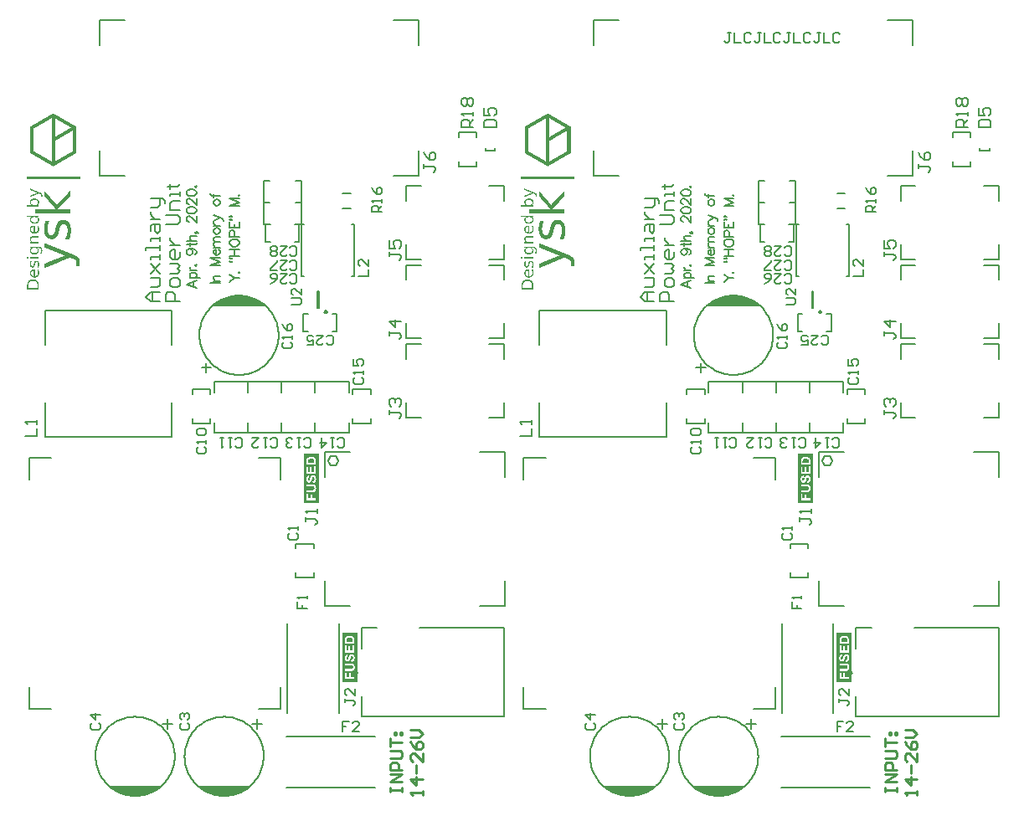
<source format=gto>
G04*
G04 #@! TF.GenerationSoftware,Altium Limited,Altium Designer,20.0.10 (225)*
G04*
G04 Layer_Color=65535*
%FSLAX25Y25*%
%MOIN*%
G70*
G01*
G75*
%ADD10C,0.00787*%
%ADD55C,0.00984*%
%ADD56C,0.00000*%
%ADD57C,0.00591*%
%ADD58C,0.00669*%
G36*
X213532Y275663D02*
X213644D01*
Y275607D01*
X213755D01*
Y275552D01*
X213811D01*
Y275496D01*
X213922D01*
Y275440D01*
X214034D01*
Y275384D01*
X214090D01*
Y275329D01*
X214201D01*
Y275273D01*
X214313D01*
Y275217D01*
X214424D01*
Y275161D01*
X214480D01*
Y275106D01*
X214591D01*
Y275050D01*
X214703D01*
Y274994D01*
X214814D01*
Y274938D01*
X214870D01*
Y274883D01*
X214982D01*
Y274827D01*
X215093D01*
Y274771D01*
X215205D01*
Y274715D01*
X215260D01*
Y274660D01*
X215372D01*
Y274604D01*
X215483D01*
Y274548D01*
X215539D01*
Y274492D01*
X215651D01*
Y274437D01*
X215762D01*
Y274381D01*
X215874D01*
Y274325D01*
X215929D01*
Y274269D01*
X216041D01*
Y274214D01*
X216152D01*
Y274158D01*
X216264D01*
Y274102D01*
X216319D01*
Y274046D01*
X216431D01*
Y273991D01*
X216542D01*
Y273935D01*
X216654D01*
Y273879D01*
X216710D01*
Y273823D01*
X216821D01*
Y273768D01*
X216933D01*
Y273712D01*
X216988D01*
Y273656D01*
X217100D01*
Y273601D01*
X217211D01*
Y273545D01*
X217323D01*
Y273489D01*
X217379D01*
Y273433D01*
X217490D01*
Y273377D01*
X217602D01*
Y273322D01*
X217713D01*
Y273266D01*
X217769D01*
Y273210D01*
X217880D01*
Y273154D01*
X217992D01*
Y273099D01*
X218047D01*
Y273043D01*
X218159D01*
Y272987D01*
X218270D01*
Y272932D01*
X218382D01*
Y272876D01*
X218438D01*
Y272820D01*
X218549D01*
Y272764D01*
X218661D01*
Y272709D01*
X218772D01*
Y272653D01*
X218828D01*
Y272597D01*
X218939D01*
Y272541D01*
X219051D01*
Y272486D01*
X219162D01*
Y272430D01*
X219218D01*
Y272374D01*
X219330D01*
Y272318D01*
X219441D01*
Y272263D01*
X219497D01*
Y272207D01*
X219608D01*
Y272151D01*
X219720D01*
Y272095D01*
X219831D01*
Y272040D01*
X219887D01*
Y271984D01*
X219999D01*
Y271928D01*
X220110D01*
Y271872D01*
X220221D01*
Y271817D01*
X220277D01*
Y271761D01*
X220389D01*
Y271705D01*
X220500D01*
Y271649D01*
X220612D01*
Y271594D01*
X220668D01*
Y271538D01*
X220779D01*
Y271482D01*
X220890D01*
Y271427D01*
X220946D01*
Y271371D01*
X221058D01*
Y271315D01*
X221169D01*
Y271259D01*
X221281D01*
Y271203D01*
X221336D01*
Y271148D01*
X221448D01*
Y271092D01*
X221559D01*
Y271036D01*
X221671D01*
Y270981D01*
X221727D01*
Y270925D01*
X221838D01*
Y270869D01*
X221950D01*
Y270813D01*
X222061D01*
Y270758D01*
X222117D01*
Y270702D01*
X222228D01*
Y270646D01*
X222340D01*
Y270590D01*
X222396D01*
Y270535D01*
X222507D01*
Y270479D01*
X222619D01*
Y259943D01*
X222563D01*
Y259887D01*
X222451D01*
Y259832D01*
X222396D01*
Y259776D01*
X222284D01*
Y259720D01*
X222173D01*
Y259664D01*
X222117D01*
Y259609D01*
X222005D01*
Y259553D01*
X221894D01*
Y259497D01*
X221782D01*
Y259441D01*
X221727D01*
Y259386D01*
X221615D01*
Y259330D01*
X221504D01*
Y259274D01*
X221392D01*
Y259219D01*
X221336D01*
Y259163D01*
X221225D01*
Y259107D01*
X221113D01*
Y259051D01*
X221002D01*
Y258996D01*
X220946D01*
Y258940D01*
X220835D01*
Y258884D01*
X220723D01*
Y258828D01*
X220668D01*
Y258772D01*
X220556D01*
Y258717D01*
X220444D01*
Y258661D01*
X220333D01*
Y258605D01*
X220277D01*
Y258550D01*
X220166D01*
Y258494D01*
X220054D01*
Y258438D01*
X219943D01*
Y258382D01*
X219887D01*
Y258327D01*
X219776D01*
Y258271D01*
X219664D01*
Y258215D01*
X219553D01*
Y258159D01*
X219497D01*
Y258104D01*
X219385D01*
Y258048D01*
X219274D01*
Y257992D01*
X219218D01*
Y257936D01*
X219107D01*
Y257881D01*
X218995D01*
Y257825D01*
X218884D01*
Y257769D01*
X218828D01*
Y257713D01*
X218716D01*
Y257658D01*
X218605D01*
Y257602D01*
X218494D01*
Y257546D01*
X218438D01*
Y257490D01*
X218326D01*
Y257435D01*
X218215D01*
Y257379D01*
X218103D01*
Y257323D01*
X218047D01*
Y257267D01*
X217936D01*
Y257212D01*
X217825D01*
Y257156D01*
X217769D01*
Y257100D01*
X217657D01*
Y257045D01*
X217546D01*
Y256989D01*
X217434D01*
Y256933D01*
X217379D01*
Y256877D01*
X217267D01*
Y256821D01*
X217156D01*
Y256766D01*
X217044D01*
Y256710D01*
X216988D01*
Y256654D01*
X216877D01*
Y256598D01*
X216765D01*
Y256543D01*
X216710D01*
Y256487D01*
X216598D01*
Y256431D01*
X216487D01*
Y256376D01*
X216375D01*
Y256320D01*
X216319D01*
Y256264D01*
X216208D01*
Y256208D01*
X216096D01*
Y256153D01*
X215985D01*
Y256097D01*
X215929D01*
Y256041D01*
X215818D01*
Y255985D01*
X215706D01*
Y255930D01*
X215595D01*
Y255874D01*
X215539D01*
Y255818D01*
X215427D01*
Y255762D01*
X215316D01*
Y255707D01*
X215260D01*
Y255651D01*
X215149D01*
Y255595D01*
X215037D01*
Y255539D01*
X214926D01*
Y255484D01*
X214870D01*
Y255428D01*
X214759D01*
Y255372D01*
X214647D01*
Y255316D01*
X214536D01*
Y255261D01*
X214480D01*
Y255205D01*
X214368D01*
Y255149D01*
X214257D01*
Y255093D01*
X214145D01*
Y255038D01*
X214090D01*
Y254982D01*
X213978D01*
Y254926D01*
X213867D01*
Y254870D01*
X213811D01*
Y254815D01*
X213700D01*
Y254759D01*
X213588D01*
Y254703D01*
X213476D01*
Y254647D01*
X213421D01*
Y254703D01*
X213309D01*
Y254759D01*
X213253D01*
Y254815D01*
X213142D01*
Y254870D01*
X213031D01*
Y254926D01*
X212919D01*
Y254982D01*
X212863D01*
Y255038D01*
X212752D01*
Y255093D01*
X212640D01*
Y255149D01*
X212529D01*
Y255205D01*
X212473D01*
Y255261D01*
X212362D01*
Y255316D01*
X212250D01*
Y255372D01*
X212194D01*
Y255428D01*
X212083D01*
Y255484D01*
X211971D01*
Y255539D01*
X211860D01*
Y255595D01*
X211804D01*
Y255651D01*
X211693D01*
Y255707D01*
X211581D01*
Y255762D01*
X211470D01*
Y255818D01*
X211414D01*
Y255874D01*
X211302D01*
Y255930D01*
X211191D01*
Y255985D01*
X211080D01*
Y256041D01*
X211024D01*
Y256097D01*
X210912D01*
Y256153D01*
X210801D01*
Y256208D01*
X210745D01*
Y256264D01*
X210633D01*
Y256320D01*
X210522D01*
Y256376D01*
X210411D01*
Y256431D01*
X210355D01*
Y256487D01*
X210243D01*
Y256543D01*
X210132D01*
Y256598D01*
X210020D01*
Y256654D01*
X209965D01*
Y256710D01*
X209853D01*
Y256766D01*
X209742D01*
Y256821D01*
X209686D01*
Y256877D01*
X209574D01*
Y256933D01*
X209463D01*
Y256989D01*
X209351D01*
Y257045D01*
X209296D01*
Y257100D01*
X209184D01*
Y257156D01*
X209073D01*
Y257212D01*
X208961D01*
Y257267D01*
X208906D01*
Y257323D01*
X208794D01*
Y257379D01*
X208682D01*
Y257435D01*
X208571D01*
Y257490D01*
X208515D01*
Y257546D01*
X208404D01*
Y257602D01*
X208292D01*
Y257658D01*
X208237D01*
Y257713D01*
X208125D01*
Y257769D01*
X208014D01*
Y257825D01*
X207902D01*
Y257881D01*
X207846D01*
Y257936D01*
X207735D01*
Y257992D01*
X207623D01*
Y258048D01*
X207512D01*
Y258104D01*
X207456D01*
Y258159D01*
X207345D01*
Y258215D01*
X207233D01*
Y258271D01*
X207122D01*
Y258327D01*
X207066D01*
Y258382D01*
X206954D01*
Y258438D01*
X206843D01*
Y258494D01*
X206787D01*
Y258550D01*
X206676D01*
Y258605D01*
X206564D01*
Y258661D01*
X206453D01*
Y258717D01*
X206397D01*
Y258772D01*
X206286D01*
Y258828D01*
X206174D01*
Y258884D01*
X206063D01*
Y258940D01*
X206007D01*
Y258996D01*
X205895D01*
Y259051D01*
X205784D01*
Y259107D01*
X205728D01*
Y259163D01*
X205617D01*
Y259219D01*
X205505D01*
Y259274D01*
X205394D01*
Y259330D01*
X205338D01*
Y259386D01*
X205226D01*
Y259441D01*
X205115D01*
Y259497D01*
X205003D01*
Y259553D01*
X204948D01*
Y259609D01*
X204836D01*
Y259664D01*
X204725D01*
Y259720D01*
X204613D01*
Y259776D01*
X204557D01*
Y259832D01*
X204446D01*
Y259887D01*
X204334D01*
Y270479D01*
X204390D01*
Y270535D01*
X204502D01*
Y270590D01*
X204613D01*
Y270646D01*
X204669D01*
Y270702D01*
X204780D01*
Y270758D01*
X204892D01*
Y270813D01*
X205003D01*
Y270869D01*
X205059D01*
Y270925D01*
X205171D01*
Y270981D01*
X205282D01*
Y271036D01*
X205394D01*
Y271092D01*
X205449D01*
Y271148D01*
X205561D01*
Y271203D01*
X205672D01*
Y271259D01*
X205784D01*
Y271315D01*
X205839D01*
Y271371D01*
X205951D01*
Y271427D01*
X206063D01*
Y271482D01*
X206118D01*
Y271538D01*
X206230D01*
Y271594D01*
X206341D01*
Y271649D01*
X206453D01*
Y271705D01*
X206508D01*
Y271761D01*
X206620D01*
Y271817D01*
X206731D01*
Y271872D01*
X206843D01*
Y271928D01*
X206899D01*
Y271984D01*
X207010D01*
Y272040D01*
X207122D01*
Y272095D01*
X207177D01*
Y272151D01*
X207289D01*
Y272207D01*
X207400D01*
Y272263D01*
X207512D01*
Y272318D01*
X207568D01*
Y272374D01*
X207679D01*
Y272430D01*
X207791D01*
Y272486D01*
X207902D01*
Y272541D01*
X207958D01*
Y272597D01*
X208069D01*
Y272653D01*
X208181D01*
Y272709D01*
X208292D01*
Y272764D01*
X208348D01*
Y272820D01*
X208459D01*
Y272876D01*
X208571D01*
Y272932D01*
X208627D01*
Y272987D01*
X208738D01*
Y273043D01*
X208850D01*
Y273099D01*
X208961D01*
Y273154D01*
X209017D01*
Y273210D01*
X209128D01*
Y273266D01*
X209240D01*
Y273322D01*
X209351D01*
Y273377D01*
X209407D01*
Y273433D01*
X209519D01*
Y273489D01*
X209630D01*
Y273545D01*
X209742D01*
Y273601D01*
X209797D01*
Y273656D01*
X209909D01*
Y273712D01*
X210020D01*
Y273768D01*
X210076D01*
Y273823D01*
X210188D01*
Y273879D01*
X210299D01*
Y273935D01*
X210411D01*
Y273991D01*
X210466D01*
Y274046D01*
X210578D01*
Y274102D01*
X210689D01*
Y274158D01*
X210801D01*
Y274214D01*
X210857D01*
Y274269D01*
X210968D01*
Y274325D01*
X211080D01*
Y274381D01*
X211191D01*
Y274437D01*
X211247D01*
Y274492D01*
X211358D01*
Y274548D01*
X211470D01*
Y274604D01*
X211526D01*
Y274660D01*
X211637D01*
Y274715D01*
X211748D01*
Y274771D01*
X211860D01*
Y274827D01*
X211916D01*
Y274883D01*
X212027D01*
Y274938D01*
X212139D01*
Y274994D01*
X212250D01*
Y275050D01*
X212306D01*
Y275106D01*
X212417D01*
Y275161D01*
X212529D01*
Y275217D01*
X212585D01*
Y275273D01*
X212696D01*
Y275329D01*
X212808D01*
Y275384D01*
X212919D01*
Y275440D01*
X212975D01*
Y275496D01*
X213086D01*
Y275552D01*
X213198D01*
Y275607D01*
X213309D01*
Y275663D01*
X213365D01*
Y275719D01*
X213532D01*
Y275663D01*
D02*
G37*
G36*
X16682D02*
X16793D01*
Y275607D01*
X16905D01*
Y275552D01*
X16961D01*
Y275496D01*
X17072D01*
Y275440D01*
X17184D01*
Y275384D01*
X17239D01*
Y275329D01*
X17351D01*
Y275273D01*
X17462D01*
Y275217D01*
X17574D01*
Y275161D01*
X17629D01*
Y275106D01*
X17741D01*
Y275050D01*
X17853D01*
Y274994D01*
X17964D01*
Y274938D01*
X18020D01*
Y274883D01*
X18131D01*
Y274827D01*
X18243D01*
Y274771D01*
X18354D01*
Y274715D01*
X18410D01*
Y274660D01*
X18521D01*
Y274604D01*
X18633D01*
Y274548D01*
X18689D01*
Y274492D01*
X18800D01*
Y274437D01*
X18912D01*
Y274381D01*
X19023D01*
Y274325D01*
X19079D01*
Y274269D01*
X19190D01*
Y274214D01*
X19302D01*
Y274158D01*
X19413D01*
Y274102D01*
X19469D01*
Y274046D01*
X19580D01*
Y273991D01*
X19692D01*
Y273935D01*
X19804D01*
Y273879D01*
X19859D01*
Y273823D01*
X19971D01*
Y273768D01*
X20082D01*
Y273712D01*
X20138D01*
Y273656D01*
X20249D01*
Y273601D01*
X20361D01*
Y273545D01*
X20472D01*
Y273489D01*
X20528D01*
Y273433D01*
X20640D01*
Y273377D01*
X20751D01*
Y273322D01*
X20863D01*
Y273266D01*
X20918D01*
Y273210D01*
X21030D01*
Y273154D01*
X21141D01*
Y273099D01*
X21197D01*
Y273043D01*
X21309D01*
Y272987D01*
X21420D01*
Y272932D01*
X21532D01*
Y272876D01*
X21587D01*
Y272820D01*
X21699D01*
Y272764D01*
X21810D01*
Y272709D01*
X21922D01*
Y272653D01*
X21978D01*
Y272597D01*
X22089D01*
Y272541D01*
X22200D01*
Y272486D01*
X22312D01*
Y272430D01*
X22368D01*
Y272374D01*
X22479D01*
Y272318D01*
X22591D01*
Y272263D01*
X22647D01*
Y272207D01*
X22758D01*
Y272151D01*
X22870D01*
Y272095D01*
X22981D01*
Y272040D01*
X23037D01*
Y271984D01*
X23148D01*
Y271928D01*
X23260D01*
Y271872D01*
X23371D01*
Y271817D01*
X23427D01*
Y271761D01*
X23538D01*
Y271705D01*
X23650D01*
Y271649D01*
X23761D01*
Y271594D01*
X23817D01*
Y271538D01*
X23929D01*
Y271482D01*
X24040D01*
Y271427D01*
X24096D01*
Y271371D01*
X24207D01*
Y271315D01*
X24319D01*
Y271259D01*
X24430D01*
Y271203D01*
X24486D01*
Y271148D01*
X24598D01*
Y271092D01*
X24709D01*
Y271036D01*
X24821D01*
Y270981D01*
X24876D01*
Y270925D01*
X24988D01*
Y270869D01*
X25099D01*
Y270813D01*
X25211D01*
Y270758D01*
X25267D01*
Y270702D01*
X25378D01*
Y270646D01*
X25489D01*
Y270590D01*
X25545D01*
Y270535D01*
X25657D01*
Y270479D01*
X25768D01*
Y259943D01*
X25712D01*
Y259887D01*
X25601D01*
Y259832D01*
X25545D01*
Y259776D01*
X25434D01*
Y259720D01*
X25322D01*
Y259664D01*
X25267D01*
Y259609D01*
X25155D01*
Y259553D01*
X25043D01*
Y259497D01*
X24932D01*
Y259441D01*
X24876D01*
Y259386D01*
X24765D01*
Y259330D01*
X24653D01*
Y259274D01*
X24542D01*
Y259219D01*
X24486D01*
Y259163D01*
X24374D01*
Y259107D01*
X24263D01*
Y259051D01*
X24152D01*
Y258996D01*
X24096D01*
Y258940D01*
X23984D01*
Y258884D01*
X23873D01*
Y258828D01*
X23817D01*
Y258772D01*
X23706D01*
Y258717D01*
X23594D01*
Y258661D01*
X23483D01*
Y258605D01*
X23427D01*
Y258550D01*
X23315D01*
Y258494D01*
X23204D01*
Y258438D01*
X23092D01*
Y258382D01*
X23037D01*
Y258327D01*
X22925D01*
Y258271D01*
X22814D01*
Y258215D01*
X22702D01*
Y258159D01*
X22647D01*
Y258104D01*
X22535D01*
Y258048D01*
X22423D01*
Y257992D01*
X22368D01*
Y257936D01*
X22256D01*
Y257881D01*
X22145D01*
Y257825D01*
X22033D01*
Y257769D01*
X21978D01*
Y257713D01*
X21866D01*
Y257658D01*
X21755D01*
Y257602D01*
X21643D01*
Y257546D01*
X21587D01*
Y257490D01*
X21476D01*
Y257435D01*
X21364D01*
Y257379D01*
X21253D01*
Y257323D01*
X21197D01*
Y257267D01*
X21086D01*
Y257212D01*
X20974D01*
Y257156D01*
X20918D01*
Y257100D01*
X20807D01*
Y257045D01*
X20695D01*
Y256989D01*
X20584D01*
Y256933D01*
X20528D01*
Y256877D01*
X20417D01*
Y256821D01*
X20305D01*
Y256766D01*
X20194D01*
Y256710D01*
X20138D01*
Y256654D01*
X20027D01*
Y256598D01*
X19915D01*
Y256543D01*
X19859D01*
Y256487D01*
X19748D01*
Y256431D01*
X19636D01*
Y256376D01*
X19525D01*
Y256320D01*
X19469D01*
Y256264D01*
X19358D01*
Y256208D01*
X19246D01*
Y256153D01*
X19135D01*
Y256097D01*
X19079D01*
Y256041D01*
X18967D01*
Y255985D01*
X18856D01*
Y255930D01*
X18744D01*
Y255874D01*
X18689D01*
Y255818D01*
X18577D01*
Y255762D01*
X18466D01*
Y255707D01*
X18410D01*
Y255651D01*
X18298D01*
Y255595D01*
X18187D01*
Y255539D01*
X18076D01*
Y255484D01*
X18020D01*
Y255428D01*
X17908D01*
Y255372D01*
X17797D01*
Y255316D01*
X17685D01*
Y255261D01*
X17629D01*
Y255205D01*
X17518D01*
Y255149D01*
X17406D01*
Y255093D01*
X17295D01*
Y255038D01*
X17239D01*
Y254982D01*
X17128D01*
Y254926D01*
X17016D01*
Y254870D01*
X16961D01*
Y254815D01*
X16849D01*
Y254759D01*
X16738D01*
Y254703D01*
X16626D01*
Y254647D01*
X16570D01*
Y254703D01*
X16459D01*
Y254759D01*
X16403D01*
Y254815D01*
X16292D01*
Y254870D01*
X16180D01*
Y254926D01*
X16069D01*
Y254982D01*
X16013D01*
Y255038D01*
X15901D01*
Y255093D01*
X15790D01*
Y255149D01*
X15678D01*
Y255205D01*
X15623D01*
Y255261D01*
X15511D01*
Y255316D01*
X15400D01*
Y255372D01*
X15344D01*
Y255428D01*
X15233D01*
Y255484D01*
X15121D01*
Y255539D01*
X15010D01*
Y255595D01*
X14954D01*
Y255651D01*
X14842D01*
Y255707D01*
X14731D01*
Y255762D01*
X14619D01*
Y255818D01*
X14564D01*
Y255874D01*
X14452D01*
Y255930D01*
X14341D01*
Y255985D01*
X14229D01*
Y256041D01*
X14173D01*
Y256097D01*
X14062D01*
Y256153D01*
X13950D01*
Y256208D01*
X13895D01*
Y256264D01*
X13783D01*
Y256320D01*
X13672D01*
Y256376D01*
X13560D01*
Y256431D01*
X13504D01*
Y256487D01*
X13393D01*
Y256543D01*
X13282D01*
Y256598D01*
X13170D01*
Y256654D01*
X13114D01*
Y256710D01*
X13003D01*
Y256766D01*
X12891D01*
Y256821D01*
X12835D01*
Y256877D01*
X12724D01*
Y256933D01*
X12612D01*
Y256989D01*
X12501D01*
Y257045D01*
X12445D01*
Y257100D01*
X12334D01*
Y257156D01*
X12222D01*
Y257212D01*
X12111D01*
Y257267D01*
X12055D01*
Y257323D01*
X11944D01*
Y257379D01*
X11832D01*
Y257435D01*
X11721D01*
Y257490D01*
X11665D01*
Y257546D01*
X11553D01*
Y257602D01*
X11442D01*
Y257658D01*
X11386D01*
Y257713D01*
X11275D01*
Y257769D01*
X11163D01*
Y257825D01*
X11052D01*
Y257881D01*
X10996D01*
Y257936D01*
X10884D01*
Y257992D01*
X10773D01*
Y258048D01*
X10661D01*
Y258104D01*
X10606D01*
Y258159D01*
X10494D01*
Y258215D01*
X10383D01*
Y258271D01*
X10271D01*
Y258327D01*
X10215D01*
Y258382D01*
X10104D01*
Y258438D01*
X9992D01*
Y258494D01*
X9937D01*
Y258550D01*
X9825D01*
Y258605D01*
X9714D01*
Y258661D01*
X9602D01*
Y258717D01*
X9547D01*
Y258772D01*
X9435D01*
Y258828D01*
X9324D01*
Y258884D01*
X9212D01*
Y258940D01*
X9156D01*
Y258996D01*
X9045D01*
Y259051D01*
X8933D01*
Y259107D01*
X8878D01*
Y259163D01*
X8766D01*
Y259219D01*
X8655D01*
Y259274D01*
X8543D01*
Y259330D01*
X8487D01*
Y259386D01*
X8376D01*
Y259441D01*
X8264D01*
Y259497D01*
X8153D01*
Y259553D01*
X8097D01*
Y259609D01*
X7986D01*
Y259664D01*
X7874D01*
Y259720D01*
X7763D01*
Y259776D01*
X7707D01*
Y259832D01*
X7596D01*
Y259887D01*
X7484D01*
Y270479D01*
X7540D01*
Y270535D01*
X7651D01*
Y270590D01*
X7763D01*
Y270646D01*
X7818D01*
Y270702D01*
X7930D01*
Y270758D01*
X8042D01*
Y270813D01*
X8153D01*
Y270869D01*
X8209D01*
Y270925D01*
X8320D01*
Y270981D01*
X8432D01*
Y271036D01*
X8543D01*
Y271092D01*
X8599D01*
Y271148D01*
X8710D01*
Y271203D01*
X8822D01*
Y271259D01*
X8933D01*
Y271315D01*
X8989D01*
Y271371D01*
X9101D01*
Y271427D01*
X9212D01*
Y271482D01*
X9268D01*
Y271538D01*
X9379D01*
Y271594D01*
X9491D01*
Y271649D01*
X9602D01*
Y271705D01*
X9658D01*
Y271761D01*
X9770D01*
Y271817D01*
X9881D01*
Y271872D01*
X9992D01*
Y271928D01*
X10048D01*
Y271984D01*
X10160D01*
Y272040D01*
X10271D01*
Y272095D01*
X10327D01*
Y272151D01*
X10439D01*
Y272207D01*
X10550D01*
Y272263D01*
X10661D01*
Y272318D01*
X10717D01*
Y272374D01*
X10829D01*
Y272430D01*
X10940D01*
Y272486D01*
X11052D01*
Y272541D01*
X11107D01*
Y272597D01*
X11219D01*
Y272653D01*
X11330D01*
Y272709D01*
X11442D01*
Y272764D01*
X11498D01*
Y272820D01*
X11609D01*
Y272876D01*
X11721D01*
Y272932D01*
X11776D01*
Y272987D01*
X11888D01*
Y273043D01*
X11999D01*
Y273099D01*
X12111D01*
Y273154D01*
X12167D01*
Y273210D01*
X12278D01*
Y273266D01*
X12389D01*
Y273322D01*
X12501D01*
Y273377D01*
X12557D01*
Y273433D01*
X12668D01*
Y273489D01*
X12780D01*
Y273545D01*
X12891D01*
Y273601D01*
X12947D01*
Y273656D01*
X13058D01*
Y273712D01*
X13170D01*
Y273768D01*
X13226D01*
Y273823D01*
X13337D01*
Y273879D01*
X13449D01*
Y273935D01*
X13560D01*
Y273991D01*
X13616D01*
Y274046D01*
X13727D01*
Y274102D01*
X13839D01*
Y274158D01*
X13950D01*
Y274214D01*
X14006D01*
Y274269D01*
X14118D01*
Y274325D01*
X14229D01*
Y274381D01*
X14341D01*
Y274437D01*
X14396D01*
Y274492D01*
X14508D01*
Y274548D01*
X14619D01*
Y274604D01*
X14675D01*
Y274660D01*
X14786D01*
Y274715D01*
X14898D01*
Y274771D01*
X15010D01*
Y274827D01*
X15065D01*
Y274883D01*
X15177D01*
Y274938D01*
X15288D01*
Y274994D01*
X15400D01*
Y275050D01*
X15455D01*
Y275106D01*
X15567D01*
Y275161D01*
X15678D01*
Y275217D01*
X15734D01*
Y275273D01*
X15846D01*
Y275329D01*
X15957D01*
Y275384D01*
X16069D01*
Y275440D01*
X16124D01*
Y275496D01*
X16236D01*
Y275552D01*
X16347D01*
Y275607D01*
X16459D01*
Y275663D01*
X16515D01*
Y275719D01*
X16682D01*
Y275663D01*
D02*
G37*
G36*
X224124Y249575D02*
X202829D01*
Y250467D01*
X224124D01*
Y249575D01*
D02*
G37*
G36*
X27273D02*
X5979D01*
Y250467D01*
X27273D01*
Y249575D01*
D02*
G37*
G36*
X204279Y245784D02*
X204446D01*
Y245728D01*
X204557D01*
Y245673D01*
X204725D01*
Y245617D01*
X204836D01*
Y245561D01*
X204948D01*
Y245505D01*
X205115D01*
Y245450D01*
X205226D01*
Y245394D01*
X205394D01*
Y245338D01*
X205505D01*
Y245283D01*
X205672D01*
Y245227D01*
X205784D01*
Y245171D01*
X205951D01*
Y245115D01*
X206063D01*
Y245059D01*
X206230D01*
Y245004D01*
X206341D01*
Y244948D01*
X206508D01*
Y244892D01*
X206620D01*
Y244836D01*
X206787D01*
Y244781D01*
X206899D01*
Y244725D01*
X207066D01*
Y244669D01*
X207177D01*
Y244614D01*
X207345D01*
Y244558D01*
X207456D01*
Y244502D01*
X207623D01*
Y244446D01*
X207735D01*
Y244391D01*
X207902D01*
Y244335D01*
X208014D01*
Y244279D01*
X208181D01*
Y244223D01*
X208292D01*
Y244168D01*
X208404D01*
Y244112D01*
X208515D01*
Y244056D01*
X208627D01*
Y244000D01*
X208682D01*
Y243945D01*
X208794D01*
Y243889D01*
X208850D01*
Y243833D01*
X208906D01*
Y243777D01*
X208961D01*
Y243666D01*
X209017D01*
Y243554D01*
X209073D01*
Y243387D01*
X209128D01*
Y242718D01*
X208682D01*
Y243053D01*
X208627D01*
Y243331D01*
X208571D01*
Y243443D01*
X208515D01*
Y243499D01*
X208459D01*
Y243554D01*
X208348D01*
Y243610D01*
X208237D01*
Y243666D01*
X208125D01*
Y243722D01*
X207958D01*
Y243777D01*
X207846D01*
Y243833D01*
X207623D01*
Y243777D01*
X207512D01*
Y243722D01*
X207345D01*
Y243666D01*
X207233D01*
Y243610D01*
X207066D01*
Y243554D01*
X206954D01*
Y243499D01*
X206787D01*
Y243443D01*
X206676D01*
Y243387D01*
X206564D01*
Y243331D01*
X206397D01*
Y243276D01*
X206286D01*
Y243220D01*
X206118D01*
Y243164D01*
X206007D01*
Y243108D01*
X205839D01*
Y243053D01*
X205728D01*
Y242997D01*
X205617D01*
Y242941D01*
X205449D01*
Y242885D01*
X205338D01*
Y242830D01*
X205171D01*
Y242774D01*
X205059D01*
Y242718D01*
X204892D01*
Y242663D01*
X204780D01*
Y242607D01*
X204669D01*
Y242551D01*
X204502D01*
Y242495D01*
X204390D01*
Y242440D01*
X204223D01*
Y242997D01*
X204334D01*
Y243053D01*
X204446D01*
Y243108D01*
X204613D01*
Y243164D01*
X204725D01*
Y243220D01*
X204892D01*
Y243276D01*
X205003D01*
Y243331D01*
X205171D01*
Y243387D01*
X205282D01*
Y243443D01*
X205449D01*
Y243499D01*
X205561D01*
Y243554D01*
X205728D01*
Y243610D01*
X205839D01*
Y243666D01*
X206007D01*
Y243722D01*
X206118D01*
Y243777D01*
X206286D01*
Y243833D01*
X206397D01*
Y243889D01*
X206564D01*
Y243945D01*
X206676D01*
Y244000D01*
X206843D01*
Y244056D01*
X206954D01*
Y244112D01*
X207010D01*
Y244168D01*
X206843D01*
Y244223D01*
X206731D01*
Y244279D01*
X206564D01*
Y244335D01*
X206453D01*
Y244391D01*
X206286D01*
Y244446D01*
X206174D01*
Y244502D01*
X206007D01*
Y244558D01*
X205895D01*
Y244614D01*
X205728D01*
Y244669D01*
X205617D01*
Y244725D01*
X205449D01*
Y244781D01*
X205338D01*
Y244836D01*
X205171D01*
Y244892D01*
X205059D01*
Y244948D01*
X204892D01*
Y245004D01*
X204780D01*
Y245059D01*
X204613D01*
Y245115D01*
X204502D01*
Y245171D01*
X204334D01*
Y245227D01*
X204223D01*
Y245840D01*
X204279D01*
Y245784D01*
D02*
G37*
G36*
X7428D02*
X7596D01*
Y245728D01*
X7707D01*
Y245673D01*
X7874D01*
Y245617D01*
X7986D01*
Y245561D01*
X8097D01*
Y245505D01*
X8264D01*
Y245450D01*
X8376D01*
Y245394D01*
X8543D01*
Y245338D01*
X8655D01*
Y245283D01*
X8822D01*
Y245227D01*
X8933D01*
Y245171D01*
X9101D01*
Y245115D01*
X9212D01*
Y245059D01*
X9379D01*
Y245004D01*
X9491D01*
Y244948D01*
X9658D01*
Y244892D01*
X9770D01*
Y244836D01*
X9937D01*
Y244781D01*
X10048D01*
Y244725D01*
X10215D01*
Y244669D01*
X10327D01*
Y244614D01*
X10494D01*
Y244558D01*
X10606D01*
Y244502D01*
X10773D01*
Y244446D01*
X10884D01*
Y244391D01*
X11052D01*
Y244335D01*
X11163D01*
Y244279D01*
X11330D01*
Y244223D01*
X11442D01*
Y244168D01*
X11553D01*
Y244112D01*
X11665D01*
Y244056D01*
X11776D01*
Y244000D01*
X11832D01*
Y243945D01*
X11944D01*
Y243889D01*
X11999D01*
Y243833D01*
X12055D01*
Y243777D01*
X12111D01*
Y243666D01*
X12167D01*
Y243554D01*
X12222D01*
Y243387D01*
X12278D01*
Y242718D01*
X11832D01*
Y243053D01*
X11776D01*
Y243331D01*
X11721D01*
Y243443D01*
X11665D01*
Y243499D01*
X11609D01*
Y243554D01*
X11498D01*
Y243610D01*
X11386D01*
Y243666D01*
X11275D01*
Y243722D01*
X11107D01*
Y243777D01*
X10996D01*
Y243833D01*
X10773D01*
Y243777D01*
X10661D01*
Y243722D01*
X10494D01*
Y243666D01*
X10383D01*
Y243610D01*
X10215D01*
Y243554D01*
X10104D01*
Y243499D01*
X9937D01*
Y243443D01*
X9825D01*
Y243387D01*
X9714D01*
Y243331D01*
X9547D01*
Y243276D01*
X9435D01*
Y243220D01*
X9268D01*
Y243164D01*
X9156D01*
Y243108D01*
X8989D01*
Y243053D01*
X8878D01*
Y242997D01*
X8766D01*
Y242941D01*
X8599D01*
Y242885D01*
X8487D01*
Y242830D01*
X8320D01*
Y242774D01*
X8209D01*
Y242718D01*
X8042D01*
Y242663D01*
X7930D01*
Y242607D01*
X7818D01*
Y242551D01*
X7651D01*
Y242495D01*
X7540D01*
Y242440D01*
X7373D01*
Y242997D01*
X7484D01*
Y243053D01*
X7596D01*
Y243108D01*
X7763D01*
Y243164D01*
X7874D01*
Y243220D01*
X8042D01*
Y243276D01*
X8153D01*
Y243331D01*
X8320D01*
Y243387D01*
X8432D01*
Y243443D01*
X8599D01*
Y243499D01*
X8710D01*
Y243554D01*
X8878D01*
Y243610D01*
X8989D01*
Y243666D01*
X9156D01*
Y243722D01*
X9268D01*
Y243777D01*
X9435D01*
Y243833D01*
X9547D01*
Y243889D01*
X9714D01*
Y243945D01*
X9825D01*
Y244000D01*
X9992D01*
Y244056D01*
X10104D01*
Y244112D01*
X10160D01*
Y244168D01*
X9992D01*
Y244223D01*
X9881D01*
Y244279D01*
X9714D01*
Y244335D01*
X9602D01*
Y244391D01*
X9435D01*
Y244446D01*
X9324D01*
Y244502D01*
X9156D01*
Y244558D01*
X9045D01*
Y244614D01*
X8878D01*
Y244669D01*
X8766D01*
Y244725D01*
X8599D01*
Y244781D01*
X8487D01*
Y244836D01*
X8320D01*
Y244892D01*
X8209D01*
Y244948D01*
X8042D01*
Y245004D01*
X7930D01*
Y245059D01*
X7763D01*
Y245115D01*
X7651D01*
Y245171D01*
X7484D01*
Y245227D01*
X7373D01*
Y245840D01*
X7428D01*
Y245784D01*
D02*
G37*
G36*
X220221Y242774D02*
X220166D01*
Y242718D01*
X220110D01*
Y242663D01*
X220054D01*
Y242607D01*
X219999D01*
Y242551D01*
X219943D01*
Y242495D01*
X219887D01*
Y242440D01*
X219831D01*
Y242384D01*
X219776D01*
Y242328D01*
X219720D01*
Y242272D01*
X219664D01*
Y242216D01*
X219608D01*
Y242161D01*
X219553D01*
Y242105D01*
X219497D01*
Y242049D01*
X219441D01*
Y241994D01*
X219385D01*
Y241938D01*
X219330D01*
Y241826D01*
X219274D01*
Y241771D01*
X219218D01*
Y241715D01*
X219162D01*
Y241659D01*
X219107D01*
Y241603D01*
X219051D01*
Y241548D01*
X218995D01*
Y241492D01*
X218939D01*
Y241436D01*
X218884D01*
Y241380D01*
X218828D01*
Y241325D01*
X218772D01*
Y241269D01*
X218716D01*
Y241213D01*
X218661D01*
Y241157D01*
X218605D01*
Y241102D01*
X218549D01*
Y241046D01*
X218494D01*
Y240990D01*
X218438D01*
Y240934D01*
X218382D01*
Y240879D01*
X218326D01*
Y240823D01*
X218270D01*
Y240767D01*
X218215D01*
Y240711D01*
X218159D01*
Y240656D01*
X218103D01*
Y240600D01*
X218047D01*
Y240544D01*
X217992D01*
Y240489D01*
X217936D01*
Y240377D01*
X217880D01*
Y240321D01*
X217825D01*
Y240265D01*
X217769D01*
Y240210D01*
X217713D01*
Y240154D01*
X217657D01*
Y240098D01*
X217602D01*
Y240042D01*
X217546D01*
Y239987D01*
X217490D01*
Y239931D01*
X217434D01*
Y239875D01*
X217379D01*
Y239820D01*
X217323D01*
Y239764D01*
X217267D01*
Y239708D01*
X217211D01*
Y239652D01*
X217156D01*
Y239597D01*
X217100D01*
Y239541D01*
X217044D01*
Y239485D01*
X216988D01*
Y239429D01*
X216933D01*
Y239374D01*
X216877D01*
Y239318D01*
X216821D01*
Y239262D01*
X216765D01*
Y239206D01*
X216710D01*
Y239151D01*
X216654D01*
Y239095D01*
X216598D01*
Y238983D01*
X216542D01*
Y238928D01*
X216487D01*
Y238872D01*
X216431D01*
Y238816D01*
X216375D01*
Y238760D01*
X216319D01*
Y238705D01*
X216264D01*
Y238649D01*
X216208D01*
Y238593D01*
X216152D01*
Y238537D01*
X216096D01*
Y238482D01*
X216041D01*
Y238426D01*
X215985D01*
Y238370D01*
X215929D01*
Y238314D01*
X215874D01*
Y238259D01*
X215818D01*
Y238203D01*
X215762D01*
Y238147D01*
X215706D01*
Y238091D01*
X215651D01*
Y238036D01*
X215595D01*
Y237980D01*
X215539D01*
Y237924D01*
X215483D01*
Y237868D01*
X215427D01*
Y237813D01*
X215372D01*
Y237757D01*
X215316D01*
Y237701D01*
X215260D01*
Y237646D01*
X220221D01*
Y235973D01*
X206118D01*
Y237646D01*
X214480D01*
Y237701D01*
X214424D01*
Y237757D01*
X214368D01*
Y237813D01*
X214313D01*
Y237868D01*
X214257D01*
Y237924D01*
X214201D01*
Y237980D01*
X214145D01*
Y238036D01*
X214090D01*
Y238147D01*
X214034D01*
Y238203D01*
X213978D01*
Y238259D01*
X213922D01*
Y238314D01*
X213867D01*
Y238370D01*
X213811D01*
Y238426D01*
X213755D01*
Y238482D01*
X213700D01*
Y238593D01*
X213644D01*
Y238649D01*
X213588D01*
Y238705D01*
X213532D01*
Y238760D01*
X213476D01*
Y238816D01*
X213421D01*
Y238872D01*
X213365D01*
Y238928D01*
X213309D01*
Y239039D01*
X213253D01*
Y239095D01*
X213198D01*
Y239151D01*
X213142D01*
Y239206D01*
X213086D01*
Y239262D01*
X213031D01*
Y239318D01*
X212975D01*
Y239374D01*
X212919D01*
Y239485D01*
X212863D01*
Y239541D01*
X212808D01*
Y239597D01*
X212752D01*
Y239652D01*
X212696D01*
Y239708D01*
X212640D01*
Y239764D01*
X212585D01*
Y239820D01*
X212529D01*
Y239875D01*
X212473D01*
Y239987D01*
X212417D01*
Y240042D01*
X212362D01*
Y240098D01*
X212306D01*
Y240154D01*
X212250D01*
Y240210D01*
X212194D01*
Y240265D01*
X212139D01*
Y240321D01*
X212083D01*
Y240433D01*
X212027D01*
Y240489D01*
X211971D01*
Y240544D01*
X211916D01*
Y240600D01*
X211860D01*
Y240656D01*
X211804D01*
Y240711D01*
X211748D01*
Y240767D01*
X211693D01*
Y240879D01*
X211637D01*
Y240934D01*
X211581D01*
Y240990D01*
X211526D01*
Y241046D01*
X211470D01*
Y241102D01*
X211414D01*
Y241157D01*
X211358D01*
Y241213D01*
X211302D01*
Y241325D01*
X211247D01*
Y241380D01*
X211191D01*
Y241436D01*
X211135D01*
Y241492D01*
X211080D01*
Y241548D01*
X211024D01*
Y241603D01*
X210968D01*
Y241659D01*
X210912D01*
Y241715D01*
X210857D01*
Y241826D01*
X210801D01*
Y241882D01*
X210745D01*
Y241938D01*
X210689D01*
Y241994D01*
X210633D01*
Y242049D01*
X210578D01*
Y242105D01*
X210522D01*
Y242161D01*
X210466D01*
Y242272D01*
X210411D01*
Y242328D01*
X210355D01*
Y242384D01*
X210299D01*
Y242440D01*
X210243D01*
Y242495D01*
X210188D01*
Y242551D01*
X210132D01*
Y242607D01*
X210076D01*
Y244725D01*
X210132D01*
Y244669D01*
X210188D01*
Y244558D01*
X210243D01*
Y244502D01*
X210299D01*
Y244446D01*
X210355D01*
Y244391D01*
X210411D01*
Y244335D01*
X210466D01*
Y244279D01*
X210522D01*
Y244223D01*
X210578D01*
Y244112D01*
X210633D01*
Y244056D01*
X210689D01*
Y244000D01*
X210745D01*
Y243945D01*
X210801D01*
Y243889D01*
X210857D01*
Y243833D01*
X210912D01*
Y243777D01*
X210968D01*
Y243666D01*
X211024D01*
Y243610D01*
X211080D01*
Y243554D01*
X211135D01*
Y243499D01*
X211191D01*
Y243443D01*
X211247D01*
Y243387D01*
X211302D01*
Y243331D01*
X211358D01*
Y243276D01*
X211414D01*
Y243164D01*
X211470D01*
Y243108D01*
X211526D01*
Y243053D01*
X211581D01*
Y242997D01*
X211637D01*
Y242941D01*
X211693D01*
Y242885D01*
X211748D01*
Y242830D01*
X211804D01*
Y242718D01*
X211860D01*
Y242663D01*
X211916D01*
Y242607D01*
X211971D01*
Y242551D01*
X212027D01*
Y242495D01*
X212083D01*
Y242440D01*
X212139D01*
Y242384D01*
X212194D01*
Y242328D01*
X212250D01*
Y242216D01*
X212306D01*
Y242161D01*
X212362D01*
Y242105D01*
X212417D01*
Y242049D01*
X212473D01*
Y241994D01*
X212529D01*
Y241938D01*
X212585D01*
Y241882D01*
X212640D01*
Y241771D01*
X212696D01*
Y241715D01*
X212752D01*
Y241659D01*
X212808D01*
Y241603D01*
X212863D01*
Y241548D01*
X212919D01*
Y241492D01*
X212975D01*
Y241436D01*
X213031D01*
Y241325D01*
X213086D01*
Y241269D01*
X213142D01*
Y241213D01*
X213198D01*
Y241157D01*
X213253D01*
Y241102D01*
X213309D01*
Y241046D01*
X213365D01*
Y240990D01*
X213421D01*
Y240934D01*
X213476D01*
Y240823D01*
X213532D01*
Y240767D01*
X213588D01*
Y240711D01*
X213644D01*
Y240656D01*
X213700D01*
Y240600D01*
X213755D01*
Y240544D01*
X213811D01*
Y240489D01*
X213867D01*
Y240377D01*
X213922D01*
Y240321D01*
X213978D01*
Y240265D01*
X214034D01*
Y240210D01*
X214090D01*
Y240154D01*
X214145D01*
Y240098D01*
X214201D01*
Y240042D01*
X214257D01*
Y239987D01*
X214313D01*
Y239875D01*
X214368D01*
Y239820D01*
X214424D01*
Y239764D01*
X214480D01*
Y239708D01*
X214536D01*
Y239652D01*
X214591D01*
Y239597D01*
X214647D01*
Y239541D01*
X214703D01*
Y239429D01*
X214759D01*
Y239374D01*
X214926D01*
Y239485D01*
X214982D01*
Y239541D01*
X215037D01*
Y239597D01*
X215093D01*
Y239652D01*
X215149D01*
Y239708D01*
X215205D01*
Y239764D01*
X215260D01*
Y239820D01*
X215316D01*
Y239875D01*
X215372D01*
Y239931D01*
X215427D01*
Y239987D01*
X215483D01*
Y240042D01*
X215539D01*
Y240098D01*
X215595D01*
Y240154D01*
X215651D01*
Y240210D01*
X215706D01*
Y240265D01*
X215762D01*
Y240321D01*
X215818D01*
Y240377D01*
X215874D01*
Y240433D01*
X215929D01*
Y240489D01*
X215985D01*
Y240544D01*
X216041D01*
Y240600D01*
X216096D01*
Y240656D01*
X216152D01*
Y240711D01*
X216208D01*
Y240767D01*
X216264D01*
Y240823D01*
X216319D01*
Y240934D01*
X216375D01*
Y240990D01*
X216431D01*
Y241046D01*
X216487D01*
Y241102D01*
X216542D01*
Y241157D01*
X216598D01*
Y241213D01*
X216654D01*
Y241269D01*
X216710D01*
Y241325D01*
X216765D01*
Y241380D01*
X216821D01*
Y241436D01*
X216877D01*
Y241492D01*
X216933D01*
Y241548D01*
X216988D01*
Y241603D01*
X217044D01*
Y241659D01*
X217100D01*
Y241715D01*
X217156D01*
Y241771D01*
X217211D01*
Y241826D01*
X217267D01*
Y241882D01*
X217323D01*
Y241938D01*
X217379D01*
Y241994D01*
X217434D01*
Y242049D01*
X217490D01*
Y242105D01*
X217546D01*
Y242161D01*
X217602D01*
Y242216D01*
X217657D01*
Y242272D01*
X217713D01*
Y242328D01*
X217769D01*
Y242440D01*
X217825D01*
Y242495D01*
X217880D01*
Y242551D01*
X217936D01*
Y242607D01*
X217992D01*
Y242663D01*
X218047D01*
Y242718D01*
X218103D01*
Y242774D01*
X218159D01*
Y242830D01*
X218215D01*
Y242885D01*
X218270D01*
Y242941D01*
X218326D01*
Y242997D01*
X218382D01*
Y243053D01*
X218438D01*
Y243108D01*
X218494D01*
Y243164D01*
X218549D01*
Y243220D01*
X218605D01*
Y243276D01*
X218661D01*
Y243331D01*
X218716D01*
Y243387D01*
X218772D01*
Y243443D01*
X218828D01*
Y243499D01*
X218884D01*
Y243554D01*
X218939D01*
Y243610D01*
X218995D01*
Y243666D01*
X219051D01*
Y243722D01*
X219107D01*
Y243777D01*
X219162D01*
Y243889D01*
X219218D01*
Y243945D01*
X219274D01*
Y244000D01*
X219330D01*
Y244056D01*
X219385D01*
Y244112D01*
X219441D01*
Y244168D01*
X219497D01*
Y244223D01*
X219553D01*
Y244279D01*
X219608D01*
Y244335D01*
X219664D01*
Y244391D01*
X219720D01*
Y244446D01*
X219776D01*
Y244502D01*
X219831D01*
Y244558D01*
X219887D01*
Y244614D01*
X219943D01*
Y244669D01*
X219999D01*
Y244725D01*
X220054D01*
Y244781D01*
X220110D01*
Y244836D01*
X220166D01*
Y244892D01*
X220221D01*
Y242774D01*
D02*
G37*
G36*
X23371D02*
X23315D01*
Y242718D01*
X23260D01*
Y242663D01*
X23204D01*
Y242607D01*
X23148D01*
Y242551D01*
X23092D01*
Y242495D01*
X23037D01*
Y242440D01*
X22981D01*
Y242384D01*
X22925D01*
Y242328D01*
X22870D01*
Y242272D01*
X22814D01*
Y242216D01*
X22758D01*
Y242161D01*
X22702D01*
Y242105D01*
X22647D01*
Y242049D01*
X22591D01*
Y241994D01*
X22535D01*
Y241938D01*
X22479D01*
Y241826D01*
X22423D01*
Y241771D01*
X22368D01*
Y241715D01*
X22312D01*
Y241659D01*
X22256D01*
Y241603D01*
X22200D01*
Y241548D01*
X22145D01*
Y241492D01*
X22089D01*
Y241436D01*
X22033D01*
Y241380D01*
X21978D01*
Y241325D01*
X21922D01*
Y241269D01*
X21866D01*
Y241213D01*
X21810D01*
Y241157D01*
X21755D01*
Y241102D01*
X21699D01*
Y241046D01*
X21643D01*
Y240990D01*
X21587D01*
Y240934D01*
X21532D01*
Y240879D01*
X21476D01*
Y240823D01*
X21420D01*
Y240767D01*
X21364D01*
Y240711D01*
X21309D01*
Y240656D01*
X21253D01*
Y240600D01*
X21197D01*
Y240544D01*
X21141D01*
Y240489D01*
X21086D01*
Y240377D01*
X21030D01*
Y240321D01*
X20974D01*
Y240265D01*
X20918D01*
Y240210D01*
X20863D01*
Y240154D01*
X20807D01*
Y240098D01*
X20751D01*
Y240042D01*
X20695D01*
Y239987D01*
X20640D01*
Y239931D01*
X20584D01*
Y239875D01*
X20528D01*
Y239820D01*
X20472D01*
Y239764D01*
X20417D01*
Y239708D01*
X20361D01*
Y239652D01*
X20305D01*
Y239597D01*
X20249D01*
Y239541D01*
X20194D01*
Y239485D01*
X20138D01*
Y239429D01*
X20082D01*
Y239374D01*
X20027D01*
Y239318D01*
X19971D01*
Y239262D01*
X19915D01*
Y239206D01*
X19859D01*
Y239151D01*
X19804D01*
Y239095D01*
X19748D01*
Y238983D01*
X19692D01*
Y238928D01*
X19636D01*
Y238872D01*
X19580D01*
Y238816D01*
X19525D01*
Y238760D01*
X19469D01*
Y238705D01*
X19413D01*
Y238649D01*
X19358D01*
Y238593D01*
X19302D01*
Y238537D01*
X19246D01*
Y238482D01*
X19190D01*
Y238426D01*
X19135D01*
Y238370D01*
X19079D01*
Y238314D01*
X19023D01*
Y238259D01*
X18967D01*
Y238203D01*
X18912D01*
Y238147D01*
X18856D01*
Y238091D01*
X18800D01*
Y238036D01*
X18744D01*
Y237980D01*
X18689D01*
Y237924D01*
X18633D01*
Y237868D01*
X18577D01*
Y237813D01*
X18521D01*
Y237757D01*
X18466D01*
Y237701D01*
X18410D01*
Y237646D01*
X23371D01*
Y235973D01*
X9268D01*
Y237646D01*
X17629D01*
Y237701D01*
X17574D01*
Y237757D01*
X17518D01*
Y237813D01*
X17462D01*
Y237868D01*
X17406D01*
Y237924D01*
X17351D01*
Y237980D01*
X17295D01*
Y238036D01*
X17239D01*
Y238147D01*
X17184D01*
Y238203D01*
X17128D01*
Y238259D01*
X17072D01*
Y238314D01*
X17016D01*
Y238370D01*
X16961D01*
Y238426D01*
X16905D01*
Y238482D01*
X16849D01*
Y238593D01*
X16793D01*
Y238649D01*
X16738D01*
Y238705D01*
X16682D01*
Y238760D01*
X16626D01*
Y238816D01*
X16570D01*
Y238872D01*
X16515D01*
Y238928D01*
X16459D01*
Y239039D01*
X16403D01*
Y239095D01*
X16347D01*
Y239151D01*
X16292D01*
Y239206D01*
X16236D01*
Y239262D01*
X16180D01*
Y239318D01*
X16124D01*
Y239374D01*
X16069D01*
Y239485D01*
X16013D01*
Y239541D01*
X15957D01*
Y239597D01*
X15901D01*
Y239652D01*
X15846D01*
Y239708D01*
X15790D01*
Y239764D01*
X15734D01*
Y239820D01*
X15678D01*
Y239875D01*
X15623D01*
Y239987D01*
X15567D01*
Y240042D01*
X15511D01*
Y240098D01*
X15455D01*
Y240154D01*
X15400D01*
Y240210D01*
X15344D01*
Y240265D01*
X15288D01*
Y240321D01*
X15233D01*
Y240433D01*
X15177D01*
Y240489D01*
X15121D01*
Y240544D01*
X15065D01*
Y240600D01*
X15010D01*
Y240656D01*
X14954D01*
Y240711D01*
X14898D01*
Y240767D01*
X14842D01*
Y240879D01*
X14786D01*
Y240934D01*
X14731D01*
Y240990D01*
X14675D01*
Y241046D01*
X14619D01*
Y241102D01*
X14564D01*
Y241157D01*
X14508D01*
Y241213D01*
X14452D01*
Y241325D01*
X14396D01*
Y241380D01*
X14341D01*
Y241436D01*
X14285D01*
Y241492D01*
X14229D01*
Y241548D01*
X14173D01*
Y241603D01*
X14118D01*
Y241659D01*
X14062D01*
Y241715D01*
X14006D01*
Y241826D01*
X13950D01*
Y241882D01*
X13895D01*
Y241938D01*
X13839D01*
Y241994D01*
X13783D01*
Y242049D01*
X13727D01*
Y242105D01*
X13672D01*
Y242161D01*
X13616D01*
Y242272D01*
X13560D01*
Y242328D01*
X13504D01*
Y242384D01*
X13449D01*
Y242440D01*
X13393D01*
Y242495D01*
X13337D01*
Y242551D01*
X13282D01*
Y242607D01*
X13226D01*
Y244725D01*
X13282D01*
Y244669D01*
X13337D01*
Y244558D01*
X13393D01*
Y244502D01*
X13449D01*
Y244446D01*
X13504D01*
Y244391D01*
X13560D01*
Y244335D01*
X13616D01*
Y244279D01*
X13672D01*
Y244223D01*
X13727D01*
Y244112D01*
X13783D01*
Y244056D01*
X13839D01*
Y244000D01*
X13895D01*
Y243945D01*
X13950D01*
Y243889D01*
X14006D01*
Y243833D01*
X14062D01*
Y243777D01*
X14118D01*
Y243666D01*
X14173D01*
Y243610D01*
X14229D01*
Y243554D01*
X14285D01*
Y243499D01*
X14341D01*
Y243443D01*
X14396D01*
Y243387D01*
X14452D01*
Y243331D01*
X14508D01*
Y243276D01*
X14564D01*
Y243164D01*
X14619D01*
Y243108D01*
X14675D01*
Y243053D01*
X14731D01*
Y242997D01*
X14786D01*
Y242941D01*
X14842D01*
Y242885D01*
X14898D01*
Y242830D01*
X14954D01*
Y242718D01*
X15010D01*
Y242663D01*
X15065D01*
Y242607D01*
X15121D01*
Y242551D01*
X15177D01*
Y242495D01*
X15233D01*
Y242440D01*
X15288D01*
Y242384D01*
X15344D01*
Y242328D01*
X15400D01*
Y242216D01*
X15455D01*
Y242161D01*
X15511D01*
Y242105D01*
X15567D01*
Y242049D01*
X15623D01*
Y241994D01*
X15678D01*
Y241938D01*
X15734D01*
Y241882D01*
X15790D01*
Y241771D01*
X15846D01*
Y241715D01*
X15901D01*
Y241659D01*
X15957D01*
Y241603D01*
X16013D01*
Y241548D01*
X16069D01*
Y241492D01*
X16124D01*
Y241436D01*
X16180D01*
Y241325D01*
X16236D01*
Y241269D01*
X16292D01*
Y241213D01*
X16347D01*
Y241157D01*
X16403D01*
Y241102D01*
X16459D01*
Y241046D01*
X16515D01*
Y240990D01*
X16570D01*
Y240934D01*
X16626D01*
Y240823D01*
X16682D01*
Y240767D01*
X16738D01*
Y240711D01*
X16793D01*
Y240656D01*
X16849D01*
Y240600D01*
X16905D01*
Y240544D01*
X16961D01*
Y240489D01*
X17016D01*
Y240377D01*
X17072D01*
Y240321D01*
X17128D01*
Y240265D01*
X17184D01*
Y240210D01*
X17239D01*
Y240154D01*
X17295D01*
Y240098D01*
X17351D01*
Y240042D01*
X17406D01*
Y239987D01*
X17462D01*
Y239875D01*
X17518D01*
Y239820D01*
X17574D01*
Y239764D01*
X17629D01*
Y239708D01*
X17685D01*
Y239652D01*
X17741D01*
Y239597D01*
X17797D01*
Y239541D01*
X17853D01*
Y239429D01*
X17908D01*
Y239374D01*
X18076D01*
Y239485D01*
X18131D01*
Y239541D01*
X18187D01*
Y239597D01*
X18243D01*
Y239652D01*
X18298D01*
Y239708D01*
X18354D01*
Y239764D01*
X18410D01*
Y239820D01*
X18466D01*
Y239875D01*
X18521D01*
Y239931D01*
X18577D01*
Y239987D01*
X18633D01*
Y240042D01*
X18689D01*
Y240098D01*
X18744D01*
Y240154D01*
X18800D01*
Y240210D01*
X18856D01*
Y240265D01*
X18912D01*
Y240321D01*
X18967D01*
Y240377D01*
X19023D01*
Y240433D01*
X19079D01*
Y240489D01*
X19135D01*
Y240544D01*
X19190D01*
Y240600D01*
X19246D01*
Y240656D01*
X19302D01*
Y240711D01*
X19358D01*
Y240767D01*
X19413D01*
Y240823D01*
X19469D01*
Y240934D01*
X19525D01*
Y240990D01*
X19580D01*
Y241046D01*
X19636D01*
Y241102D01*
X19692D01*
Y241157D01*
X19748D01*
Y241213D01*
X19804D01*
Y241269D01*
X19859D01*
Y241325D01*
X19915D01*
Y241380D01*
X19971D01*
Y241436D01*
X20027D01*
Y241492D01*
X20082D01*
Y241548D01*
X20138D01*
Y241603D01*
X20194D01*
Y241659D01*
X20249D01*
Y241715D01*
X20305D01*
Y241771D01*
X20361D01*
Y241826D01*
X20417D01*
Y241882D01*
X20472D01*
Y241938D01*
X20528D01*
Y241994D01*
X20584D01*
Y242049D01*
X20640D01*
Y242105D01*
X20695D01*
Y242161D01*
X20751D01*
Y242216D01*
X20807D01*
Y242272D01*
X20863D01*
Y242328D01*
X20918D01*
Y242440D01*
X20974D01*
Y242495D01*
X21030D01*
Y242551D01*
X21086D01*
Y242607D01*
X21141D01*
Y242663D01*
X21197D01*
Y242718D01*
X21253D01*
Y242774D01*
X21309D01*
Y242830D01*
X21364D01*
Y242885D01*
X21420D01*
Y242941D01*
X21476D01*
Y242997D01*
X21532D01*
Y243053D01*
X21587D01*
Y243108D01*
X21643D01*
Y243164D01*
X21699D01*
Y243220D01*
X21755D01*
Y243276D01*
X21810D01*
Y243331D01*
X21866D01*
Y243387D01*
X21922D01*
Y243443D01*
X21978D01*
Y243499D01*
X22033D01*
Y243554D01*
X22089D01*
Y243610D01*
X22145D01*
Y243666D01*
X22200D01*
Y243722D01*
X22256D01*
Y243777D01*
X22312D01*
Y243889D01*
X22368D01*
Y243945D01*
X22423D01*
Y244000D01*
X22479D01*
Y244056D01*
X22535D01*
Y244112D01*
X22591D01*
Y244168D01*
X22647D01*
Y244223D01*
X22702D01*
Y244279D01*
X22758D01*
Y244335D01*
X22814D01*
Y244391D01*
X22870D01*
Y244446D01*
X22925D01*
Y244502D01*
X22981D01*
Y244558D01*
X23037D01*
Y244614D01*
X23092D01*
Y244669D01*
X23148D01*
Y244725D01*
X23204D01*
Y244781D01*
X23260D01*
Y244836D01*
X23315D01*
Y244892D01*
X23371D01*
Y242774D01*
D02*
G37*
G36*
X206286Y241771D02*
X206620D01*
Y241715D01*
X206843D01*
Y241659D01*
X206954D01*
Y241603D01*
X207066D01*
Y241548D01*
X207177D01*
Y241492D01*
X207289D01*
Y241436D01*
X207345D01*
Y241380D01*
X207400D01*
Y241325D01*
X207456D01*
Y241269D01*
X207512D01*
Y241213D01*
X207568D01*
Y241157D01*
X207623D01*
Y241102D01*
X207679D01*
Y240990D01*
X207735D01*
Y240879D01*
X207791D01*
Y240711D01*
X207846D01*
Y239987D01*
X207791D01*
Y239820D01*
X207735D01*
Y239708D01*
X207679D01*
Y239597D01*
X207623D01*
Y239541D01*
X207568D01*
Y239485D01*
X207512D01*
Y239429D01*
X207456D01*
Y239374D01*
X207400D01*
Y239318D01*
X207289D01*
Y239262D01*
X207233D01*
Y239206D01*
X207735D01*
Y238649D01*
X202829D01*
Y239206D01*
X204725D01*
Y239262D01*
X204669D01*
Y239318D01*
X204613D01*
Y239374D01*
X204557D01*
Y239429D01*
X204502D01*
Y239485D01*
X204446D01*
Y239541D01*
X204390D01*
Y239597D01*
X204334D01*
Y239708D01*
X204279D01*
Y239820D01*
X204223D01*
Y239931D01*
X204167D01*
Y240767D01*
X204223D01*
Y240879D01*
X204279D01*
Y240990D01*
X204334D01*
Y241102D01*
X204390D01*
Y241157D01*
X204446D01*
Y241213D01*
X204502D01*
Y241269D01*
X204557D01*
Y241325D01*
X204613D01*
Y241380D01*
X204669D01*
Y241436D01*
X204725D01*
Y241492D01*
X204836D01*
Y241548D01*
X204892D01*
Y241603D01*
X205059D01*
Y241659D01*
X205171D01*
Y241715D01*
X205394D01*
Y241771D01*
X205728D01*
Y241826D01*
X206286D01*
Y241771D01*
D02*
G37*
G36*
X9435D02*
X9770D01*
Y241715D01*
X9992D01*
Y241659D01*
X10104D01*
Y241603D01*
X10215D01*
Y241548D01*
X10327D01*
Y241492D01*
X10439D01*
Y241436D01*
X10494D01*
Y241380D01*
X10550D01*
Y241325D01*
X10606D01*
Y241269D01*
X10661D01*
Y241213D01*
X10717D01*
Y241157D01*
X10773D01*
Y241102D01*
X10829D01*
Y240990D01*
X10884D01*
Y240879D01*
X10940D01*
Y240711D01*
X10996D01*
Y239987D01*
X10940D01*
Y239820D01*
X10884D01*
Y239708D01*
X10829D01*
Y239597D01*
X10773D01*
Y239541D01*
X10717D01*
Y239485D01*
X10661D01*
Y239429D01*
X10606D01*
Y239374D01*
X10550D01*
Y239318D01*
X10439D01*
Y239262D01*
X10383D01*
Y239206D01*
X10884D01*
Y238649D01*
X5979D01*
Y239206D01*
X7874D01*
Y239262D01*
X7818D01*
Y239318D01*
X7763D01*
Y239374D01*
X7707D01*
Y239429D01*
X7651D01*
Y239485D01*
X7596D01*
Y239541D01*
X7540D01*
Y239597D01*
X7484D01*
Y239708D01*
X7428D01*
Y239820D01*
X7373D01*
Y239931D01*
X7317D01*
Y240767D01*
X7373D01*
Y240879D01*
X7428D01*
Y240990D01*
X7484D01*
Y241102D01*
X7540D01*
Y241157D01*
X7596D01*
Y241213D01*
X7651D01*
Y241269D01*
X7707D01*
Y241325D01*
X7763D01*
Y241380D01*
X7818D01*
Y241436D01*
X7874D01*
Y241492D01*
X7986D01*
Y241548D01*
X8042D01*
Y241603D01*
X8209D01*
Y241659D01*
X8320D01*
Y241715D01*
X8543D01*
Y241771D01*
X8878D01*
Y241826D01*
X9435D01*
Y241771D01*
D02*
G37*
G36*
X207735Y234412D02*
X207289D01*
Y234357D01*
X207345D01*
Y234301D01*
X207400D01*
Y234245D01*
X207456D01*
Y234189D01*
X207512D01*
Y234134D01*
X207568D01*
Y234078D01*
X207623D01*
Y234022D01*
X207679D01*
Y233911D01*
X207735D01*
Y233799D01*
X207791D01*
Y233632D01*
X207846D01*
Y232907D01*
X207791D01*
Y232740D01*
X207735D01*
Y232628D01*
X207679D01*
Y232573D01*
X207623D01*
Y232461D01*
X207568D01*
Y232405D01*
X207512D01*
Y232350D01*
X207456D01*
Y232294D01*
X207400D01*
Y232238D01*
X207345D01*
Y232183D01*
X207233D01*
Y232127D01*
X207177D01*
Y232071D01*
X207066D01*
Y232015D01*
X206954D01*
Y231960D01*
X206787D01*
Y231904D01*
X206564D01*
Y231848D01*
X206118D01*
Y231792D01*
X205895D01*
Y231848D01*
X205449D01*
Y231904D01*
X205226D01*
Y231960D01*
X205059D01*
Y232015D01*
X204948D01*
Y232071D01*
X204836D01*
Y232127D01*
X204725D01*
Y232183D01*
X204669D01*
Y232238D01*
X204613D01*
Y232294D01*
X204557D01*
Y232350D01*
X204502D01*
Y232405D01*
X204446D01*
Y232461D01*
X204390D01*
Y232517D01*
X204334D01*
Y232628D01*
X204279D01*
Y232740D01*
X204223D01*
Y232852D01*
X204167D01*
Y233242D01*
X204112D01*
Y233297D01*
X204167D01*
Y233688D01*
X204223D01*
Y233855D01*
X204279D01*
Y233966D01*
X204334D01*
Y234022D01*
X204390D01*
Y234078D01*
X204446D01*
Y234134D01*
X204502D01*
Y234189D01*
X204557D01*
Y234245D01*
X204613D01*
Y234301D01*
X204669D01*
Y234357D01*
X204725D01*
Y234412D01*
X202829D01*
Y234970D01*
X207735D01*
Y234412D01*
D02*
G37*
G36*
X10884D02*
X10439D01*
Y234357D01*
X10494D01*
Y234301D01*
X10550D01*
Y234245D01*
X10606D01*
Y234189D01*
X10661D01*
Y234134D01*
X10717D01*
Y234078D01*
X10773D01*
Y234022D01*
X10829D01*
Y233911D01*
X10884D01*
Y233799D01*
X10940D01*
Y233632D01*
X10996D01*
Y232907D01*
X10940D01*
Y232740D01*
X10884D01*
Y232628D01*
X10829D01*
Y232573D01*
X10773D01*
Y232461D01*
X10717D01*
Y232405D01*
X10661D01*
Y232350D01*
X10606D01*
Y232294D01*
X10550D01*
Y232238D01*
X10494D01*
Y232183D01*
X10383D01*
Y232127D01*
X10327D01*
Y232071D01*
X10215D01*
Y232015D01*
X10104D01*
Y231960D01*
X9937D01*
Y231904D01*
X9714D01*
Y231848D01*
X9268D01*
Y231792D01*
X9045D01*
Y231848D01*
X8599D01*
Y231904D01*
X8376D01*
Y231960D01*
X8209D01*
Y232015D01*
X8097D01*
Y232071D01*
X7986D01*
Y232127D01*
X7874D01*
Y232183D01*
X7818D01*
Y232238D01*
X7763D01*
Y232294D01*
X7707D01*
Y232350D01*
X7651D01*
Y232405D01*
X7596D01*
Y232461D01*
X7540D01*
Y232517D01*
X7484D01*
Y232628D01*
X7428D01*
Y232740D01*
X7373D01*
Y232852D01*
X7317D01*
Y233242D01*
X7261D01*
Y233297D01*
X7317D01*
Y233688D01*
X7373D01*
Y233855D01*
X7428D01*
Y233966D01*
X7484D01*
Y234022D01*
X7540D01*
Y234078D01*
X7596D01*
Y234134D01*
X7651D01*
Y234189D01*
X7707D01*
Y234245D01*
X7763D01*
Y234301D01*
X7818D01*
Y234357D01*
X7874D01*
Y234412D01*
X5979D01*
Y234970D01*
X10884D01*
Y234412D01*
D02*
G37*
G36*
X206118Y228392D02*
X206286D01*
Y228448D01*
X206564D01*
Y228503D01*
X206731D01*
Y228559D01*
X206843D01*
Y228615D01*
X206899D01*
Y228671D01*
X207010D01*
Y228726D01*
X207066D01*
Y228782D01*
X207122D01*
Y228838D01*
X207177D01*
Y228949D01*
X207233D01*
Y229061D01*
X207289D01*
Y229172D01*
X207345D01*
Y229451D01*
X207400D01*
Y229953D01*
X207345D01*
Y230287D01*
X207289D01*
Y230510D01*
X207233D01*
Y230678D01*
X207177D01*
Y230789D01*
X207122D01*
Y230901D01*
X207066D01*
Y230956D01*
X207568D01*
Y230901D01*
X207623D01*
Y230789D01*
X207679D01*
Y230622D01*
X207735D01*
Y230399D01*
X207791D01*
Y230120D01*
X207846D01*
Y229228D01*
X207791D01*
Y229005D01*
X207735D01*
Y228838D01*
X207679D01*
Y228726D01*
X207623D01*
Y228615D01*
X207568D01*
Y228503D01*
X207512D01*
Y228448D01*
X207456D01*
Y228392D01*
X207400D01*
Y228336D01*
X207345D01*
Y228280D01*
X207289D01*
Y228225D01*
X207233D01*
Y228169D01*
X207177D01*
Y228113D01*
X207066D01*
Y228058D01*
X206954D01*
Y228002D01*
X206843D01*
Y227946D01*
X206731D01*
Y227890D01*
X206508D01*
Y227835D01*
X205561D01*
Y227890D01*
X205338D01*
Y227946D01*
X205171D01*
Y228002D01*
X205059D01*
Y228058D01*
X204948D01*
Y228113D01*
X204836D01*
Y228169D01*
X204780D01*
Y228225D01*
X204725D01*
Y228280D01*
X204613D01*
Y228336D01*
X204557D01*
Y228392D01*
X204502D01*
Y228503D01*
X204446D01*
Y228559D01*
X204390D01*
Y228671D01*
X204334D01*
Y228782D01*
X204279D01*
Y228894D01*
X204223D01*
Y229061D01*
X204167D01*
Y229507D01*
X204112D01*
Y229618D01*
X204167D01*
Y230009D01*
X204223D01*
Y230176D01*
X204279D01*
Y230287D01*
X204334D01*
Y230399D01*
X204390D01*
Y230454D01*
X204446D01*
Y230566D01*
X204502D01*
Y230622D01*
X204557D01*
Y230678D01*
X204613D01*
Y230733D01*
X204725D01*
Y230789D01*
X204780D01*
Y230845D01*
X204892D01*
Y230901D01*
X205003D01*
Y230956D01*
X205115D01*
Y231012D01*
X205338D01*
Y231068D01*
X206118D01*
Y228392D01*
D02*
G37*
G36*
X9268D02*
X9435D01*
Y228448D01*
X9714D01*
Y228503D01*
X9881D01*
Y228559D01*
X9992D01*
Y228615D01*
X10048D01*
Y228671D01*
X10160D01*
Y228726D01*
X10215D01*
Y228782D01*
X10271D01*
Y228838D01*
X10327D01*
Y228949D01*
X10383D01*
Y229061D01*
X10439D01*
Y229172D01*
X10494D01*
Y229451D01*
X10550D01*
Y229953D01*
X10494D01*
Y230287D01*
X10439D01*
Y230510D01*
X10383D01*
Y230678D01*
X10327D01*
Y230789D01*
X10271D01*
Y230901D01*
X10215D01*
Y230956D01*
X10717D01*
Y230901D01*
X10773D01*
Y230789D01*
X10829D01*
Y230622D01*
X10884D01*
Y230399D01*
X10940D01*
Y230120D01*
X10996D01*
Y229228D01*
X10940D01*
Y229005D01*
X10884D01*
Y228838D01*
X10829D01*
Y228726D01*
X10773D01*
Y228615D01*
X10717D01*
Y228503D01*
X10661D01*
Y228448D01*
X10606D01*
Y228392D01*
X10550D01*
Y228336D01*
X10494D01*
Y228280D01*
X10439D01*
Y228225D01*
X10383D01*
Y228169D01*
X10327D01*
Y228113D01*
X10215D01*
Y228058D01*
X10104D01*
Y228002D01*
X9992D01*
Y227946D01*
X9881D01*
Y227890D01*
X9658D01*
Y227835D01*
X8710D01*
Y227890D01*
X8487D01*
Y227946D01*
X8320D01*
Y228002D01*
X8209D01*
Y228058D01*
X8097D01*
Y228113D01*
X7986D01*
Y228169D01*
X7930D01*
Y228225D01*
X7874D01*
Y228280D01*
X7763D01*
Y228336D01*
X7707D01*
Y228392D01*
X7651D01*
Y228503D01*
X7596D01*
Y228559D01*
X7540D01*
Y228671D01*
X7484D01*
Y228782D01*
X7428D01*
Y228894D01*
X7373D01*
Y229061D01*
X7317D01*
Y229507D01*
X7261D01*
Y229618D01*
X7317D01*
Y230009D01*
X7373D01*
Y230176D01*
X7428D01*
Y230287D01*
X7484D01*
Y230399D01*
X7540D01*
Y230454D01*
X7596D01*
Y230566D01*
X7651D01*
Y230622D01*
X7707D01*
Y230678D01*
X7763D01*
Y230733D01*
X7874D01*
Y230789D01*
X7930D01*
Y230845D01*
X8042D01*
Y230901D01*
X8153D01*
Y230956D01*
X8264D01*
Y231012D01*
X8487D01*
Y231068D01*
X9268D01*
Y228392D01*
D02*
G37*
G36*
X217825Y233297D02*
X218159D01*
Y233242D01*
X218326D01*
Y233186D01*
X218494D01*
Y233130D01*
X218605D01*
Y233074D01*
X218716D01*
Y233019D01*
X218828D01*
Y232963D01*
X218939D01*
Y232907D01*
X218995D01*
Y232852D01*
X219107D01*
Y232796D01*
X219162D01*
Y232740D01*
X219218D01*
Y232684D01*
X219274D01*
Y232628D01*
X219330D01*
Y232573D01*
X219385D01*
Y232517D01*
X219441D01*
Y232461D01*
X219497D01*
Y232405D01*
X219553D01*
Y232350D01*
X219608D01*
Y232294D01*
X219664D01*
Y232183D01*
X219720D01*
Y232127D01*
X219776D01*
Y232015D01*
X219831D01*
Y231960D01*
X219887D01*
Y231848D01*
X219943D01*
Y231737D01*
X219999D01*
Y231625D01*
X220054D01*
Y231514D01*
X220110D01*
Y231346D01*
X220166D01*
Y231179D01*
X220221D01*
Y231012D01*
X220277D01*
Y230845D01*
X220333D01*
Y230566D01*
X220389D01*
Y230287D01*
X220444D01*
Y229730D01*
X220500D01*
Y228559D01*
X220444D01*
Y228002D01*
X220389D01*
Y227611D01*
X220333D01*
Y227333D01*
X220277D01*
Y227054D01*
X220221D01*
Y226775D01*
X220166D01*
Y226552D01*
X220110D01*
Y226329D01*
X220054D01*
Y226162D01*
X219999D01*
Y225939D01*
X219943D01*
Y225772D01*
X219887D01*
Y225605D01*
X218215D01*
Y225716D01*
X218270D01*
Y225828D01*
X218326D01*
Y225995D01*
X218382D01*
Y226107D01*
X218438D01*
Y226218D01*
X218494D01*
Y226329D01*
X218549D01*
Y226497D01*
X218605D01*
Y226608D01*
X218661D01*
Y226775D01*
X218716D01*
Y226943D01*
X218772D01*
Y227110D01*
X218828D01*
Y227277D01*
X218884D01*
Y227500D01*
X218939D01*
Y227723D01*
X218995D01*
Y228002D01*
X219051D01*
Y228392D01*
X219107D01*
Y229953D01*
X219051D01*
Y230287D01*
X218995D01*
Y230454D01*
X218939D01*
Y230622D01*
X218884D01*
Y230789D01*
X218828D01*
Y230901D01*
X218772D01*
Y231012D01*
X218716D01*
Y231068D01*
X218661D01*
Y231179D01*
X218605D01*
Y231235D01*
X218549D01*
Y231291D01*
X218494D01*
Y231346D01*
X218438D01*
Y231402D01*
X218326D01*
Y231458D01*
X218270D01*
Y231514D01*
X218159D01*
Y231569D01*
X218047D01*
Y231625D01*
X217769D01*
Y231681D01*
X217379D01*
Y231625D01*
X217100D01*
Y231569D01*
X216933D01*
Y231514D01*
X216821D01*
Y231458D01*
X216765D01*
Y231402D01*
X216654D01*
Y231346D01*
X216598D01*
Y231291D01*
X216542D01*
Y231235D01*
X216487D01*
Y231123D01*
X216431D01*
Y231068D01*
X216375D01*
Y230956D01*
X216319D01*
Y230845D01*
X216264D01*
Y230678D01*
X216208D01*
Y230566D01*
X216152D01*
Y230399D01*
X216096D01*
Y230231D01*
X216041D01*
Y230009D01*
X215985D01*
Y229841D01*
X215929D01*
Y229618D01*
X215874D01*
Y229340D01*
X215818D01*
Y229117D01*
X215762D01*
Y228894D01*
X215706D01*
Y228615D01*
X215651D01*
Y228392D01*
X215595D01*
Y228169D01*
X215539D01*
Y227946D01*
X215483D01*
Y227779D01*
X215427D01*
Y227611D01*
X215372D01*
Y227500D01*
X215316D01*
Y227333D01*
X215260D01*
Y227221D01*
X215205D01*
Y227110D01*
X215149D01*
Y226998D01*
X215093D01*
Y226887D01*
X215037D01*
Y226831D01*
X214982D01*
Y226720D01*
X214926D01*
Y226664D01*
X214870D01*
Y226552D01*
X214814D01*
Y226497D01*
X214759D01*
Y226441D01*
X214703D01*
Y226385D01*
X214647D01*
Y226329D01*
X214591D01*
Y226274D01*
X214536D01*
Y226218D01*
X214480D01*
Y226162D01*
X214368D01*
Y226107D01*
X214313D01*
Y226051D01*
X214201D01*
Y225995D01*
X214090D01*
Y225939D01*
X213978D01*
Y225884D01*
X213867D01*
Y225828D01*
X213700D01*
Y225772D01*
X213476D01*
Y225716D01*
X212975D01*
Y225660D01*
X212696D01*
Y225716D01*
X212194D01*
Y225772D01*
X211971D01*
Y225828D01*
X211748D01*
Y225884D01*
X211637D01*
Y225939D01*
X211526D01*
Y225995D01*
X211414D01*
Y226051D01*
X211302D01*
Y226107D01*
X211247D01*
Y226162D01*
X211135D01*
Y226218D01*
X211080D01*
Y226274D01*
X211024D01*
Y226329D01*
X210912D01*
Y226385D01*
X210857D01*
Y226441D01*
X210801D01*
Y226552D01*
X210745D01*
Y226608D01*
X210689D01*
Y226664D01*
X210633D01*
Y226720D01*
X210578D01*
Y226831D01*
X210522D01*
Y226887D01*
X210466D01*
Y226998D01*
X210411D01*
Y227054D01*
X210355D01*
Y227166D01*
X210299D01*
Y227277D01*
X210243D01*
Y227444D01*
X210188D01*
Y227556D01*
X210132D01*
Y227723D01*
X210076D01*
Y227890D01*
X210020D01*
Y228113D01*
X209965D01*
Y228392D01*
X209909D01*
Y228838D01*
X209853D01*
Y230454D01*
X209909D01*
Y231012D01*
X209965D01*
Y231346D01*
X210020D01*
Y231681D01*
X210076D01*
Y231904D01*
X210132D01*
Y232127D01*
X210188D01*
Y232294D01*
X210243D01*
Y232461D01*
X210299D01*
Y232628D01*
X210355D01*
Y232796D01*
X211916D01*
Y232740D01*
X211860D01*
Y232628D01*
X211804D01*
Y232517D01*
X211748D01*
Y232350D01*
X211693D01*
Y232238D01*
X211637D01*
Y232071D01*
X211581D01*
Y231904D01*
X211526D01*
Y231737D01*
X211470D01*
Y231569D01*
X211414D01*
Y231346D01*
X211358D01*
Y231068D01*
X211302D01*
Y230733D01*
X211247D01*
Y230120D01*
X211191D01*
Y229395D01*
X211247D01*
Y228838D01*
X211302D01*
Y228559D01*
X211358D01*
Y228336D01*
X211414D01*
Y228225D01*
X211470D01*
Y228058D01*
X211526D01*
Y227946D01*
X211581D01*
Y227890D01*
X211637D01*
Y227779D01*
X211693D01*
Y227723D01*
X211748D01*
Y227667D01*
X211804D01*
Y227611D01*
X211860D01*
Y227556D01*
X211916D01*
Y227500D01*
X211971D01*
Y227444D01*
X212083D01*
Y227389D01*
X212194D01*
Y227333D01*
X212417D01*
Y227277D01*
X213031D01*
Y227333D01*
X213253D01*
Y227389D01*
X213365D01*
Y227444D01*
X213421D01*
Y227500D01*
X213476D01*
Y227556D01*
X213588D01*
Y227667D01*
X213644D01*
Y227723D01*
X213700D01*
Y227779D01*
X213755D01*
Y227890D01*
X213811D01*
Y228002D01*
X213867D01*
Y228113D01*
X213922D01*
Y228225D01*
X213978D01*
Y228392D01*
X214034D01*
Y228559D01*
X214090D01*
Y228726D01*
X214145D01*
Y228949D01*
X214201D01*
Y229172D01*
X214257D01*
Y229395D01*
X214313D01*
Y229618D01*
X214368D01*
Y229897D01*
X214424D01*
Y230120D01*
X214480D01*
Y230399D01*
X214536D01*
Y230622D01*
X214591D01*
Y230789D01*
X214647D01*
Y231012D01*
X214703D01*
Y231179D01*
X214759D01*
Y231291D01*
X214814D01*
Y231458D01*
X214870D01*
Y231625D01*
X214926D01*
Y231737D01*
X214982D01*
Y231848D01*
X215037D01*
Y231960D01*
X215093D01*
Y232071D01*
X215149D01*
Y232127D01*
X215205D01*
Y232238D01*
X215260D01*
Y232294D01*
X215316D01*
Y232405D01*
X215372D01*
Y232461D01*
X215427D01*
Y232517D01*
X215483D01*
Y232573D01*
X215539D01*
Y232684D01*
X215651D01*
Y232740D01*
X215706D01*
Y232796D01*
X215762D01*
Y232852D01*
X215818D01*
Y232907D01*
X215929D01*
Y232963D01*
X215985D01*
Y233019D01*
X216096D01*
Y233074D01*
X216208D01*
Y233130D01*
X216319D01*
Y233186D01*
X216487D01*
Y233242D01*
X216710D01*
Y233297D01*
X217044D01*
Y233353D01*
X217825D01*
Y233297D01*
D02*
G37*
G36*
X20974D02*
X21309D01*
Y233242D01*
X21476D01*
Y233186D01*
X21643D01*
Y233130D01*
X21755D01*
Y233074D01*
X21866D01*
Y233019D01*
X21978D01*
Y232963D01*
X22089D01*
Y232907D01*
X22145D01*
Y232852D01*
X22256D01*
Y232796D01*
X22312D01*
Y232740D01*
X22368D01*
Y232684D01*
X22423D01*
Y232628D01*
X22479D01*
Y232573D01*
X22535D01*
Y232517D01*
X22591D01*
Y232461D01*
X22647D01*
Y232405D01*
X22702D01*
Y232350D01*
X22758D01*
Y232294D01*
X22814D01*
Y232183D01*
X22870D01*
Y232127D01*
X22925D01*
Y232015D01*
X22981D01*
Y231960D01*
X23037D01*
Y231848D01*
X23092D01*
Y231737D01*
X23148D01*
Y231625D01*
X23204D01*
Y231514D01*
X23260D01*
Y231346D01*
X23315D01*
Y231179D01*
X23371D01*
Y231012D01*
X23427D01*
Y230845D01*
X23483D01*
Y230566D01*
X23538D01*
Y230287D01*
X23594D01*
Y229730D01*
X23650D01*
Y228559D01*
X23594D01*
Y228002D01*
X23538D01*
Y227611D01*
X23483D01*
Y227333D01*
X23427D01*
Y227054D01*
X23371D01*
Y226775D01*
X23315D01*
Y226552D01*
X23260D01*
Y226329D01*
X23204D01*
Y226162D01*
X23148D01*
Y225939D01*
X23092D01*
Y225772D01*
X23037D01*
Y225605D01*
X21364D01*
Y225716D01*
X21420D01*
Y225828D01*
X21476D01*
Y225995D01*
X21532D01*
Y226107D01*
X21587D01*
Y226218D01*
X21643D01*
Y226329D01*
X21699D01*
Y226497D01*
X21755D01*
Y226608D01*
X21810D01*
Y226775D01*
X21866D01*
Y226943D01*
X21922D01*
Y227110D01*
X21978D01*
Y227277D01*
X22033D01*
Y227500D01*
X22089D01*
Y227723D01*
X22145D01*
Y228002D01*
X22200D01*
Y228392D01*
X22256D01*
Y229953D01*
X22200D01*
Y230287D01*
X22145D01*
Y230454D01*
X22089D01*
Y230622D01*
X22033D01*
Y230789D01*
X21978D01*
Y230901D01*
X21922D01*
Y231012D01*
X21866D01*
Y231068D01*
X21810D01*
Y231179D01*
X21755D01*
Y231235D01*
X21699D01*
Y231291D01*
X21643D01*
Y231346D01*
X21587D01*
Y231402D01*
X21476D01*
Y231458D01*
X21420D01*
Y231514D01*
X21309D01*
Y231569D01*
X21197D01*
Y231625D01*
X20918D01*
Y231681D01*
X20528D01*
Y231625D01*
X20249D01*
Y231569D01*
X20082D01*
Y231514D01*
X19971D01*
Y231458D01*
X19915D01*
Y231402D01*
X19804D01*
Y231346D01*
X19748D01*
Y231291D01*
X19692D01*
Y231235D01*
X19636D01*
Y231123D01*
X19580D01*
Y231068D01*
X19525D01*
Y230956D01*
X19469D01*
Y230845D01*
X19413D01*
Y230678D01*
X19358D01*
Y230566D01*
X19302D01*
Y230399D01*
X19246D01*
Y230231D01*
X19190D01*
Y230009D01*
X19135D01*
Y229841D01*
X19079D01*
Y229618D01*
X19023D01*
Y229340D01*
X18967D01*
Y229117D01*
X18912D01*
Y228894D01*
X18856D01*
Y228615D01*
X18800D01*
Y228392D01*
X18744D01*
Y228169D01*
X18689D01*
Y227946D01*
X18633D01*
Y227779D01*
X18577D01*
Y227611D01*
X18521D01*
Y227500D01*
X18466D01*
Y227333D01*
X18410D01*
Y227221D01*
X18354D01*
Y227110D01*
X18298D01*
Y226998D01*
X18243D01*
Y226887D01*
X18187D01*
Y226831D01*
X18131D01*
Y226720D01*
X18076D01*
Y226664D01*
X18020D01*
Y226552D01*
X17964D01*
Y226497D01*
X17908D01*
Y226441D01*
X17853D01*
Y226385D01*
X17797D01*
Y226329D01*
X17741D01*
Y226274D01*
X17685D01*
Y226218D01*
X17629D01*
Y226162D01*
X17518D01*
Y226107D01*
X17462D01*
Y226051D01*
X17351D01*
Y225995D01*
X17239D01*
Y225939D01*
X17128D01*
Y225884D01*
X17016D01*
Y225828D01*
X16849D01*
Y225772D01*
X16626D01*
Y225716D01*
X16124D01*
Y225660D01*
X15846D01*
Y225716D01*
X15344D01*
Y225772D01*
X15121D01*
Y225828D01*
X14898D01*
Y225884D01*
X14786D01*
Y225939D01*
X14675D01*
Y225995D01*
X14564D01*
Y226051D01*
X14452D01*
Y226107D01*
X14396D01*
Y226162D01*
X14285D01*
Y226218D01*
X14229D01*
Y226274D01*
X14173D01*
Y226329D01*
X14062D01*
Y226385D01*
X14006D01*
Y226441D01*
X13950D01*
Y226552D01*
X13895D01*
Y226608D01*
X13839D01*
Y226664D01*
X13783D01*
Y226720D01*
X13727D01*
Y226831D01*
X13672D01*
Y226887D01*
X13616D01*
Y226998D01*
X13560D01*
Y227054D01*
X13504D01*
Y227166D01*
X13449D01*
Y227277D01*
X13393D01*
Y227444D01*
X13337D01*
Y227556D01*
X13282D01*
Y227723D01*
X13226D01*
Y227890D01*
X13170D01*
Y228113D01*
X13114D01*
Y228392D01*
X13058D01*
Y228838D01*
X13003D01*
Y230454D01*
X13058D01*
Y231012D01*
X13114D01*
Y231346D01*
X13170D01*
Y231681D01*
X13226D01*
Y231904D01*
X13282D01*
Y232127D01*
X13337D01*
Y232294D01*
X13393D01*
Y232461D01*
X13449D01*
Y232628D01*
X13504D01*
Y232796D01*
X15065D01*
Y232740D01*
X15010D01*
Y232628D01*
X14954D01*
Y232517D01*
X14898D01*
Y232350D01*
X14842D01*
Y232238D01*
X14786D01*
Y232071D01*
X14731D01*
Y231904D01*
X14675D01*
Y231737D01*
X14619D01*
Y231569D01*
X14564D01*
Y231346D01*
X14508D01*
Y231068D01*
X14452D01*
Y230733D01*
X14396D01*
Y230120D01*
X14341D01*
Y229395D01*
X14396D01*
Y228838D01*
X14452D01*
Y228559D01*
X14508D01*
Y228336D01*
X14564D01*
Y228225D01*
X14619D01*
Y228058D01*
X14675D01*
Y227946D01*
X14731D01*
Y227890D01*
X14786D01*
Y227779D01*
X14842D01*
Y227723D01*
X14898D01*
Y227667D01*
X14954D01*
Y227611D01*
X15010D01*
Y227556D01*
X15065D01*
Y227500D01*
X15121D01*
Y227444D01*
X15233D01*
Y227389D01*
X15344D01*
Y227333D01*
X15567D01*
Y227277D01*
X16180D01*
Y227333D01*
X16403D01*
Y227389D01*
X16515D01*
Y227444D01*
X16570D01*
Y227500D01*
X16626D01*
Y227556D01*
X16738D01*
Y227667D01*
X16793D01*
Y227723D01*
X16849D01*
Y227779D01*
X16905D01*
Y227890D01*
X16961D01*
Y228002D01*
X17016D01*
Y228113D01*
X17072D01*
Y228225D01*
X17128D01*
Y228392D01*
X17184D01*
Y228559D01*
X17239D01*
Y228726D01*
X17295D01*
Y228949D01*
X17351D01*
Y229172D01*
X17406D01*
Y229395D01*
X17462D01*
Y229618D01*
X17518D01*
Y229897D01*
X17574D01*
Y230120D01*
X17629D01*
Y230399D01*
X17685D01*
Y230622D01*
X17741D01*
Y230789D01*
X17797D01*
Y231012D01*
X17853D01*
Y231179D01*
X17908D01*
Y231291D01*
X17964D01*
Y231458D01*
X18020D01*
Y231625D01*
X18076D01*
Y231737D01*
X18131D01*
Y231848D01*
X18187D01*
Y231960D01*
X18243D01*
Y232071D01*
X18298D01*
Y232127D01*
X18354D01*
Y232238D01*
X18410D01*
Y232294D01*
X18466D01*
Y232405D01*
X18521D01*
Y232461D01*
X18577D01*
Y232517D01*
X18633D01*
Y232573D01*
X18689D01*
Y232684D01*
X18800D01*
Y232740D01*
X18856D01*
Y232796D01*
X18912D01*
Y232852D01*
X18967D01*
Y232907D01*
X19079D01*
Y232963D01*
X19135D01*
Y233019D01*
X19246D01*
Y233074D01*
X19358D01*
Y233130D01*
X19469D01*
Y233186D01*
X19636D01*
Y233242D01*
X19859D01*
Y233297D01*
X20194D01*
Y233353D01*
X20974D01*
Y233297D01*
D02*
G37*
G36*
X207735Y226329D02*
X205394D01*
Y226274D01*
X205115D01*
Y226218D01*
X205003D01*
Y226162D01*
X204892D01*
Y226107D01*
X204836D01*
Y226051D01*
X204780D01*
Y225995D01*
X204725D01*
Y225939D01*
X204669D01*
Y225772D01*
X204613D01*
Y225215D01*
X204669D01*
Y225047D01*
X204725D01*
Y224936D01*
X204780D01*
Y224880D01*
X204836D01*
Y224824D01*
X204892D01*
Y224769D01*
X204948D01*
Y224713D01*
X205003D01*
Y224657D01*
X205059D01*
Y224601D01*
X205226D01*
Y224546D01*
X205394D01*
Y224490D01*
X207735D01*
Y223932D01*
X204223D01*
Y224490D01*
X204780D01*
Y224546D01*
X204669D01*
Y224601D01*
X204613D01*
Y224657D01*
X204557D01*
Y224713D01*
X204502D01*
Y224769D01*
X204446D01*
Y224824D01*
X204390D01*
Y224880D01*
X204334D01*
Y224992D01*
X204279D01*
Y225103D01*
X204223D01*
Y225270D01*
X204167D01*
Y225605D01*
X204112D01*
Y225716D01*
X204167D01*
Y226051D01*
X204223D01*
Y226218D01*
X204279D01*
Y226329D01*
X204334D01*
Y226385D01*
X204390D01*
Y226441D01*
X204446D01*
Y226497D01*
X204502D01*
Y226552D01*
X204557D01*
Y226608D01*
X204613D01*
Y226664D01*
X204725D01*
Y226720D01*
X204836D01*
Y226775D01*
X205003D01*
Y226831D01*
X205338D01*
Y226887D01*
X207735D01*
Y226329D01*
D02*
G37*
G36*
X10884D02*
X8543D01*
Y226274D01*
X8264D01*
Y226218D01*
X8153D01*
Y226162D01*
X8042D01*
Y226107D01*
X7986D01*
Y226051D01*
X7930D01*
Y225995D01*
X7874D01*
Y225939D01*
X7818D01*
Y225772D01*
X7763D01*
Y225215D01*
X7818D01*
Y225047D01*
X7874D01*
Y224936D01*
X7930D01*
Y224880D01*
X7986D01*
Y224824D01*
X8042D01*
Y224769D01*
X8097D01*
Y224713D01*
X8153D01*
Y224657D01*
X8209D01*
Y224601D01*
X8376D01*
Y224546D01*
X8543D01*
Y224490D01*
X10884D01*
Y223932D01*
X7373D01*
Y224490D01*
X7930D01*
Y224546D01*
X7818D01*
Y224601D01*
X7763D01*
Y224657D01*
X7707D01*
Y224713D01*
X7651D01*
Y224769D01*
X7596D01*
Y224824D01*
X7540D01*
Y224880D01*
X7484D01*
Y224992D01*
X7428D01*
Y225103D01*
X7373D01*
Y225270D01*
X7317D01*
Y225605D01*
X7261D01*
Y225716D01*
X7317D01*
Y226051D01*
X7373D01*
Y226218D01*
X7428D01*
Y226329D01*
X7484D01*
Y226385D01*
X7540D01*
Y226441D01*
X7596D01*
Y226497D01*
X7651D01*
Y226552D01*
X7707D01*
Y226608D01*
X7763D01*
Y226664D01*
X7874D01*
Y226720D01*
X7986D01*
Y226775D01*
X8153D01*
Y226831D01*
X8487D01*
Y226887D01*
X10884D01*
Y226329D01*
D02*
G37*
G36*
X207846Y222650D02*
X208069D01*
Y222595D01*
X208237D01*
Y222539D01*
X208404D01*
Y222483D01*
X208459D01*
Y222427D01*
X208571D01*
Y222372D01*
X208627D01*
Y222316D01*
X208682D01*
Y222260D01*
X208738D01*
Y222204D01*
X208794D01*
Y222149D01*
X208850D01*
Y222093D01*
X208906D01*
Y221981D01*
X208961D01*
Y221870D01*
X209017D01*
Y221647D01*
X209073D01*
Y221368D01*
X209128D01*
Y220811D01*
X209073D01*
Y220421D01*
X209017D01*
Y220198D01*
X208961D01*
Y220030D01*
X208906D01*
Y219975D01*
X208404D01*
Y220086D01*
X208459D01*
Y220198D01*
X208515D01*
Y220365D01*
X208571D01*
Y220532D01*
X208627D01*
Y221480D01*
X208571D01*
Y221591D01*
X208515D01*
Y221703D01*
X208459D01*
Y221814D01*
X208404D01*
Y221870D01*
X208348D01*
Y221926D01*
X208237D01*
Y221981D01*
X208181D01*
Y222037D01*
X208069D01*
Y222093D01*
X207846D01*
Y222149D01*
X207177D01*
Y222093D01*
X207233D01*
Y222037D01*
X207345D01*
Y221981D01*
X207400D01*
Y221926D01*
X207456D01*
Y221870D01*
X207512D01*
Y221758D01*
X207568D01*
Y221703D01*
X207623D01*
Y221591D01*
X207679D01*
Y221424D01*
X207735D01*
Y220643D01*
X207679D01*
Y220476D01*
X207623D01*
Y220365D01*
X207568D01*
Y220253D01*
X207512D01*
Y220198D01*
X207456D01*
Y220142D01*
X207400D01*
Y220086D01*
X207345D01*
Y220030D01*
X207289D01*
Y219975D01*
X207233D01*
Y219919D01*
X207177D01*
Y219863D01*
X207066D01*
Y219807D01*
X206954D01*
Y219752D01*
X206843D01*
Y219696D01*
X206676D01*
Y219640D01*
X206453D01*
Y219584D01*
X205449D01*
Y219640D01*
X205226D01*
Y219696D01*
X205059D01*
Y219752D01*
X204948D01*
Y219807D01*
X204836D01*
Y219863D01*
X204725D01*
Y219919D01*
X204669D01*
Y219975D01*
X204613D01*
Y220030D01*
X204557D01*
Y220086D01*
X204502D01*
Y220142D01*
X204446D01*
Y220198D01*
X204390D01*
Y220253D01*
X204334D01*
Y220365D01*
X204279D01*
Y220476D01*
X204223D01*
Y220588D01*
X204167D01*
Y220978D01*
X204112D01*
Y221034D01*
X204167D01*
Y221424D01*
X204223D01*
Y221591D01*
X204279D01*
Y221703D01*
X204334D01*
Y221758D01*
X204390D01*
Y221870D01*
X204446D01*
Y221926D01*
X204502D01*
Y221981D01*
X204557D01*
Y222037D01*
X204669D01*
Y222093D01*
X204725D01*
Y222149D01*
X204223D01*
Y222706D01*
X207846D01*
Y222650D01*
D02*
G37*
G36*
X10996D02*
X11219D01*
Y222595D01*
X11386D01*
Y222539D01*
X11553D01*
Y222483D01*
X11609D01*
Y222427D01*
X11721D01*
Y222372D01*
X11776D01*
Y222316D01*
X11832D01*
Y222260D01*
X11888D01*
Y222204D01*
X11944D01*
Y222149D01*
X11999D01*
Y222093D01*
X12055D01*
Y221981D01*
X12111D01*
Y221870D01*
X12167D01*
Y221647D01*
X12222D01*
Y221368D01*
X12278D01*
Y220811D01*
X12222D01*
Y220421D01*
X12167D01*
Y220198D01*
X12111D01*
Y220030D01*
X12055D01*
Y219975D01*
X11553D01*
Y220086D01*
X11609D01*
Y220198D01*
X11665D01*
Y220365D01*
X11721D01*
Y220532D01*
X11776D01*
Y221480D01*
X11721D01*
Y221591D01*
X11665D01*
Y221703D01*
X11609D01*
Y221814D01*
X11553D01*
Y221870D01*
X11498D01*
Y221926D01*
X11386D01*
Y221981D01*
X11330D01*
Y222037D01*
X11219D01*
Y222093D01*
X10996D01*
Y222149D01*
X10327D01*
Y222093D01*
X10383D01*
Y222037D01*
X10494D01*
Y221981D01*
X10550D01*
Y221926D01*
X10606D01*
Y221870D01*
X10661D01*
Y221758D01*
X10717D01*
Y221703D01*
X10773D01*
Y221591D01*
X10829D01*
Y221424D01*
X10884D01*
Y220643D01*
X10829D01*
Y220476D01*
X10773D01*
Y220365D01*
X10717D01*
Y220253D01*
X10661D01*
Y220198D01*
X10606D01*
Y220142D01*
X10550D01*
Y220086D01*
X10494D01*
Y220030D01*
X10439D01*
Y219975D01*
X10383D01*
Y219919D01*
X10327D01*
Y219863D01*
X10215D01*
Y219807D01*
X10104D01*
Y219752D01*
X9992D01*
Y219696D01*
X9825D01*
Y219640D01*
X9602D01*
Y219584D01*
X8599D01*
Y219640D01*
X8376D01*
Y219696D01*
X8209D01*
Y219752D01*
X8097D01*
Y219807D01*
X7986D01*
Y219863D01*
X7874D01*
Y219919D01*
X7818D01*
Y219975D01*
X7763D01*
Y220030D01*
X7707D01*
Y220086D01*
X7651D01*
Y220142D01*
X7596D01*
Y220198D01*
X7540D01*
Y220253D01*
X7484D01*
Y220365D01*
X7428D01*
Y220476D01*
X7373D01*
Y220588D01*
X7317D01*
Y220978D01*
X7261D01*
Y221034D01*
X7317D01*
Y221424D01*
X7373D01*
Y221591D01*
X7428D01*
Y221703D01*
X7484D01*
Y221758D01*
X7540D01*
Y221870D01*
X7596D01*
Y221926D01*
X7651D01*
Y221981D01*
X7707D01*
Y222037D01*
X7818D01*
Y222093D01*
X7874D01*
Y222149D01*
X7373D01*
Y222706D01*
X10996D01*
Y222650D01*
D02*
G37*
G36*
X207735Y218024D02*
X204223D01*
Y218581D01*
X207735D01*
Y218024D01*
D02*
G37*
G36*
X203554D02*
X202829D01*
Y218581D01*
X203554D01*
Y218024D01*
D02*
G37*
G36*
X10884D02*
X7373D01*
Y218581D01*
X10884D01*
Y218024D01*
D02*
G37*
G36*
X6704D02*
X5979D01*
Y218581D01*
X6704D01*
Y218024D01*
D02*
G37*
G36*
X210243Y223932D02*
X210355D01*
Y223877D01*
X210522D01*
Y223821D01*
X210633D01*
Y223765D01*
X210801D01*
Y223710D01*
X210912D01*
Y223654D01*
X211080D01*
Y223598D01*
X211191D01*
Y223542D01*
X211358D01*
Y223486D01*
X211470D01*
Y223431D01*
X211637D01*
Y223375D01*
X211748D01*
Y223319D01*
X211916D01*
Y223264D01*
X212027D01*
Y223208D01*
X212194D01*
Y223152D01*
X212306D01*
Y223096D01*
X212473D01*
Y223041D01*
X212585D01*
Y222985D01*
X212752D01*
Y222929D01*
X212863D01*
Y222873D01*
X213031D01*
Y222817D01*
X213142D01*
Y222762D01*
X213309D01*
Y222706D01*
X213421D01*
Y222650D01*
X213588D01*
Y222595D01*
X213700D01*
Y222539D01*
X213867D01*
Y222483D01*
X213978D01*
Y222427D01*
X214145D01*
Y222372D01*
X214257D01*
Y222316D01*
X214424D01*
Y222260D01*
X214536D01*
Y222204D01*
X214703D01*
Y222149D01*
X214814D01*
Y222093D01*
X214926D01*
Y222037D01*
X215093D01*
Y221981D01*
X215205D01*
Y221926D01*
X215372D01*
Y221870D01*
X215483D01*
Y221814D01*
X215651D01*
Y221758D01*
X215762D01*
Y221703D01*
X215929D01*
Y221647D01*
X216041D01*
Y221591D01*
X216208D01*
Y221535D01*
X216319D01*
Y221480D01*
X216487D01*
Y221424D01*
X216598D01*
Y221368D01*
X216765D01*
Y221312D01*
X216877D01*
Y221257D01*
X217044D01*
Y221201D01*
X217156D01*
Y221145D01*
X217323D01*
Y221090D01*
X217434D01*
Y221034D01*
X217602D01*
Y220978D01*
X217713D01*
Y220922D01*
X217880D01*
Y220866D01*
X217992D01*
Y220811D01*
X218159D01*
Y220755D01*
X218270D01*
Y220699D01*
X218438D01*
Y220643D01*
X218549D01*
Y220588D01*
X218716D01*
Y220532D01*
X218828D01*
Y220476D01*
X218995D01*
Y220421D01*
X219107D01*
Y220365D01*
X219274D01*
Y220309D01*
X219385D01*
Y220253D01*
X219553D01*
Y220198D01*
X219664D01*
Y220142D01*
X219831D01*
Y220086D01*
X219943D01*
Y220030D01*
X220110D01*
Y219975D01*
X220221D01*
Y219919D01*
X220389D01*
Y219863D01*
X220500D01*
Y219807D01*
X220668D01*
Y219752D01*
X220779D01*
Y219696D01*
X220946D01*
Y219640D01*
X221058D01*
Y219584D01*
X221225D01*
Y219529D01*
X221336D01*
Y219473D01*
X221504D01*
Y219417D01*
X221615D01*
Y219361D01*
X221727D01*
Y219306D01*
X221894D01*
Y219250D01*
X222005D01*
Y219194D01*
X222117D01*
Y219138D01*
X222228D01*
Y219083D01*
X222340D01*
Y219027D01*
X222451D01*
Y218971D01*
X222563D01*
Y218916D01*
X222619D01*
Y218860D01*
X222730D01*
Y218804D01*
X222842D01*
Y218748D01*
X222897D01*
Y218692D01*
X223009D01*
Y218637D01*
X223064D01*
Y218581D01*
X223176D01*
Y218525D01*
X223232D01*
Y218470D01*
X223288D01*
Y218414D01*
X223343D01*
Y218358D01*
X223399D01*
Y218302D01*
X223455D01*
Y218247D01*
X223510D01*
Y218191D01*
X223566D01*
Y218135D01*
X223622D01*
Y218024D01*
X223678D01*
Y217968D01*
X223733D01*
Y217856D01*
X223789D01*
Y217745D01*
X223845D01*
Y217633D01*
X223901D01*
Y217466D01*
X223956D01*
Y217299D01*
X224012D01*
Y217020D01*
X224068D01*
Y215069D01*
X222730D01*
Y216407D01*
X222674D01*
Y216686D01*
X222619D01*
Y216797D01*
X222563D01*
Y216964D01*
X222507D01*
Y217020D01*
X222451D01*
Y217132D01*
X222396D01*
Y217187D01*
X222340D01*
Y217243D01*
X222284D01*
Y217299D01*
X222173D01*
Y217355D01*
X222117D01*
Y217410D01*
X222005D01*
Y217466D01*
X221950D01*
Y217522D01*
X221838D01*
Y217578D01*
X221727D01*
Y217633D01*
X221615D01*
Y217689D01*
X221504D01*
Y217745D01*
X221392D01*
Y217801D01*
X221225D01*
Y217856D01*
X221113D01*
Y217912D01*
X220946D01*
Y217968D01*
X220835D01*
Y218024D01*
X220668D01*
Y218079D01*
X220556D01*
Y218135D01*
X220389D01*
Y218191D01*
X220277D01*
Y218247D01*
X220110D01*
Y218302D01*
X220054D01*
Y218247D01*
X219887D01*
Y218191D01*
X219776D01*
Y218135D01*
X219664D01*
Y218079D01*
X219497D01*
Y218024D01*
X219385D01*
Y217968D01*
X219218D01*
Y217912D01*
X219107D01*
Y217856D01*
X218939D01*
Y217801D01*
X218828D01*
Y217745D01*
X218661D01*
Y217689D01*
X218549D01*
Y217633D01*
X218438D01*
Y217578D01*
X218270D01*
Y217522D01*
X218159D01*
Y217466D01*
X217992D01*
Y217410D01*
X217880D01*
Y217355D01*
X217713D01*
Y217299D01*
X217602D01*
Y217243D01*
X217490D01*
Y217187D01*
X217323D01*
Y217132D01*
X217211D01*
Y217076D01*
X217044D01*
Y217020D01*
X216933D01*
Y216964D01*
X216765D01*
Y216909D01*
X216654D01*
Y216853D01*
X216542D01*
Y216797D01*
X216375D01*
Y216741D01*
X216264D01*
Y216686D01*
X216096D01*
Y216630D01*
X215985D01*
Y216574D01*
X215818D01*
Y216518D01*
X215706D01*
Y216463D01*
X215595D01*
Y216407D01*
X215427D01*
Y216351D01*
X215316D01*
Y216296D01*
X215149D01*
Y216240D01*
X215037D01*
Y216184D01*
X214870D01*
Y216128D01*
X214759D01*
Y216073D01*
X214647D01*
Y216017D01*
X214480D01*
Y215961D01*
X214368D01*
Y215905D01*
X214201D01*
Y215849D01*
X214090D01*
Y215794D01*
X213922D01*
Y215738D01*
X213811D01*
Y215682D01*
X213644D01*
Y215627D01*
X213532D01*
Y215571D01*
X213421D01*
Y215515D01*
X213253D01*
Y215459D01*
X213142D01*
Y215404D01*
X212975D01*
Y215348D01*
X212863D01*
Y215292D01*
X212696D01*
Y215236D01*
X212585D01*
Y215181D01*
X212473D01*
Y215125D01*
X212306D01*
Y215069D01*
X212194D01*
Y215013D01*
X212027D01*
Y214958D01*
X211916D01*
Y214902D01*
X211748D01*
Y214846D01*
X211637D01*
Y214790D01*
X211526D01*
Y214735D01*
X211358D01*
Y214679D01*
X211247D01*
Y214623D01*
X211080D01*
Y214567D01*
X210968D01*
Y214512D01*
X210801D01*
Y214456D01*
X210689D01*
Y214400D01*
X210578D01*
Y214344D01*
X210411D01*
Y214289D01*
X210299D01*
Y214233D01*
X210132D01*
Y214177D01*
X210076D01*
Y215905D01*
X210132D01*
Y215961D01*
X210299D01*
Y216017D01*
X210411D01*
Y216073D01*
X210578D01*
Y216128D01*
X210689D01*
Y216184D01*
X210857D01*
Y216240D01*
X210968D01*
Y216296D01*
X211135D01*
Y216351D01*
X211247D01*
Y216407D01*
X211414D01*
Y216463D01*
X211526D01*
Y216518D01*
X211693D01*
Y216574D01*
X211804D01*
Y216630D01*
X211971D01*
Y216686D01*
X212083D01*
Y216741D01*
X212250D01*
Y216797D01*
X212362D01*
Y216853D01*
X212529D01*
Y216909D01*
X212640D01*
Y216964D01*
X212808D01*
Y217020D01*
X212919D01*
Y217076D01*
X213086D01*
Y217132D01*
X213198D01*
Y217187D01*
X213365D01*
Y217243D01*
X213476D01*
Y217299D01*
X213644D01*
Y217355D01*
X213755D01*
Y217410D01*
X213922D01*
Y217466D01*
X214034D01*
Y217522D01*
X214201D01*
Y217578D01*
X214313D01*
Y217633D01*
X214480D01*
Y217689D01*
X214591D01*
Y217745D01*
X214759D01*
Y217801D01*
X214870D01*
Y217856D01*
X215037D01*
Y217912D01*
X215149D01*
Y217968D01*
X215316D01*
Y218024D01*
X215427D01*
Y218079D01*
X215595D01*
Y218135D01*
X215706D01*
Y218191D01*
X215874D01*
Y218247D01*
X215985D01*
Y218302D01*
X216152D01*
Y218358D01*
X216264D01*
Y218414D01*
X216431D01*
Y218470D01*
X216542D01*
Y218525D01*
X216710D01*
Y218581D01*
X216821D01*
Y218637D01*
X216988D01*
Y218692D01*
X217100D01*
Y218748D01*
X217267D01*
Y218804D01*
X217379D01*
Y218860D01*
X217546D01*
Y218916D01*
X217657D01*
Y218971D01*
X217825D01*
Y219027D01*
X217936D01*
Y219083D01*
X218047D01*
Y219138D01*
X217936D01*
Y219194D01*
X217769D01*
Y219250D01*
X217657D01*
Y219306D01*
X217490D01*
Y219361D01*
X217379D01*
Y219417D01*
X217211D01*
Y219473D01*
X217100D01*
Y219529D01*
X216933D01*
Y219584D01*
X216821D01*
Y219640D01*
X216654D01*
Y219696D01*
X216542D01*
Y219752D01*
X216375D01*
Y219807D01*
X216264D01*
Y219863D01*
X216096D01*
Y219919D01*
X215985D01*
Y219975D01*
X215818D01*
Y220030D01*
X215706D01*
Y220086D01*
X215539D01*
Y220142D01*
X215427D01*
Y220198D01*
X215260D01*
Y220253D01*
X215149D01*
Y220309D01*
X214982D01*
Y220365D01*
X214870D01*
Y220421D01*
X214703D01*
Y220476D01*
X214591D01*
Y220532D01*
X214424D01*
Y220588D01*
X214313D01*
Y220643D01*
X214145D01*
Y220699D01*
X214034D01*
Y220755D01*
X213867D01*
Y220811D01*
X213700D01*
Y220866D01*
X213588D01*
Y220922D01*
X213421D01*
Y220978D01*
X213309D01*
Y221034D01*
X213142D01*
Y221090D01*
X213031D01*
Y221145D01*
X212863D01*
Y221201D01*
X212752D01*
Y221257D01*
X212585D01*
Y221312D01*
X212473D01*
Y221368D01*
X212306D01*
Y221424D01*
X212194D01*
Y221480D01*
X212027D01*
Y221535D01*
X211916D01*
Y221591D01*
X211748D01*
Y221647D01*
X211637D01*
Y221703D01*
X211470D01*
Y221758D01*
X211358D01*
Y221814D01*
X211191D01*
Y221870D01*
X211080D01*
Y221926D01*
X210912D01*
Y221981D01*
X210801D01*
Y222037D01*
X210633D01*
Y222093D01*
X210522D01*
Y222149D01*
X210355D01*
Y222204D01*
X210243D01*
Y222260D01*
X210076D01*
Y223988D01*
X210243D01*
Y223932D01*
D02*
G37*
G36*
X13393D02*
X13504D01*
Y223877D01*
X13672D01*
Y223821D01*
X13783D01*
Y223765D01*
X13950D01*
Y223710D01*
X14062D01*
Y223654D01*
X14229D01*
Y223598D01*
X14341D01*
Y223542D01*
X14508D01*
Y223486D01*
X14619D01*
Y223431D01*
X14786D01*
Y223375D01*
X14898D01*
Y223319D01*
X15065D01*
Y223264D01*
X15177D01*
Y223208D01*
X15344D01*
Y223152D01*
X15455D01*
Y223096D01*
X15623D01*
Y223041D01*
X15734D01*
Y222985D01*
X15901D01*
Y222929D01*
X16013D01*
Y222873D01*
X16180D01*
Y222817D01*
X16292D01*
Y222762D01*
X16459D01*
Y222706D01*
X16570D01*
Y222650D01*
X16738D01*
Y222595D01*
X16849D01*
Y222539D01*
X17016D01*
Y222483D01*
X17128D01*
Y222427D01*
X17295D01*
Y222372D01*
X17406D01*
Y222316D01*
X17574D01*
Y222260D01*
X17685D01*
Y222204D01*
X17853D01*
Y222149D01*
X17964D01*
Y222093D01*
X18076D01*
Y222037D01*
X18243D01*
Y221981D01*
X18354D01*
Y221926D01*
X18521D01*
Y221870D01*
X18633D01*
Y221814D01*
X18800D01*
Y221758D01*
X18912D01*
Y221703D01*
X19079D01*
Y221647D01*
X19190D01*
Y221591D01*
X19358D01*
Y221535D01*
X19469D01*
Y221480D01*
X19636D01*
Y221424D01*
X19748D01*
Y221368D01*
X19915D01*
Y221312D01*
X20027D01*
Y221257D01*
X20194D01*
Y221201D01*
X20305D01*
Y221145D01*
X20472D01*
Y221090D01*
X20584D01*
Y221034D01*
X20751D01*
Y220978D01*
X20863D01*
Y220922D01*
X21030D01*
Y220866D01*
X21141D01*
Y220811D01*
X21309D01*
Y220755D01*
X21420D01*
Y220699D01*
X21587D01*
Y220643D01*
X21699D01*
Y220588D01*
X21866D01*
Y220532D01*
X21978D01*
Y220476D01*
X22145D01*
Y220421D01*
X22256D01*
Y220365D01*
X22423D01*
Y220309D01*
X22535D01*
Y220253D01*
X22702D01*
Y220198D01*
X22814D01*
Y220142D01*
X22981D01*
Y220086D01*
X23092D01*
Y220030D01*
X23260D01*
Y219975D01*
X23371D01*
Y219919D01*
X23538D01*
Y219863D01*
X23650D01*
Y219807D01*
X23817D01*
Y219752D01*
X23929D01*
Y219696D01*
X24096D01*
Y219640D01*
X24207D01*
Y219584D01*
X24374D01*
Y219529D01*
X24486D01*
Y219473D01*
X24653D01*
Y219417D01*
X24765D01*
Y219361D01*
X24876D01*
Y219306D01*
X25043D01*
Y219250D01*
X25155D01*
Y219194D01*
X25267D01*
Y219138D01*
X25378D01*
Y219083D01*
X25489D01*
Y219027D01*
X25601D01*
Y218971D01*
X25712D01*
Y218916D01*
X25768D01*
Y218860D01*
X25880D01*
Y218804D01*
X25991D01*
Y218748D01*
X26047D01*
Y218692D01*
X26158D01*
Y218637D01*
X26214D01*
Y218581D01*
X26326D01*
Y218525D01*
X26381D01*
Y218470D01*
X26437D01*
Y218414D01*
X26493D01*
Y218358D01*
X26549D01*
Y218302D01*
X26604D01*
Y218247D01*
X26660D01*
Y218191D01*
X26716D01*
Y218135D01*
X26772D01*
Y218024D01*
X26827D01*
Y217968D01*
X26883D01*
Y217856D01*
X26939D01*
Y217745D01*
X26994D01*
Y217633D01*
X27050D01*
Y217466D01*
X27106D01*
Y217299D01*
X27162D01*
Y217020D01*
X27218D01*
Y215069D01*
X25880D01*
Y216407D01*
X25824D01*
Y216686D01*
X25768D01*
Y216797D01*
X25712D01*
Y216964D01*
X25657D01*
Y217020D01*
X25601D01*
Y217132D01*
X25545D01*
Y217187D01*
X25489D01*
Y217243D01*
X25434D01*
Y217299D01*
X25322D01*
Y217355D01*
X25267D01*
Y217410D01*
X25155D01*
Y217466D01*
X25099D01*
Y217522D01*
X24988D01*
Y217578D01*
X24876D01*
Y217633D01*
X24765D01*
Y217689D01*
X24653D01*
Y217745D01*
X24542D01*
Y217801D01*
X24374D01*
Y217856D01*
X24263D01*
Y217912D01*
X24096D01*
Y217968D01*
X23984D01*
Y218024D01*
X23817D01*
Y218079D01*
X23706D01*
Y218135D01*
X23538D01*
Y218191D01*
X23427D01*
Y218247D01*
X23260D01*
Y218302D01*
X23204D01*
Y218247D01*
X23037D01*
Y218191D01*
X22925D01*
Y218135D01*
X22814D01*
Y218079D01*
X22647D01*
Y218024D01*
X22535D01*
Y217968D01*
X22368D01*
Y217912D01*
X22256D01*
Y217856D01*
X22089D01*
Y217801D01*
X21978D01*
Y217745D01*
X21810D01*
Y217689D01*
X21699D01*
Y217633D01*
X21587D01*
Y217578D01*
X21420D01*
Y217522D01*
X21309D01*
Y217466D01*
X21141D01*
Y217410D01*
X21030D01*
Y217355D01*
X20863D01*
Y217299D01*
X20751D01*
Y217243D01*
X20640D01*
Y217187D01*
X20472D01*
Y217132D01*
X20361D01*
Y217076D01*
X20194D01*
Y217020D01*
X20082D01*
Y216964D01*
X19915D01*
Y216909D01*
X19804D01*
Y216853D01*
X19692D01*
Y216797D01*
X19525D01*
Y216741D01*
X19413D01*
Y216686D01*
X19246D01*
Y216630D01*
X19135D01*
Y216574D01*
X18967D01*
Y216518D01*
X18856D01*
Y216463D01*
X18744D01*
Y216407D01*
X18577D01*
Y216351D01*
X18466D01*
Y216296D01*
X18298D01*
Y216240D01*
X18187D01*
Y216184D01*
X18020D01*
Y216128D01*
X17908D01*
Y216073D01*
X17797D01*
Y216017D01*
X17629D01*
Y215961D01*
X17518D01*
Y215905D01*
X17351D01*
Y215849D01*
X17239D01*
Y215794D01*
X17072D01*
Y215738D01*
X16961D01*
Y215682D01*
X16793D01*
Y215627D01*
X16682D01*
Y215571D01*
X16570D01*
Y215515D01*
X16403D01*
Y215459D01*
X16292D01*
Y215404D01*
X16124D01*
Y215348D01*
X16013D01*
Y215292D01*
X15846D01*
Y215236D01*
X15734D01*
Y215181D01*
X15623D01*
Y215125D01*
X15455D01*
Y215069D01*
X15344D01*
Y215013D01*
X15177D01*
Y214958D01*
X15065D01*
Y214902D01*
X14898D01*
Y214846D01*
X14786D01*
Y214790D01*
X14675D01*
Y214735D01*
X14508D01*
Y214679D01*
X14396D01*
Y214623D01*
X14229D01*
Y214567D01*
X14118D01*
Y214512D01*
X13950D01*
Y214456D01*
X13839D01*
Y214400D01*
X13727D01*
Y214344D01*
X13560D01*
Y214289D01*
X13449D01*
Y214233D01*
X13282D01*
Y214177D01*
X13226D01*
Y215905D01*
X13282D01*
Y215961D01*
X13449D01*
Y216017D01*
X13560D01*
Y216073D01*
X13727D01*
Y216128D01*
X13839D01*
Y216184D01*
X14006D01*
Y216240D01*
X14118D01*
Y216296D01*
X14285D01*
Y216351D01*
X14396D01*
Y216407D01*
X14564D01*
Y216463D01*
X14675D01*
Y216518D01*
X14842D01*
Y216574D01*
X14954D01*
Y216630D01*
X15121D01*
Y216686D01*
X15233D01*
Y216741D01*
X15400D01*
Y216797D01*
X15511D01*
Y216853D01*
X15678D01*
Y216909D01*
X15790D01*
Y216964D01*
X15957D01*
Y217020D01*
X16069D01*
Y217076D01*
X16236D01*
Y217132D01*
X16347D01*
Y217187D01*
X16515D01*
Y217243D01*
X16626D01*
Y217299D01*
X16793D01*
Y217355D01*
X16905D01*
Y217410D01*
X17072D01*
Y217466D01*
X17184D01*
Y217522D01*
X17351D01*
Y217578D01*
X17462D01*
Y217633D01*
X17629D01*
Y217689D01*
X17741D01*
Y217745D01*
X17908D01*
Y217801D01*
X18020D01*
Y217856D01*
X18187D01*
Y217912D01*
X18298D01*
Y217968D01*
X18466D01*
Y218024D01*
X18577D01*
Y218079D01*
X18744D01*
Y218135D01*
X18856D01*
Y218191D01*
X19023D01*
Y218247D01*
X19135D01*
Y218302D01*
X19302D01*
Y218358D01*
X19413D01*
Y218414D01*
X19580D01*
Y218470D01*
X19692D01*
Y218525D01*
X19859D01*
Y218581D01*
X19971D01*
Y218637D01*
X20138D01*
Y218692D01*
X20249D01*
Y218748D01*
X20417D01*
Y218804D01*
X20528D01*
Y218860D01*
X20695D01*
Y218916D01*
X20807D01*
Y218971D01*
X20974D01*
Y219027D01*
X21086D01*
Y219083D01*
X21197D01*
Y219138D01*
X21086D01*
Y219194D01*
X20918D01*
Y219250D01*
X20807D01*
Y219306D01*
X20640D01*
Y219361D01*
X20528D01*
Y219417D01*
X20361D01*
Y219473D01*
X20249D01*
Y219529D01*
X20082D01*
Y219584D01*
X19971D01*
Y219640D01*
X19804D01*
Y219696D01*
X19692D01*
Y219752D01*
X19525D01*
Y219807D01*
X19413D01*
Y219863D01*
X19246D01*
Y219919D01*
X19135D01*
Y219975D01*
X18967D01*
Y220030D01*
X18856D01*
Y220086D01*
X18689D01*
Y220142D01*
X18577D01*
Y220198D01*
X18410D01*
Y220253D01*
X18298D01*
Y220309D01*
X18131D01*
Y220365D01*
X18020D01*
Y220421D01*
X17853D01*
Y220476D01*
X17741D01*
Y220532D01*
X17574D01*
Y220588D01*
X17462D01*
Y220643D01*
X17295D01*
Y220699D01*
X17184D01*
Y220755D01*
X17016D01*
Y220811D01*
X16849D01*
Y220866D01*
X16738D01*
Y220922D01*
X16570D01*
Y220978D01*
X16459D01*
Y221034D01*
X16292D01*
Y221090D01*
X16180D01*
Y221145D01*
X16013D01*
Y221201D01*
X15901D01*
Y221257D01*
X15734D01*
Y221312D01*
X15623D01*
Y221368D01*
X15455D01*
Y221424D01*
X15344D01*
Y221480D01*
X15177D01*
Y221535D01*
X15065D01*
Y221591D01*
X14898D01*
Y221647D01*
X14786D01*
Y221703D01*
X14619D01*
Y221758D01*
X14508D01*
Y221814D01*
X14341D01*
Y221870D01*
X14229D01*
Y221926D01*
X14062D01*
Y221981D01*
X13950D01*
Y222037D01*
X13783D01*
Y222093D01*
X13672D01*
Y222149D01*
X13504D01*
Y222204D01*
X13393D01*
Y222260D01*
X13226D01*
Y223988D01*
X13393D01*
Y223932D01*
D02*
G37*
G36*
X207122Y216964D02*
X207233D01*
Y216909D01*
X207345D01*
Y216853D01*
X207400D01*
Y216797D01*
X207456D01*
Y216741D01*
X207512D01*
Y216686D01*
X207568D01*
Y216630D01*
X207623D01*
Y216518D01*
X207679D01*
Y216407D01*
X207735D01*
Y216296D01*
X207791D01*
Y216073D01*
X207846D01*
Y215125D01*
X207791D01*
Y214790D01*
X207735D01*
Y214567D01*
X207679D01*
Y214400D01*
X207623D01*
Y214344D01*
X207066D01*
Y214400D01*
X207122D01*
Y214512D01*
X207177D01*
Y214623D01*
X207233D01*
Y214790D01*
X207289D01*
Y214958D01*
X207345D01*
Y215236D01*
X207400D01*
Y215961D01*
X207345D01*
Y216128D01*
X207289D01*
Y216240D01*
X207233D01*
Y216351D01*
X207122D01*
Y216407D01*
X207066D01*
Y216463D01*
X206620D01*
Y216407D01*
X206508D01*
Y216351D01*
X206453D01*
Y216240D01*
X206397D01*
Y216128D01*
X206341D01*
Y216017D01*
X206286D01*
Y215794D01*
X206230D01*
Y215571D01*
X206174D01*
Y215348D01*
X206118D01*
Y215125D01*
X206063D01*
Y214958D01*
X206007D01*
Y214846D01*
X205951D01*
Y214790D01*
X205895D01*
Y214679D01*
X205839D01*
Y214623D01*
X205784D01*
Y214567D01*
X205728D01*
Y214512D01*
X205617D01*
Y214456D01*
X205505D01*
Y214400D01*
X204892D01*
Y214456D01*
X204725D01*
Y214512D01*
X204613D01*
Y214567D01*
X204557D01*
Y214623D01*
X204502D01*
Y214679D01*
X204446D01*
Y214735D01*
X204390D01*
Y214790D01*
X204334D01*
Y214902D01*
X204279D01*
Y215013D01*
X204223D01*
Y215236D01*
X204167D01*
Y215682D01*
X204112D01*
Y215794D01*
X204167D01*
Y216407D01*
X204223D01*
Y216630D01*
X204279D01*
Y216797D01*
X204334D01*
Y216853D01*
X204836D01*
Y216797D01*
X204780D01*
Y216686D01*
X204725D01*
Y216518D01*
X204669D01*
Y216296D01*
X204613D01*
Y215348D01*
X204669D01*
Y215236D01*
X204725D01*
Y215125D01*
X204780D01*
Y215069D01*
X204836D01*
Y215013D01*
X204892D01*
Y214958D01*
X205394D01*
Y215013D01*
X205449D01*
Y215069D01*
X205505D01*
Y215181D01*
X205561D01*
Y215292D01*
X205617D01*
Y215459D01*
X205672D01*
Y215682D01*
X205728D01*
Y215961D01*
X205784D01*
Y216128D01*
X205839D01*
Y216351D01*
X205895D01*
Y216463D01*
X205951D01*
Y216574D01*
X206007D01*
Y216686D01*
X206063D01*
Y216741D01*
X206118D01*
Y216797D01*
X206174D01*
Y216853D01*
X206230D01*
Y216909D01*
X206341D01*
Y216964D01*
X206453D01*
Y217020D01*
X207122D01*
Y216964D01*
D02*
G37*
G36*
X10271D02*
X10383D01*
Y216909D01*
X10494D01*
Y216853D01*
X10550D01*
Y216797D01*
X10606D01*
Y216741D01*
X10661D01*
Y216686D01*
X10717D01*
Y216630D01*
X10773D01*
Y216518D01*
X10829D01*
Y216407D01*
X10884D01*
Y216296D01*
X10940D01*
Y216073D01*
X10996D01*
Y215125D01*
X10940D01*
Y214790D01*
X10884D01*
Y214567D01*
X10829D01*
Y214400D01*
X10773D01*
Y214344D01*
X10215D01*
Y214400D01*
X10271D01*
Y214512D01*
X10327D01*
Y214623D01*
X10383D01*
Y214790D01*
X10439D01*
Y214958D01*
X10494D01*
Y215236D01*
X10550D01*
Y215961D01*
X10494D01*
Y216128D01*
X10439D01*
Y216240D01*
X10383D01*
Y216351D01*
X10271D01*
Y216407D01*
X10215D01*
Y216463D01*
X9770D01*
Y216407D01*
X9658D01*
Y216351D01*
X9602D01*
Y216240D01*
X9547D01*
Y216128D01*
X9491D01*
Y216017D01*
X9435D01*
Y215794D01*
X9379D01*
Y215571D01*
X9324D01*
Y215348D01*
X9268D01*
Y215125D01*
X9212D01*
Y214958D01*
X9156D01*
Y214846D01*
X9101D01*
Y214790D01*
X9045D01*
Y214679D01*
X8989D01*
Y214623D01*
X8933D01*
Y214567D01*
X8878D01*
Y214512D01*
X8766D01*
Y214456D01*
X8655D01*
Y214400D01*
X8042D01*
Y214456D01*
X7874D01*
Y214512D01*
X7763D01*
Y214567D01*
X7707D01*
Y214623D01*
X7651D01*
Y214679D01*
X7596D01*
Y214735D01*
X7540D01*
Y214790D01*
X7484D01*
Y214902D01*
X7428D01*
Y215013D01*
X7373D01*
Y215236D01*
X7317D01*
Y215682D01*
X7261D01*
Y215794D01*
X7317D01*
Y216407D01*
X7373D01*
Y216630D01*
X7428D01*
Y216797D01*
X7484D01*
Y216853D01*
X7986D01*
Y216797D01*
X7930D01*
Y216686D01*
X7874D01*
Y216518D01*
X7818D01*
Y216296D01*
X7763D01*
Y215348D01*
X7818D01*
Y215236D01*
X7874D01*
Y215125D01*
X7930D01*
Y215069D01*
X7986D01*
Y215013D01*
X8042D01*
Y214958D01*
X8543D01*
Y215013D01*
X8599D01*
Y215069D01*
X8655D01*
Y215181D01*
X8710D01*
Y215292D01*
X8766D01*
Y215459D01*
X8822D01*
Y215682D01*
X8878D01*
Y215961D01*
X8933D01*
Y216128D01*
X8989D01*
Y216351D01*
X9045D01*
Y216463D01*
X9101D01*
Y216574D01*
X9156D01*
Y216686D01*
X9212D01*
Y216741D01*
X9268D01*
Y216797D01*
X9324D01*
Y216853D01*
X9379D01*
Y216909D01*
X9491D01*
Y216964D01*
X9602D01*
Y217020D01*
X10271D01*
Y216964D01*
D02*
G37*
G36*
X206118Y210944D02*
X206286D01*
Y211000D01*
X206564D01*
Y211055D01*
X206731D01*
Y211111D01*
X206843D01*
Y211167D01*
X206899D01*
Y211223D01*
X207010D01*
Y211279D01*
X207066D01*
Y211334D01*
X207122D01*
Y211390D01*
X207177D01*
Y211502D01*
X207233D01*
Y211613D01*
X207289D01*
Y211724D01*
X207345D01*
Y212003D01*
X207400D01*
Y212505D01*
X207345D01*
Y212839D01*
X207289D01*
Y213062D01*
X207233D01*
Y213230D01*
X207177D01*
Y213341D01*
X207122D01*
Y213453D01*
X207066D01*
Y213508D01*
X207568D01*
Y213453D01*
X207623D01*
Y213341D01*
X207679D01*
Y213174D01*
X207735D01*
Y212951D01*
X207791D01*
Y212672D01*
X207846D01*
Y211780D01*
X207791D01*
Y211557D01*
X207735D01*
Y211390D01*
X207679D01*
Y211279D01*
X207623D01*
Y211167D01*
X207568D01*
Y211055D01*
X207512D01*
Y211000D01*
X207456D01*
Y210944D01*
X207400D01*
Y210888D01*
X207345D01*
Y210833D01*
X207289D01*
Y210777D01*
X207233D01*
Y210721D01*
X207177D01*
Y210665D01*
X207066D01*
Y210610D01*
X206954D01*
Y210554D01*
X206843D01*
Y210498D01*
X206731D01*
Y210442D01*
X206508D01*
Y210387D01*
X205561D01*
Y210442D01*
X205338D01*
Y210498D01*
X205171D01*
Y210554D01*
X205059D01*
Y210610D01*
X204948D01*
Y210665D01*
X204836D01*
Y210721D01*
X204780D01*
Y210777D01*
X204725D01*
Y210833D01*
X204613D01*
Y210888D01*
X204557D01*
Y210944D01*
X204502D01*
Y211055D01*
X204446D01*
Y211111D01*
X204390D01*
Y211223D01*
X204334D01*
Y211334D01*
X204279D01*
Y211446D01*
X204223D01*
Y211613D01*
X204167D01*
Y212059D01*
X204112D01*
Y212170D01*
X204167D01*
Y212561D01*
X204223D01*
Y212728D01*
X204279D01*
Y212839D01*
X204334D01*
Y212951D01*
X204390D01*
Y213007D01*
X204446D01*
Y213118D01*
X204502D01*
Y213174D01*
X204557D01*
Y213230D01*
X204613D01*
Y213285D01*
X204725D01*
Y213341D01*
X204780D01*
Y213397D01*
X204892D01*
Y213453D01*
X205003D01*
Y213508D01*
X205115D01*
Y213564D01*
X205338D01*
Y213620D01*
X206118D01*
Y210944D01*
D02*
G37*
G36*
X9268D02*
X9435D01*
Y211000D01*
X9714D01*
Y211055D01*
X9881D01*
Y211111D01*
X9992D01*
Y211167D01*
X10048D01*
Y211223D01*
X10160D01*
Y211279D01*
X10215D01*
Y211334D01*
X10271D01*
Y211390D01*
X10327D01*
Y211502D01*
X10383D01*
Y211613D01*
X10439D01*
Y211724D01*
X10494D01*
Y212003D01*
X10550D01*
Y212505D01*
X10494D01*
Y212839D01*
X10439D01*
Y213062D01*
X10383D01*
Y213230D01*
X10327D01*
Y213341D01*
X10271D01*
Y213453D01*
X10215D01*
Y213508D01*
X10717D01*
Y213453D01*
X10773D01*
Y213341D01*
X10829D01*
Y213174D01*
X10884D01*
Y212951D01*
X10940D01*
Y212672D01*
X10996D01*
Y211780D01*
X10940D01*
Y211557D01*
X10884D01*
Y211390D01*
X10829D01*
Y211279D01*
X10773D01*
Y211167D01*
X10717D01*
Y211055D01*
X10661D01*
Y211000D01*
X10606D01*
Y210944D01*
X10550D01*
Y210888D01*
X10494D01*
Y210833D01*
X10439D01*
Y210777D01*
X10383D01*
Y210721D01*
X10327D01*
Y210665D01*
X10215D01*
Y210610D01*
X10104D01*
Y210554D01*
X9992D01*
Y210498D01*
X9881D01*
Y210442D01*
X9658D01*
Y210387D01*
X8710D01*
Y210442D01*
X8487D01*
Y210498D01*
X8320D01*
Y210554D01*
X8209D01*
Y210610D01*
X8097D01*
Y210665D01*
X7986D01*
Y210721D01*
X7930D01*
Y210777D01*
X7874D01*
Y210833D01*
X7763D01*
Y210888D01*
X7707D01*
Y210944D01*
X7651D01*
Y211055D01*
X7596D01*
Y211111D01*
X7540D01*
Y211223D01*
X7484D01*
Y211334D01*
X7428D01*
Y211446D01*
X7373D01*
Y211613D01*
X7317D01*
Y212059D01*
X7261D01*
Y212170D01*
X7317D01*
Y212561D01*
X7373D01*
Y212728D01*
X7428D01*
Y212839D01*
X7484D01*
Y212951D01*
X7540D01*
Y213007D01*
X7596D01*
Y213118D01*
X7651D01*
Y213174D01*
X7707D01*
Y213230D01*
X7763D01*
Y213285D01*
X7874D01*
Y213341D01*
X7930D01*
Y213397D01*
X8042D01*
Y213453D01*
X8153D01*
Y213508D01*
X8264D01*
Y213564D01*
X8487D01*
Y213620D01*
X9268D01*
Y210944D01*
D02*
G37*
G36*
X205839Y209550D02*
X206174D01*
Y209495D01*
X206341D01*
Y209439D01*
X206508D01*
Y209383D01*
X206676D01*
Y209328D01*
X206731D01*
Y209272D01*
X206843D01*
Y209216D01*
X206954D01*
Y209160D01*
X207010D01*
Y209104D01*
X207066D01*
Y209049D01*
X207122D01*
Y208993D01*
X207177D01*
Y208937D01*
X207233D01*
Y208881D01*
X207289D01*
Y208770D01*
X207345D01*
Y208714D01*
X207400D01*
Y208603D01*
X207456D01*
Y208491D01*
X207512D01*
Y208380D01*
X207568D01*
Y208213D01*
X207623D01*
Y207990D01*
X207679D01*
Y207711D01*
X207735D01*
Y205648D01*
X203052D01*
Y207488D01*
X203108D01*
Y207878D01*
X203164D01*
Y208101D01*
X203220D01*
Y208268D01*
X203275D01*
Y208436D01*
X203331D01*
Y208547D01*
X203387D01*
Y208659D01*
X203443D01*
Y208770D01*
X203498D01*
Y208826D01*
X203554D01*
Y208881D01*
X203610D01*
Y208993D01*
X203665D01*
Y209049D01*
X203721D01*
Y209104D01*
X203833D01*
Y209160D01*
X203889D01*
Y209216D01*
X203944D01*
Y209272D01*
X204056D01*
Y209328D01*
X204167D01*
Y209383D01*
X204279D01*
Y209439D01*
X204446D01*
Y209495D01*
X204669D01*
Y209550D01*
X205003D01*
Y209606D01*
X205839D01*
Y209550D01*
D02*
G37*
G36*
X8989D02*
X9324D01*
Y209495D01*
X9491D01*
Y209439D01*
X9658D01*
Y209383D01*
X9825D01*
Y209328D01*
X9881D01*
Y209272D01*
X9992D01*
Y209216D01*
X10104D01*
Y209160D01*
X10160D01*
Y209104D01*
X10215D01*
Y209049D01*
X10271D01*
Y208993D01*
X10327D01*
Y208937D01*
X10383D01*
Y208881D01*
X10439D01*
Y208770D01*
X10494D01*
Y208714D01*
X10550D01*
Y208603D01*
X10606D01*
Y208491D01*
X10661D01*
Y208380D01*
X10717D01*
Y208213D01*
X10773D01*
Y207990D01*
X10829D01*
Y207711D01*
X10884D01*
Y205648D01*
X6202D01*
Y207488D01*
X6258D01*
Y207878D01*
X6313D01*
Y208101D01*
X6369D01*
Y208268D01*
X6425D01*
Y208436D01*
X6481D01*
Y208547D01*
X6536D01*
Y208659D01*
X6592D01*
Y208770D01*
X6648D01*
Y208826D01*
X6704D01*
Y208881D01*
X6759D01*
Y208993D01*
X6815D01*
Y209049D01*
X6871D01*
Y209104D01*
X6982D01*
Y209160D01*
X7038D01*
Y209216D01*
X7094D01*
Y209272D01*
X7205D01*
Y209328D01*
X7317D01*
Y209383D01*
X7428D01*
Y209439D01*
X7596D01*
Y209495D01*
X7818D01*
Y209550D01*
X8153D01*
Y209606D01*
X8989D01*
Y209550D01*
D02*
G37*
G36*
X297837Y199197D02*
X297837Y199197D01*
X297837D01*
Y199197D01*
D02*
G37*
G36*
X290243Y202922D02*
X292091Y202467D01*
X293871Y201792D01*
X295557Y200908D01*
X297125Y199828D01*
X297837Y199197D01*
X276966Y199197D01*
X277679Y199828D01*
X279246Y200908D01*
X280932Y201792D01*
X282712Y202467D01*
X284560Y202922D01*
X286450Y203151D01*
X288353D01*
X290243Y202922D01*
D02*
G37*
G36*
X100987Y199197D02*
X100987Y199197D01*
X100987D01*
Y199197D01*
D02*
G37*
G36*
X93393Y202922D02*
X95241Y202467D01*
X97021Y201792D01*
X98707Y200908D01*
X100274Y199828D01*
X100987Y199197D01*
X80115Y199197D01*
X80828Y199828D01*
X82395Y200908D01*
X84081Y201792D01*
X85861Y202467D01*
X87710Y202922D01*
X89599Y203151D01*
X91503D01*
X93393Y202922D01*
D02*
G37*
G36*
X319094Y120472D02*
X313189D01*
Y140157D01*
X319094D01*
Y120472D01*
D02*
G37*
G36*
X122244D02*
X116339D01*
Y140157D01*
X122244D01*
Y120472D01*
D02*
G37*
G36*
X334449Y49213D02*
X328543D01*
Y68898D01*
X334449D01*
Y49213D01*
D02*
G37*
G36*
X137598D02*
X131693D01*
Y68898D01*
X137598D01*
Y49213D01*
D02*
G37*
G36*
X291219Y7259D02*
X289652Y6178D01*
X287966Y5295D01*
X286186Y4620D01*
X284337Y4165D01*
X282448Y3936D01*
X280544Y3936D01*
X278655Y4165D01*
X276806Y4620D01*
X275026Y5295D01*
X273340Y6178D01*
X271773Y7259D01*
X271060Y7890D01*
X291932D01*
X291219Y7259D01*
D02*
G37*
G36*
X255786D02*
X254219Y6178D01*
X252533Y5295D01*
X250753Y4620D01*
X248904Y4165D01*
X247015Y3936D01*
X245111Y3936D01*
X243221Y4165D01*
X241373Y4620D01*
X239593Y5295D01*
X237907Y6178D01*
X236340Y7259D01*
X235627Y7890D01*
X256499D01*
X255786Y7259D01*
D02*
G37*
G36*
X94369D02*
X92801Y6178D01*
X91115Y5295D01*
X89336Y4620D01*
X87487Y4165D01*
X85597Y3936D01*
X83694Y3936D01*
X81804Y4165D01*
X79956Y4620D01*
X78176Y5295D01*
X76490Y6178D01*
X74923Y7259D01*
X74210Y7890D01*
X95082D01*
X94369Y7259D01*
D02*
G37*
G36*
X58936D02*
X57368Y6178D01*
X55682Y5295D01*
X53902Y4620D01*
X52054Y4165D01*
X50164Y3936D01*
X48261Y3936D01*
X46371Y4165D01*
X44523Y4620D01*
X42743Y5295D01*
X41057Y6178D01*
X39490Y7259D01*
X38777Y7890D01*
X59648D01*
X58936Y7259D01*
D02*
G37*
%LPC*%
G36*
X214257Y273768D02*
X214145D01*
Y266354D01*
X214257D01*
Y266409D01*
X214313D01*
Y266465D01*
X214424D01*
Y266521D01*
X214536D01*
Y266577D01*
X214591D01*
Y266633D01*
X214703D01*
Y266688D01*
X214814D01*
Y266744D01*
X214926D01*
Y266800D01*
X214982D01*
Y266856D01*
X215093D01*
Y266911D01*
X215205D01*
Y266967D01*
X215316D01*
Y267023D01*
X215372D01*
Y267078D01*
X215483D01*
Y267134D01*
X215595D01*
Y267190D01*
X215651D01*
Y267246D01*
X215762D01*
Y267301D01*
X215874D01*
Y267357D01*
X215985D01*
Y267413D01*
X216041D01*
Y267469D01*
X216152D01*
Y267524D01*
X216264D01*
Y267580D01*
X216319D01*
Y267636D01*
X216431D01*
Y267692D01*
X216542D01*
Y267747D01*
X216654D01*
Y267803D01*
X216710D01*
Y267859D01*
X216821D01*
Y267915D01*
X216933D01*
Y267970D01*
X216988D01*
Y268026D01*
X217100D01*
Y268082D01*
X217211D01*
Y268138D01*
X217323D01*
Y268193D01*
X217379D01*
Y268249D01*
X217490D01*
Y268305D01*
X217602D01*
Y268360D01*
X217657D01*
Y268416D01*
X217769D01*
Y268472D01*
X217880D01*
Y268528D01*
X217992D01*
Y268583D01*
X218047D01*
Y268639D01*
X218159D01*
Y268695D01*
X218270D01*
Y268751D01*
X218326D01*
Y268807D01*
X218438D01*
Y268862D01*
X218549D01*
Y268918D01*
X218661D01*
Y268974D01*
X218716D01*
Y269029D01*
X218828D01*
Y269085D01*
X218939D01*
Y269141D01*
X219051D01*
Y269197D01*
X219107D01*
Y269252D01*
X219218D01*
Y269308D01*
X219330D01*
Y269364D01*
X219385D01*
Y269420D01*
X219497D01*
Y269475D01*
X219608D01*
Y269531D01*
X219720D01*
Y269587D01*
X219776D01*
Y269643D01*
X219887D01*
Y269698D01*
X219999D01*
Y269754D01*
X220054D01*
Y269810D01*
X220166D01*
Y269866D01*
X220277D01*
Y269921D01*
X220389D01*
Y269977D01*
X220444D01*
Y270033D01*
X220556D01*
Y270089D01*
X220500D01*
Y270144D01*
X220389D01*
Y270200D01*
X220333D01*
Y270256D01*
X220221D01*
Y270312D01*
X220110D01*
Y270367D01*
X219999D01*
Y270423D01*
X219943D01*
Y270479D01*
X219831D01*
Y270535D01*
X219720D01*
Y270590D01*
X219664D01*
Y270646D01*
X219553D01*
Y270702D01*
X219441D01*
Y270758D01*
X219330D01*
Y270813D01*
X219274D01*
Y270869D01*
X219162D01*
Y270925D01*
X219051D01*
Y270981D01*
X218939D01*
Y271036D01*
X218884D01*
Y271092D01*
X218772D01*
Y271148D01*
X218661D01*
Y271203D01*
X218605D01*
Y271259D01*
X218494D01*
Y271315D01*
X218382D01*
Y271371D01*
X218270D01*
Y271427D01*
X218215D01*
Y271482D01*
X218103D01*
Y271538D01*
X217992D01*
Y271594D01*
X217880D01*
Y271649D01*
X217825D01*
Y271705D01*
X217713D01*
Y271761D01*
X217602D01*
Y271817D01*
X217490D01*
Y271872D01*
X217434D01*
Y271928D01*
X217323D01*
Y271984D01*
X217211D01*
Y272040D01*
X217156D01*
Y272095D01*
X217044D01*
Y272151D01*
X216933D01*
Y272207D01*
X216821D01*
Y272263D01*
X216765D01*
Y272318D01*
X216654D01*
Y272374D01*
X216542D01*
Y272430D01*
X216431D01*
Y272486D01*
X216375D01*
Y272541D01*
X216264D01*
Y272597D01*
X216152D01*
Y272653D01*
X216041D01*
Y272709D01*
X215985D01*
Y272764D01*
X215874D01*
Y272820D01*
X215762D01*
Y272876D01*
X215706D01*
Y272932D01*
X215595D01*
Y272987D01*
X215483D01*
Y273043D01*
X215372D01*
Y273099D01*
X215316D01*
Y273154D01*
X215205D01*
Y273210D01*
X215093D01*
Y273266D01*
X214982D01*
Y273322D01*
X214926D01*
Y273377D01*
X214814D01*
Y273433D01*
X214703D01*
Y273489D01*
X214591D01*
Y273545D01*
X214536D01*
Y273601D01*
X214424D01*
Y273656D01*
X214313D01*
Y273712D01*
X214257D01*
Y273768D01*
D02*
G37*
G36*
X221225Y268862D02*
X221113D01*
Y268807D01*
X221002D01*
Y268751D01*
X220946D01*
Y268695D01*
X220835D01*
Y268639D01*
X220723D01*
Y268583D01*
X220612D01*
Y268528D01*
X220556D01*
Y268472D01*
X220444D01*
Y268416D01*
X220333D01*
Y268360D01*
X220277D01*
Y268305D01*
X220166D01*
Y268249D01*
X220054D01*
Y268193D01*
X219943D01*
Y268138D01*
X219887D01*
Y268082D01*
X219776D01*
Y268026D01*
X219664D01*
Y267970D01*
X219608D01*
Y267915D01*
X219497D01*
Y267859D01*
X219385D01*
Y267803D01*
X219274D01*
Y267747D01*
X219218D01*
Y267692D01*
X219107D01*
Y267636D01*
X218995D01*
Y267580D01*
X218939D01*
Y267524D01*
X218828D01*
Y267469D01*
X218716D01*
Y267413D01*
X218605D01*
Y267357D01*
X218549D01*
Y267301D01*
X218438D01*
Y267246D01*
X218326D01*
Y267190D01*
X218215D01*
Y267134D01*
X218159D01*
Y267078D01*
X218047D01*
Y267023D01*
X217936D01*
Y266967D01*
X217880D01*
Y266911D01*
X217769D01*
Y266856D01*
X217657D01*
Y266800D01*
X217546D01*
Y266744D01*
X217490D01*
Y266688D01*
X217379D01*
Y266633D01*
X217267D01*
Y266577D01*
X217211D01*
Y266521D01*
X217100D01*
Y266465D01*
X216988D01*
Y266409D01*
X216877D01*
Y266354D01*
X216821D01*
Y266298D01*
X216710D01*
Y266242D01*
X216598D01*
Y266186D01*
X216542D01*
Y266131D01*
X216431D01*
Y266075D01*
X216319D01*
Y266019D01*
X216208D01*
Y265964D01*
X216152D01*
Y265908D01*
X216041D01*
Y265852D01*
X215929D01*
Y265796D01*
X215874D01*
Y265741D01*
X215762D01*
Y265685D01*
X215651D01*
Y265629D01*
X215539D01*
Y265573D01*
X215483D01*
Y265518D01*
X215372D01*
Y265462D01*
X215260D01*
Y265406D01*
X215205D01*
Y265350D01*
X215093D01*
Y265295D01*
X214982D01*
Y265239D01*
X214870D01*
Y265183D01*
X214814D01*
Y265127D01*
X214703D01*
Y265072D01*
X214591D01*
Y265016D01*
X214480D01*
Y264960D01*
X214424D01*
Y264904D01*
X214313D01*
Y264849D01*
X214201D01*
Y264793D01*
X214145D01*
Y256598D01*
X214201D01*
Y256654D01*
X214313D01*
Y256710D01*
X214368D01*
Y256766D01*
X214480D01*
Y256821D01*
X214591D01*
Y256877D01*
X214647D01*
Y256933D01*
X214759D01*
Y256989D01*
X214870D01*
Y257045D01*
X214982D01*
Y257100D01*
X215037D01*
Y257156D01*
X215149D01*
Y257212D01*
X215260D01*
Y257267D01*
X215372D01*
Y257323D01*
X215427D01*
Y257379D01*
X215539D01*
Y257435D01*
X215651D01*
Y257490D01*
X215762D01*
Y257546D01*
X215818D01*
Y257602D01*
X215929D01*
Y257658D01*
X216041D01*
Y257713D01*
X216096D01*
Y257769D01*
X216208D01*
Y257825D01*
X216319D01*
Y257881D01*
X216431D01*
Y257936D01*
X216487D01*
Y257992D01*
X216598D01*
Y258048D01*
X216710D01*
Y258104D01*
X216821D01*
Y258159D01*
X216877D01*
Y258215D01*
X216988D01*
Y258271D01*
X217100D01*
Y258327D01*
X217211D01*
Y258382D01*
X217267D01*
Y258438D01*
X217379D01*
Y258494D01*
X217490D01*
Y258550D01*
X217546D01*
Y258605D01*
X217657D01*
Y258661D01*
X217769D01*
Y258717D01*
X217880D01*
Y258772D01*
X217936D01*
Y258828D01*
X218047D01*
Y258884D01*
X218159D01*
Y258940D01*
X218270D01*
Y258996D01*
X218326D01*
Y259051D01*
X218438D01*
Y259107D01*
X218549D01*
Y259163D01*
X218661D01*
Y259219D01*
X218716D01*
Y259274D01*
X218828D01*
Y259330D01*
X218939D01*
Y259386D01*
X218995D01*
Y259441D01*
X219107D01*
Y259497D01*
X219218D01*
Y259553D01*
X219330D01*
Y259609D01*
X219385D01*
Y259664D01*
X219497D01*
Y259720D01*
X219608D01*
Y259776D01*
X219720D01*
Y259832D01*
X219776D01*
Y259887D01*
X219887D01*
Y259943D01*
X219999D01*
Y259999D01*
X220054D01*
Y260055D01*
X220166D01*
Y260110D01*
X220277D01*
Y260166D01*
X220389D01*
Y260222D01*
X220444D01*
Y260278D01*
X220556D01*
Y260333D01*
X220668D01*
Y260389D01*
X220779D01*
Y260445D01*
X220835D01*
Y260501D01*
X220946D01*
Y260556D01*
X221058D01*
Y260612D01*
X221169D01*
Y260668D01*
X221225D01*
Y268862D01*
D02*
G37*
G36*
X212808Y273768D02*
X212696D01*
Y273712D01*
X212585D01*
Y273656D01*
X212473D01*
Y273601D01*
X212417D01*
Y273545D01*
X212306D01*
Y273489D01*
X212194D01*
Y273433D01*
X212083D01*
Y273377D01*
X212027D01*
Y273322D01*
X211916D01*
Y273266D01*
X211804D01*
Y273210D01*
X211748D01*
Y273154D01*
X211637D01*
Y273099D01*
X211526D01*
Y273043D01*
X211414D01*
Y272987D01*
X211358D01*
Y272932D01*
X211247D01*
Y272876D01*
X211135D01*
Y272820D01*
X211024D01*
Y272764D01*
X210968D01*
Y272709D01*
X210857D01*
Y272653D01*
X210745D01*
Y272597D01*
X210633D01*
Y272541D01*
X210578D01*
Y272486D01*
X210466D01*
Y272430D01*
X210355D01*
Y272374D01*
X210299D01*
Y272318D01*
X210188D01*
Y272263D01*
X210076D01*
Y272207D01*
X209965D01*
Y272151D01*
X209909D01*
Y272095D01*
X209797D01*
Y272040D01*
X209686D01*
Y271984D01*
X209574D01*
Y271928D01*
X209519D01*
Y271872D01*
X209407D01*
Y271817D01*
X209296D01*
Y271761D01*
X209184D01*
Y271705D01*
X209128D01*
Y271649D01*
X209017D01*
Y271594D01*
X208906D01*
Y271538D01*
X208850D01*
Y271482D01*
X208738D01*
Y271427D01*
X208627D01*
Y271371D01*
X208515D01*
Y271315D01*
X208459D01*
Y271259D01*
X208348D01*
Y271203D01*
X208237D01*
Y271148D01*
X208125D01*
Y271092D01*
X208069D01*
Y271036D01*
X207958D01*
Y270981D01*
X207846D01*
Y270925D01*
X207791D01*
Y270869D01*
X207679D01*
Y270813D01*
X207568D01*
Y270758D01*
X207456D01*
Y270702D01*
X207400D01*
Y270646D01*
X207289D01*
Y270590D01*
X207177D01*
Y270535D01*
X207066D01*
Y270479D01*
X207010D01*
Y270423D01*
X206899D01*
Y270367D01*
X206787D01*
Y270312D01*
X206676D01*
Y270256D01*
X206620D01*
Y270200D01*
X206508D01*
Y270144D01*
X206397D01*
Y270089D01*
X206341D01*
Y270033D01*
X206230D01*
Y269977D01*
X206118D01*
Y269921D01*
X206007D01*
Y269866D01*
X205951D01*
Y269810D01*
X205839D01*
Y269754D01*
X205728D01*
Y269698D01*
X205672D01*
Y260668D01*
X205784D01*
Y260612D01*
X205895D01*
Y260556D01*
X205951D01*
Y260501D01*
X206063D01*
Y260445D01*
X206174D01*
Y260389D01*
X206286D01*
Y260333D01*
X206341D01*
Y260278D01*
X206453D01*
Y260222D01*
X206564D01*
Y260166D01*
X206620D01*
Y260110D01*
X206731D01*
Y260055D01*
X206843D01*
Y259999D01*
X206954D01*
Y259943D01*
X207010D01*
Y259887D01*
X207122D01*
Y259832D01*
X207233D01*
Y259776D01*
X207345D01*
Y259720D01*
X207400D01*
Y259664D01*
X207512D01*
Y259609D01*
X207623D01*
Y259553D01*
X207735D01*
Y259497D01*
X207791D01*
Y259441D01*
X207902D01*
Y259386D01*
X208014D01*
Y259330D01*
X208069D01*
Y259274D01*
X208181D01*
Y259219D01*
X208292D01*
Y259163D01*
X208404D01*
Y259107D01*
X208459D01*
Y259051D01*
X208571D01*
Y258996D01*
X208682D01*
Y258940D01*
X208794D01*
Y258884D01*
X208850D01*
Y258828D01*
X208961D01*
Y258772D01*
X209073D01*
Y258717D01*
X209128D01*
Y258661D01*
X209240D01*
Y258605D01*
X209351D01*
Y258550D01*
X209463D01*
Y258494D01*
X209519D01*
Y258438D01*
X209630D01*
Y258382D01*
X209742D01*
Y258327D01*
X209853D01*
Y258271D01*
X209909D01*
Y258215D01*
X210020D01*
Y258159D01*
X210132D01*
Y258104D01*
X210243D01*
Y258048D01*
X210299D01*
Y257992D01*
X210411D01*
Y257936D01*
X210522D01*
Y257881D01*
X210578D01*
Y257825D01*
X210689D01*
Y257769D01*
X210801D01*
Y257713D01*
X210912D01*
Y257658D01*
X210968D01*
Y257602D01*
X211080D01*
Y257546D01*
X211191D01*
Y257490D01*
X211302D01*
Y257435D01*
X211358D01*
Y257379D01*
X211470D01*
Y257323D01*
X211581D01*
Y257267D01*
X211693D01*
Y257212D01*
X211748D01*
Y257156D01*
X211860D01*
Y257100D01*
X211971D01*
Y257045D01*
X212027D01*
Y256989D01*
X212139D01*
Y256933D01*
X212250D01*
Y256877D01*
X212362D01*
Y256821D01*
X212417D01*
Y256766D01*
X212529D01*
Y256710D01*
X212640D01*
Y256654D01*
X212752D01*
Y256598D01*
X212808D01*
Y273768D01*
D02*
G37*
G36*
X17406D02*
X17295D01*
Y266354D01*
X17406D01*
Y266409D01*
X17462D01*
Y266465D01*
X17574D01*
Y266521D01*
X17685D01*
Y266577D01*
X17741D01*
Y266633D01*
X17853D01*
Y266688D01*
X17964D01*
Y266744D01*
X18076D01*
Y266800D01*
X18131D01*
Y266856D01*
X18243D01*
Y266911D01*
X18354D01*
Y266967D01*
X18466D01*
Y267023D01*
X18521D01*
Y267078D01*
X18633D01*
Y267134D01*
X18744D01*
Y267190D01*
X18800D01*
Y267246D01*
X18912D01*
Y267301D01*
X19023D01*
Y267357D01*
X19135D01*
Y267413D01*
X19190D01*
Y267469D01*
X19302D01*
Y267524D01*
X19413D01*
Y267580D01*
X19469D01*
Y267636D01*
X19580D01*
Y267692D01*
X19692D01*
Y267747D01*
X19804D01*
Y267803D01*
X19859D01*
Y267859D01*
X19971D01*
Y267915D01*
X20082D01*
Y267970D01*
X20138D01*
Y268026D01*
X20249D01*
Y268082D01*
X20361D01*
Y268138D01*
X20472D01*
Y268193D01*
X20528D01*
Y268249D01*
X20640D01*
Y268305D01*
X20751D01*
Y268360D01*
X20807D01*
Y268416D01*
X20918D01*
Y268472D01*
X21030D01*
Y268528D01*
X21141D01*
Y268583D01*
X21197D01*
Y268639D01*
X21309D01*
Y268695D01*
X21420D01*
Y268751D01*
X21476D01*
Y268807D01*
X21587D01*
Y268862D01*
X21699D01*
Y268918D01*
X21810D01*
Y268974D01*
X21866D01*
Y269029D01*
X21978D01*
Y269085D01*
X22089D01*
Y269141D01*
X22200D01*
Y269197D01*
X22256D01*
Y269252D01*
X22368D01*
Y269308D01*
X22479D01*
Y269364D01*
X22535D01*
Y269420D01*
X22647D01*
Y269475D01*
X22758D01*
Y269531D01*
X22870D01*
Y269587D01*
X22925D01*
Y269643D01*
X23037D01*
Y269698D01*
X23148D01*
Y269754D01*
X23204D01*
Y269810D01*
X23315D01*
Y269866D01*
X23427D01*
Y269921D01*
X23538D01*
Y269977D01*
X23594D01*
Y270033D01*
X23706D01*
Y270089D01*
X23650D01*
Y270144D01*
X23538D01*
Y270200D01*
X23483D01*
Y270256D01*
X23371D01*
Y270312D01*
X23260D01*
Y270367D01*
X23148D01*
Y270423D01*
X23092D01*
Y270479D01*
X22981D01*
Y270535D01*
X22870D01*
Y270590D01*
X22814D01*
Y270646D01*
X22702D01*
Y270702D01*
X22591D01*
Y270758D01*
X22479D01*
Y270813D01*
X22423D01*
Y270869D01*
X22312D01*
Y270925D01*
X22200D01*
Y270981D01*
X22089D01*
Y271036D01*
X22033D01*
Y271092D01*
X21922D01*
Y271148D01*
X21810D01*
Y271203D01*
X21755D01*
Y271259D01*
X21643D01*
Y271315D01*
X21532D01*
Y271371D01*
X21420D01*
Y271427D01*
X21364D01*
Y271482D01*
X21253D01*
Y271538D01*
X21141D01*
Y271594D01*
X21030D01*
Y271649D01*
X20974D01*
Y271705D01*
X20863D01*
Y271761D01*
X20751D01*
Y271817D01*
X20640D01*
Y271872D01*
X20584D01*
Y271928D01*
X20472D01*
Y271984D01*
X20361D01*
Y272040D01*
X20305D01*
Y272095D01*
X20194D01*
Y272151D01*
X20082D01*
Y272207D01*
X19971D01*
Y272263D01*
X19915D01*
Y272318D01*
X19804D01*
Y272374D01*
X19692D01*
Y272430D01*
X19580D01*
Y272486D01*
X19525D01*
Y272541D01*
X19413D01*
Y272597D01*
X19302D01*
Y272653D01*
X19190D01*
Y272709D01*
X19135D01*
Y272764D01*
X19023D01*
Y272820D01*
X18912D01*
Y272876D01*
X18856D01*
Y272932D01*
X18744D01*
Y272987D01*
X18633D01*
Y273043D01*
X18521D01*
Y273099D01*
X18466D01*
Y273154D01*
X18354D01*
Y273210D01*
X18243D01*
Y273266D01*
X18131D01*
Y273322D01*
X18076D01*
Y273377D01*
X17964D01*
Y273433D01*
X17853D01*
Y273489D01*
X17741D01*
Y273545D01*
X17685D01*
Y273601D01*
X17574D01*
Y273656D01*
X17462D01*
Y273712D01*
X17406D01*
Y273768D01*
D02*
G37*
G36*
X24374Y268862D02*
X24263D01*
Y268807D01*
X24152D01*
Y268751D01*
X24096D01*
Y268695D01*
X23984D01*
Y268639D01*
X23873D01*
Y268583D01*
X23761D01*
Y268528D01*
X23706D01*
Y268472D01*
X23594D01*
Y268416D01*
X23483D01*
Y268360D01*
X23427D01*
Y268305D01*
X23315D01*
Y268249D01*
X23204D01*
Y268193D01*
X23092D01*
Y268138D01*
X23037D01*
Y268082D01*
X22925D01*
Y268026D01*
X22814D01*
Y267970D01*
X22758D01*
Y267915D01*
X22647D01*
Y267859D01*
X22535D01*
Y267803D01*
X22423D01*
Y267747D01*
X22368D01*
Y267692D01*
X22256D01*
Y267636D01*
X22145D01*
Y267580D01*
X22089D01*
Y267524D01*
X21978D01*
Y267469D01*
X21866D01*
Y267413D01*
X21755D01*
Y267357D01*
X21699D01*
Y267301D01*
X21587D01*
Y267246D01*
X21476D01*
Y267190D01*
X21364D01*
Y267134D01*
X21309D01*
Y267078D01*
X21197D01*
Y267023D01*
X21086D01*
Y266967D01*
X21030D01*
Y266911D01*
X20918D01*
Y266856D01*
X20807D01*
Y266800D01*
X20695D01*
Y266744D01*
X20640D01*
Y266688D01*
X20528D01*
Y266633D01*
X20417D01*
Y266577D01*
X20361D01*
Y266521D01*
X20249D01*
Y266465D01*
X20138D01*
Y266409D01*
X20027D01*
Y266354D01*
X19971D01*
Y266298D01*
X19859D01*
Y266242D01*
X19748D01*
Y266186D01*
X19692D01*
Y266131D01*
X19580D01*
Y266075D01*
X19469D01*
Y266019D01*
X19358D01*
Y265964D01*
X19302D01*
Y265908D01*
X19190D01*
Y265852D01*
X19079D01*
Y265796D01*
X19023D01*
Y265741D01*
X18912D01*
Y265685D01*
X18800D01*
Y265629D01*
X18689D01*
Y265573D01*
X18633D01*
Y265518D01*
X18521D01*
Y265462D01*
X18410D01*
Y265406D01*
X18354D01*
Y265350D01*
X18243D01*
Y265295D01*
X18131D01*
Y265239D01*
X18020D01*
Y265183D01*
X17964D01*
Y265127D01*
X17853D01*
Y265072D01*
X17741D01*
Y265016D01*
X17629D01*
Y264960D01*
X17574D01*
Y264904D01*
X17462D01*
Y264849D01*
X17351D01*
Y264793D01*
X17295D01*
Y256598D01*
X17351D01*
Y256654D01*
X17462D01*
Y256710D01*
X17518D01*
Y256766D01*
X17629D01*
Y256821D01*
X17741D01*
Y256877D01*
X17797D01*
Y256933D01*
X17908D01*
Y256989D01*
X18020D01*
Y257045D01*
X18131D01*
Y257100D01*
X18187D01*
Y257156D01*
X18298D01*
Y257212D01*
X18410D01*
Y257267D01*
X18521D01*
Y257323D01*
X18577D01*
Y257379D01*
X18689D01*
Y257435D01*
X18800D01*
Y257490D01*
X18912D01*
Y257546D01*
X18967D01*
Y257602D01*
X19079D01*
Y257658D01*
X19190D01*
Y257713D01*
X19246D01*
Y257769D01*
X19358D01*
Y257825D01*
X19469D01*
Y257881D01*
X19580D01*
Y257936D01*
X19636D01*
Y257992D01*
X19748D01*
Y258048D01*
X19859D01*
Y258104D01*
X19971D01*
Y258159D01*
X20027D01*
Y258215D01*
X20138D01*
Y258271D01*
X20249D01*
Y258327D01*
X20361D01*
Y258382D01*
X20417D01*
Y258438D01*
X20528D01*
Y258494D01*
X20640D01*
Y258550D01*
X20695D01*
Y258605D01*
X20807D01*
Y258661D01*
X20918D01*
Y258717D01*
X21030D01*
Y258772D01*
X21086D01*
Y258828D01*
X21197D01*
Y258884D01*
X21309D01*
Y258940D01*
X21420D01*
Y258996D01*
X21476D01*
Y259051D01*
X21587D01*
Y259107D01*
X21699D01*
Y259163D01*
X21810D01*
Y259219D01*
X21866D01*
Y259274D01*
X21978D01*
Y259330D01*
X22089D01*
Y259386D01*
X22145D01*
Y259441D01*
X22256D01*
Y259497D01*
X22368D01*
Y259553D01*
X22479D01*
Y259609D01*
X22535D01*
Y259664D01*
X22647D01*
Y259720D01*
X22758D01*
Y259776D01*
X22870D01*
Y259832D01*
X22925D01*
Y259887D01*
X23037D01*
Y259943D01*
X23148D01*
Y259999D01*
X23204D01*
Y260055D01*
X23315D01*
Y260110D01*
X23427D01*
Y260166D01*
X23538D01*
Y260222D01*
X23594D01*
Y260278D01*
X23706D01*
Y260333D01*
X23817D01*
Y260389D01*
X23929D01*
Y260445D01*
X23984D01*
Y260501D01*
X24096D01*
Y260556D01*
X24207D01*
Y260612D01*
X24319D01*
Y260668D01*
X24374D01*
Y268862D01*
D02*
G37*
G36*
X15957Y273768D02*
X15846D01*
Y273712D01*
X15734D01*
Y273656D01*
X15623D01*
Y273601D01*
X15567D01*
Y273545D01*
X15455D01*
Y273489D01*
X15344D01*
Y273433D01*
X15233D01*
Y273377D01*
X15177D01*
Y273322D01*
X15065D01*
Y273266D01*
X14954D01*
Y273210D01*
X14898D01*
Y273154D01*
X14786D01*
Y273099D01*
X14675D01*
Y273043D01*
X14564D01*
Y272987D01*
X14508D01*
Y272932D01*
X14396D01*
Y272876D01*
X14285D01*
Y272820D01*
X14173D01*
Y272764D01*
X14118D01*
Y272709D01*
X14006D01*
Y272653D01*
X13895D01*
Y272597D01*
X13783D01*
Y272541D01*
X13727D01*
Y272486D01*
X13616D01*
Y272430D01*
X13504D01*
Y272374D01*
X13449D01*
Y272318D01*
X13337D01*
Y272263D01*
X13226D01*
Y272207D01*
X13114D01*
Y272151D01*
X13058D01*
Y272095D01*
X12947D01*
Y272040D01*
X12835D01*
Y271984D01*
X12724D01*
Y271928D01*
X12668D01*
Y271872D01*
X12557D01*
Y271817D01*
X12445D01*
Y271761D01*
X12334D01*
Y271705D01*
X12278D01*
Y271649D01*
X12167D01*
Y271594D01*
X12055D01*
Y271538D01*
X11999D01*
Y271482D01*
X11888D01*
Y271427D01*
X11776D01*
Y271371D01*
X11665D01*
Y271315D01*
X11609D01*
Y271259D01*
X11498D01*
Y271203D01*
X11386D01*
Y271148D01*
X11275D01*
Y271092D01*
X11219D01*
Y271036D01*
X11107D01*
Y270981D01*
X10996D01*
Y270925D01*
X10940D01*
Y270869D01*
X10829D01*
Y270813D01*
X10717D01*
Y270758D01*
X10606D01*
Y270702D01*
X10550D01*
Y270646D01*
X10439D01*
Y270590D01*
X10327D01*
Y270535D01*
X10215D01*
Y270479D01*
X10160D01*
Y270423D01*
X10048D01*
Y270367D01*
X9937D01*
Y270312D01*
X9825D01*
Y270256D01*
X9770D01*
Y270200D01*
X9658D01*
Y270144D01*
X9547D01*
Y270089D01*
X9491D01*
Y270033D01*
X9379D01*
Y269977D01*
X9268D01*
Y269921D01*
X9156D01*
Y269866D01*
X9101D01*
Y269810D01*
X8989D01*
Y269754D01*
X8878D01*
Y269698D01*
X8822D01*
Y260668D01*
X8933D01*
Y260612D01*
X9045D01*
Y260556D01*
X9101D01*
Y260501D01*
X9212D01*
Y260445D01*
X9324D01*
Y260389D01*
X9435D01*
Y260333D01*
X9491D01*
Y260278D01*
X9602D01*
Y260222D01*
X9714D01*
Y260166D01*
X9770D01*
Y260110D01*
X9881D01*
Y260055D01*
X9992D01*
Y259999D01*
X10104D01*
Y259943D01*
X10160D01*
Y259887D01*
X10271D01*
Y259832D01*
X10383D01*
Y259776D01*
X10494D01*
Y259720D01*
X10550D01*
Y259664D01*
X10661D01*
Y259609D01*
X10773D01*
Y259553D01*
X10884D01*
Y259497D01*
X10940D01*
Y259441D01*
X11052D01*
Y259386D01*
X11163D01*
Y259330D01*
X11219D01*
Y259274D01*
X11330D01*
Y259219D01*
X11442D01*
Y259163D01*
X11553D01*
Y259107D01*
X11609D01*
Y259051D01*
X11721D01*
Y258996D01*
X11832D01*
Y258940D01*
X11944D01*
Y258884D01*
X11999D01*
Y258828D01*
X12111D01*
Y258772D01*
X12222D01*
Y258717D01*
X12278D01*
Y258661D01*
X12389D01*
Y258605D01*
X12501D01*
Y258550D01*
X12612D01*
Y258494D01*
X12668D01*
Y258438D01*
X12780D01*
Y258382D01*
X12891D01*
Y258327D01*
X13003D01*
Y258271D01*
X13058D01*
Y258215D01*
X13170D01*
Y258159D01*
X13282D01*
Y258104D01*
X13393D01*
Y258048D01*
X13449D01*
Y257992D01*
X13560D01*
Y257936D01*
X13672D01*
Y257881D01*
X13727D01*
Y257825D01*
X13839D01*
Y257769D01*
X13950D01*
Y257713D01*
X14062D01*
Y257658D01*
X14118D01*
Y257602D01*
X14229D01*
Y257546D01*
X14341D01*
Y257490D01*
X14452D01*
Y257435D01*
X14508D01*
Y257379D01*
X14619D01*
Y257323D01*
X14731D01*
Y257267D01*
X14842D01*
Y257212D01*
X14898D01*
Y257156D01*
X15010D01*
Y257100D01*
X15121D01*
Y257045D01*
X15177D01*
Y256989D01*
X15288D01*
Y256933D01*
X15400D01*
Y256877D01*
X15511D01*
Y256821D01*
X15567D01*
Y256766D01*
X15678D01*
Y256710D01*
X15790D01*
Y256654D01*
X15901D01*
Y256598D01*
X15957D01*
Y273768D01*
D02*
G37*
G36*
X206453Y241213D02*
X205505D01*
Y241157D01*
X205282D01*
Y241102D01*
X205171D01*
Y241046D01*
X205059D01*
Y240990D01*
X204948D01*
Y240934D01*
X204892D01*
Y240879D01*
X204836D01*
Y240823D01*
X204780D01*
Y240767D01*
X204725D01*
Y240656D01*
X204669D01*
Y240544D01*
X204613D01*
Y239931D01*
X204669D01*
Y239764D01*
X204725D01*
Y239708D01*
X204780D01*
Y239652D01*
X204836D01*
Y239541D01*
X204948D01*
Y239485D01*
X205003D01*
Y239429D01*
X205115D01*
Y239374D01*
X205226D01*
Y239318D01*
X205394D01*
Y239262D01*
X205672D01*
Y239206D01*
X206286D01*
Y239262D01*
X206620D01*
Y239318D01*
X206787D01*
Y239374D01*
X206899D01*
Y239429D01*
X207010D01*
Y239485D01*
X207066D01*
Y239541D01*
X207122D01*
Y239597D01*
X207177D01*
Y239652D01*
X207233D01*
Y239708D01*
X207289D01*
Y239820D01*
X207345D01*
Y239987D01*
X207400D01*
Y240489D01*
X207345D01*
Y240656D01*
X207289D01*
Y240711D01*
X207233D01*
Y240823D01*
X207177D01*
Y240879D01*
X207122D01*
Y240934D01*
X207010D01*
Y240990D01*
X206954D01*
Y241046D01*
X206843D01*
Y241102D01*
X206676D01*
Y241157D01*
X206453D01*
Y241213D01*
D02*
G37*
G36*
X9602D02*
X8655D01*
Y241157D01*
X8432D01*
Y241102D01*
X8320D01*
Y241046D01*
X8209D01*
Y240990D01*
X8097D01*
Y240934D01*
X8042D01*
Y240879D01*
X7986D01*
Y240823D01*
X7930D01*
Y240767D01*
X7874D01*
Y240656D01*
X7818D01*
Y240544D01*
X7763D01*
Y239931D01*
X7818D01*
Y239764D01*
X7874D01*
Y239708D01*
X7930D01*
Y239652D01*
X7986D01*
Y239541D01*
X8097D01*
Y239485D01*
X8153D01*
Y239429D01*
X8264D01*
Y239374D01*
X8376D01*
Y239318D01*
X8543D01*
Y239262D01*
X8822D01*
Y239206D01*
X9435D01*
Y239262D01*
X9770D01*
Y239318D01*
X9937D01*
Y239374D01*
X10048D01*
Y239429D01*
X10160D01*
Y239485D01*
X10215D01*
Y239541D01*
X10271D01*
Y239597D01*
X10327D01*
Y239652D01*
X10383D01*
Y239708D01*
X10439D01*
Y239820D01*
X10494D01*
Y239987D01*
X10550D01*
Y240489D01*
X10494D01*
Y240656D01*
X10439D01*
Y240711D01*
X10383D01*
Y240823D01*
X10327D01*
Y240879D01*
X10271D01*
Y240934D01*
X10160D01*
Y240990D01*
X10104D01*
Y241046D01*
X9992D01*
Y241102D01*
X9825D01*
Y241157D01*
X9602D01*
Y241213D01*
D02*
G37*
G36*
X206397Y234412D02*
X205617D01*
Y234357D01*
X205338D01*
Y234301D01*
X205171D01*
Y234245D01*
X205059D01*
Y234189D01*
X205003D01*
Y234134D01*
X204892D01*
Y234078D01*
X204836D01*
Y234022D01*
X204780D01*
Y233911D01*
X204725D01*
Y233855D01*
X204669D01*
Y233688D01*
X204613D01*
Y233074D01*
X204669D01*
Y232963D01*
X204725D01*
Y232852D01*
X204780D01*
Y232796D01*
X204836D01*
Y232740D01*
X204892D01*
Y232684D01*
X204948D01*
Y232628D01*
X205059D01*
Y232573D01*
X205171D01*
Y232517D01*
X205282D01*
Y232461D01*
X205505D01*
Y232405D01*
X206508D01*
Y232461D01*
X206676D01*
Y232517D01*
X206843D01*
Y232573D01*
X206954D01*
Y232628D01*
X207010D01*
Y232684D01*
X207122D01*
Y232740D01*
X207177D01*
Y232796D01*
X207233D01*
Y232907D01*
X207289D01*
Y232963D01*
X207345D01*
Y233130D01*
X207400D01*
Y233632D01*
X207345D01*
Y233799D01*
X207289D01*
Y233911D01*
X207233D01*
Y233966D01*
X207177D01*
Y234022D01*
X207122D01*
Y234078D01*
X207066D01*
Y234134D01*
X207010D01*
Y234189D01*
X206899D01*
Y234245D01*
X206787D01*
Y234301D01*
X206620D01*
Y234357D01*
X206397D01*
Y234412D01*
D02*
G37*
G36*
X9547D02*
X8766D01*
Y234357D01*
X8487D01*
Y234301D01*
X8320D01*
Y234245D01*
X8209D01*
Y234189D01*
X8153D01*
Y234134D01*
X8042D01*
Y234078D01*
X7986D01*
Y234022D01*
X7930D01*
Y233911D01*
X7874D01*
Y233855D01*
X7818D01*
Y233688D01*
X7763D01*
Y233074D01*
X7818D01*
Y232963D01*
X7874D01*
Y232852D01*
X7930D01*
Y232796D01*
X7986D01*
Y232740D01*
X8042D01*
Y232684D01*
X8097D01*
Y232628D01*
X8209D01*
Y232573D01*
X8320D01*
Y232517D01*
X8432D01*
Y232461D01*
X8655D01*
Y232405D01*
X9658D01*
Y232461D01*
X9825D01*
Y232517D01*
X9992D01*
Y232573D01*
X10104D01*
Y232628D01*
X10160D01*
Y232684D01*
X10271D01*
Y232740D01*
X10327D01*
Y232796D01*
X10383D01*
Y232907D01*
X10439D01*
Y232963D01*
X10494D01*
Y233130D01*
X10550D01*
Y233632D01*
X10494D01*
Y233799D01*
X10439D01*
Y233911D01*
X10383D01*
Y233966D01*
X10327D01*
Y234022D01*
X10271D01*
Y234078D01*
X10215D01*
Y234134D01*
X10160D01*
Y234189D01*
X10048D01*
Y234245D01*
X9937D01*
Y234301D01*
X9770D01*
Y234357D01*
X9547D01*
Y234412D01*
D02*
G37*
G36*
X205672Y230510D02*
X205282D01*
Y230454D01*
X205115D01*
Y230399D01*
X205003D01*
Y230343D01*
X204948D01*
Y230287D01*
X204892D01*
Y230231D01*
X204836D01*
Y230176D01*
X204780D01*
Y230120D01*
X204725D01*
Y230009D01*
X204669D01*
Y229841D01*
X204613D01*
Y229228D01*
X204669D01*
Y229061D01*
X204725D01*
Y228949D01*
X204780D01*
Y228838D01*
X204836D01*
Y228782D01*
X204892D01*
Y228726D01*
X204948D01*
Y228671D01*
X205003D01*
Y228615D01*
X205115D01*
Y228559D01*
X205226D01*
Y228503D01*
X205394D01*
Y228448D01*
X205672D01*
Y230510D01*
D02*
G37*
G36*
X8822D02*
X8432D01*
Y230454D01*
X8264D01*
Y230399D01*
X8153D01*
Y230343D01*
X8097D01*
Y230287D01*
X8042D01*
Y230231D01*
X7986D01*
Y230176D01*
X7930D01*
Y230120D01*
X7874D01*
Y230009D01*
X7818D01*
Y229841D01*
X7763D01*
Y229228D01*
X7818D01*
Y229061D01*
X7874D01*
Y228949D01*
X7930D01*
Y228838D01*
X7986D01*
Y228782D01*
X8042D01*
Y228726D01*
X8097D01*
Y228671D01*
X8153D01*
Y228615D01*
X8264D01*
Y228559D01*
X8376D01*
Y228503D01*
X8543D01*
Y228448D01*
X8822D01*
Y230510D01*
D02*
G37*
G36*
X206397Y222149D02*
X205505D01*
Y222093D01*
X205282D01*
Y222037D01*
X205115D01*
Y221981D01*
X205003D01*
Y221926D01*
X204948D01*
Y221870D01*
X204892D01*
Y221814D01*
X204836D01*
Y221758D01*
X204780D01*
Y221703D01*
X204725D01*
Y221591D01*
X204669D01*
Y221480D01*
X204613D01*
Y220811D01*
X204669D01*
Y220699D01*
X204725D01*
Y220588D01*
X204780D01*
Y220532D01*
X204836D01*
Y220476D01*
X204892D01*
Y220421D01*
X204948D01*
Y220365D01*
X205059D01*
Y220309D01*
X205171D01*
Y220253D01*
X205282D01*
Y220198D01*
X205561D01*
Y220142D01*
X206341D01*
Y220198D01*
X206620D01*
Y220253D01*
X206731D01*
Y220309D01*
X206843D01*
Y220365D01*
X206954D01*
Y220421D01*
X207010D01*
Y220476D01*
X207066D01*
Y220532D01*
X207122D01*
Y220588D01*
X207177D01*
Y220699D01*
X207233D01*
Y220811D01*
X207289D01*
Y221480D01*
X207233D01*
Y221591D01*
X207177D01*
Y221703D01*
X207122D01*
Y221758D01*
X207066D01*
Y221814D01*
X207010D01*
Y221870D01*
X206954D01*
Y221926D01*
X206843D01*
Y221981D01*
X206787D01*
Y222037D01*
X206620D01*
Y222093D01*
X206397D01*
Y222149D01*
D02*
G37*
G36*
X9547D02*
X8655D01*
Y222093D01*
X8432D01*
Y222037D01*
X8264D01*
Y221981D01*
X8153D01*
Y221926D01*
X8097D01*
Y221870D01*
X8042D01*
Y221814D01*
X7986D01*
Y221758D01*
X7930D01*
Y221703D01*
X7874D01*
Y221591D01*
X7818D01*
Y221480D01*
X7763D01*
Y220811D01*
X7818D01*
Y220699D01*
X7874D01*
Y220588D01*
X7930D01*
Y220532D01*
X7986D01*
Y220476D01*
X8042D01*
Y220421D01*
X8097D01*
Y220365D01*
X8209D01*
Y220309D01*
X8320D01*
Y220253D01*
X8432D01*
Y220198D01*
X8710D01*
Y220142D01*
X9491D01*
Y220198D01*
X9770D01*
Y220253D01*
X9881D01*
Y220309D01*
X9992D01*
Y220365D01*
X10104D01*
Y220421D01*
X10160D01*
Y220476D01*
X10215D01*
Y220532D01*
X10271D01*
Y220588D01*
X10327D01*
Y220699D01*
X10383D01*
Y220811D01*
X10439D01*
Y221480D01*
X10383D01*
Y221591D01*
X10327D01*
Y221703D01*
X10271D01*
Y221758D01*
X10215D01*
Y221814D01*
X10160D01*
Y221870D01*
X10104D01*
Y221926D01*
X9992D01*
Y221981D01*
X9937D01*
Y222037D01*
X9770D01*
Y222093D01*
X9547D01*
Y222149D01*
D02*
G37*
G36*
X205672Y213062D02*
X205282D01*
Y213007D01*
X205115D01*
Y212951D01*
X205003D01*
Y212895D01*
X204948D01*
Y212839D01*
X204892D01*
Y212784D01*
X204836D01*
Y212728D01*
X204780D01*
Y212672D01*
X204725D01*
Y212561D01*
X204669D01*
Y212393D01*
X204613D01*
Y211780D01*
X204669D01*
Y211613D01*
X204725D01*
Y211502D01*
X204780D01*
Y211390D01*
X204836D01*
Y211334D01*
X204892D01*
Y211279D01*
X204948D01*
Y211223D01*
X205003D01*
Y211167D01*
X205115D01*
Y211111D01*
X205226D01*
Y211055D01*
X205394D01*
Y211000D01*
X205672D01*
Y213062D01*
D02*
G37*
G36*
X8822D02*
X8432D01*
Y213007D01*
X8264D01*
Y212951D01*
X8153D01*
Y212895D01*
X8097D01*
Y212839D01*
X8042D01*
Y212784D01*
X7986D01*
Y212728D01*
X7930D01*
Y212672D01*
X7874D01*
Y212561D01*
X7818D01*
Y212393D01*
X7763D01*
Y211780D01*
X7818D01*
Y211613D01*
X7874D01*
Y211502D01*
X7930D01*
Y211390D01*
X7986D01*
Y211334D01*
X8042D01*
Y211279D01*
X8097D01*
Y211223D01*
X8153D01*
Y211167D01*
X8264D01*
Y211111D01*
X8376D01*
Y211055D01*
X8543D01*
Y211000D01*
X8822D01*
Y213062D01*
D02*
G37*
G36*
X205895Y208937D02*
X204892D01*
Y208881D01*
X204613D01*
Y208826D01*
X204446D01*
Y208770D01*
X204334D01*
Y208714D01*
X204223D01*
Y208659D01*
X204167D01*
Y208603D01*
X204112D01*
Y208547D01*
X204000D01*
Y208491D01*
X203944D01*
Y208380D01*
X203889D01*
Y208324D01*
X203833D01*
Y208213D01*
X203777D01*
Y208101D01*
X203721D01*
Y207990D01*
X203665D01*
Y207822D01*
X203610D01*
Y207544D01*
X203554D01*
Y206261D01*
X207233D01*
Y207655D01*
X207177D01*
Y207878D01*
X207122D01*
Y208045D01*
X207066D01*
Y208157D01*
X207010D01*
Y208268D01*
X206954D01*
Y208380D01*
X206899D01*
Y208436D01*
X206843D01*
Y208491D01*
X206787D01*
Y208547D01*
X206731D01*
Y208603D01*
X206676D01*
Y208659D01*
X206564D01*
Y208714D01*
X206453D01*
Y208770D01*
X206341D01*
Y208826D01*
X206174D01*
Y208881D01*
X205895D01*
Y208937D01*
D02*
G37*
G36*
X9045D02*
X8042D01*
Y208881D01*
X7763D01*
Y208826D01*
X7596D01*
Y208770D01*
X7484D01*
Y208714D01*
X7373D01*
Y208659D01*
X7317D01*
Y208603D01*
X7261D01*
Y208547D01*
X7150D01*
Y208491D01*
X7094D01*
Y208380D01*
X7038D01*
Y208324D01*
X6982D01*
Y208213D01*
X6927D01*
Y208101D01*
X6871D01*
Y207990D01*
X6815D01*
Y207822D01*
X6759D01*
Y207544D01*
X6704D01*
Y206261D01*
X10383D01*
Y207655D01*
X10327D01*
Y207878D01*
X10271D01*
Y208045D01*
X10215D01*
Y208157D01*
X10160D01*
Y208268D01*
X10104D01*
Y208380D01*
X10048D01*
Y208436D01*
X9992D01*
Y208491D01*
X9937D01*
Y208547D01*
X9881D01*
Y208603D01*
X9825D01*
Y208659D01*
X9714D01*
Y208714D01*
X9602D01*
Y208770D01*
X9491D01*
Y208826D01*
X9324D01*
Y208881D01*
X9045D01*
Y208937D01*
D02*
G37*
G36*
X316256Y138936D02*
X316180D01*
X315989Y138931D01*
X315820Y138915D01*
X315738Y138909D01*
X315667Y138898D01*
X315596Y138887D01*
X315536Y138876D01*
X315481Y138860D01*
X315432Y138849D01*
X315388Y138838D01*
X315355Y138833D01*
X315328Y138822D01*
X315306Y138816D01*
X315295Y138811D01*
X315290D01*
X315159Y138762D01*
X315039Y138701D01*
X314935Y138642D01*
X314848Y138581D01*
X314777Y138532D01*
X314722Y138489D01*
X314689Y138461D01*
X314679Y138456D01*
Y138450D01*
X314591Y138357D01*
X314520Y138265D01*
X314460Y138166D01*
X314411Y138079D01*
X314373Y138003D01*
X314345Y137937D01*
X314340Y137915D01*
X314335Y137899D01*
X314329Y137888D01*
Y137882D01*
X314302Y137779D01*
X314285Y137664D01*
X314269Y137544D01*
X314264Y137429D01*
X314258Y137326D01*
X314253Y137282D01*
Y135775D01*
X318031D01*
Y137206D01*
X318025Y137353D01*
X318020Y137489D01*
X318009Y137604D01*
X317993Y137697D01*
X317976Y137773D01*
X317965Y137833D01*
X317960Y137850D01*
Y137866D01*
X317954Y137872D01*
Y137877D01*
X317911Y137997D01*
X317862Y138106D01*
X317812Y138194D01*
X317763Y138270D01*
X317720Y138330D01*
X317687Y138374D01*
X317665Y138401D01*
X317654Y138412D01*
X317550Y138505D01*
X317441Y138587D01*
X317326Y138658D01*
X317223Y138712D01*
X317125Y138756D01*
X317086Y138778D01*
X317054Y138789D01*
X317021Y138800D01*
X316999Y138811D01*
X316988Y138816D01*
X316983D01*
X316851Y138854D01*
X316715Y138887D01*
X316584Y138909D01*
X316458Y138920D01*
X316398Y138925D01*
X316344Y138931D01*
X316300D01*
X316256Y138936D01*
D02*
G37*
G36*
X318031Y135125D02*
X317392D01*
Y133018D01*
X316366D01*
Y134912D01*
X315727D01*
Y133018D01*
X314891D01*
Y135054D01*
X314253D01*
Y132253D01*
X318031D01*
Y135125D01*
D02*
G37*
G36*
X316988Y131604D02*
X316933D01*
X316802Y131598D01*
X316688Y131582D01*
X316584Y131554D01*
X316497Y131527D01*
X316426Y131500D01*
X316376Y131473D01*
X316344Y131456D01*
X316333Y131451D01*
X316246Y131391D01*
X316169Y131320D01*
X316104Y131249D01*
X316049Y131183D01*
X316005Y131123D01*
X315972Y131074D01*
X315951Y131041D01*
X315945Y131036D01*
Y131030D01*
X315918Y130976D01*
X315891Y130921D01*
X315841Y130790D01*
X315798Y130654D01*
X315754Y130522D01*
X315738Y130462D01*
X315721Y130402D01*
X315705Y130348D01*
X315694Y130304D01*
X315683Y130266D01*
X315678Y130238D01*
X315672Y130217D01*
Y130211D01*
X315645Y130113D01*
X315623Y130026D01*
X315601Y129944D01*
X315579Y129867D01*
X315558Y129807D01*
X315536Y129747D01*
X315514Y129698D01*
X315497Y129654D01*
X315481Y129616D01*
X315465Y129589D01*
X315454Y129561D01*
X315443Y129545D01*
X315426Y129518D01*
X315421Y129512D01*
X315383Y129474D01*
X315345Y129447D01*
X315306Y129430D01*
X315268Y129420D01*
X315241Y129409D01*
X315213Y129403D01*
X315192D01*
X315137Y129409D01*
X315093Y129420D01*
X315050Y129441D01*
X315017Y129463D01*
X314990Y129485D01*
X314973Y129507D01*
X314962Y129518D01*
X314957Y129523D01*
X314908Y129600D01*
X314875Y129682D01*
X314848Y129769D01*
X314831Y129851D01*
X314820Y129922D01*
X314815Y129982D01*
Y130036D01*
X314820Y130151D01*
X314837Y130249D01*
X314859Y130331D01*
X314880Y130397D01*
X314902Y130452D01*
X314924Y130490D01*
X314941Y130511D01*
X314946Y130517D01*
X315001Y130572D01*
X315066Y130621D01*
X315132Y130659D01*
X315203Y130686D01*
X315263Y130708D01*
X315312Y130719D01*
X315350Y130730D01*
X315361D01*
X315334Y131494D01*
X315235Y131489D01*
X315148Y131473D01*
X315061Y131451D01*
X314984Y131423D01*
X314908Y131396D01*
X314837Y131363D01*
X314777Y131331D01*
X314717Y131298D01*
X314668Y131260D01*
X314624Y131227D01*
X314586Y131194D01*
X314553Y131167D01*
X314531Y131145D01*
X314515Y131129D01*
X314504Y131118D01*
X314498Y131112D01*
X314444Y131041D01*
X314394Y130965D01*
X314351Y130883D01*
X314313Y130795D01*
X314285Y130708D01*
X314258Y130621D01*
X314220Y130446D01*
X314209Y130364D01*
X314198Y130293D01*
X314193Y130222D01*
X314187Y130162D01*
X314182Y130113D01*
Y130047D01*
X314187Y129889D01*
X314203Y129747D01*
X314225Y129622D01*
X314247Y129512D01*
X314264Y129463D01*
X314274Y129420D01*
X314285Y129387D01*
X314296Y129354D01*
X314307Y129332D01*
X314313Y129316D01*
X314318Y129305D01*
Y129299D01*
X314373Y129190D01*
X314433Y129097D01*
X314498Y129016D01*
X314558Y128950D01*
X314613Y128895D01*
X314657Y128863D01*
X314689Y128835D01*
X314695Y128830D01*
X314700D01*
X314793Y128775D01*
X314891Y128737D01*
X314984Y128710D01*
X315066Y128693D01*
X315137Y128682D01*
X315192Y128672D01*
X315241D01*
X315323Y128677D01*
X315405Y128688D01*
X315476Y128704D01*
X315547Y128726D01*
X315678Y128781D01*
X315792Y128846D01*
X315841Y128874D01*
X315880Y128906D01*
X315918Y128934D01*
X315951Y128961D01*
X315972Y128983D01*
X315989Y128999D01*
X316000Y129010D01*
X316005Y129016D01*
X316043Y129065D01*
X316082Y129125D01*
X316120Y129185D01*
X316153Y129256D01*
X316218Y129392D01*
X316273Y129534D01*
X316295Y129605D01*
X316316Y129665D01*
X316333Y129725D01*
X316349Y129774D01*
X316360Y129813D01*
X316371Y129845D01*
X316376Y129867D01*
Y129873D01*
X316398Y129960D01*
X316420Y130036D01*
X316437Y130107D01*
X316453Y130173D01*
X316469Y130228D01*
X316480Y130277D01*
X316497Y130320D01*
X316508Y130359D01*
X316513Y130391D01*
X316524Y130419D01*
X316535Y130457D01*
X316546Y130479D01*
Y130484D01*
X316573Y130555D01*
X316600Y130610D01*
X316628Y130659D01*
X316655Y130697D01*
X316677Y130725D01*
X316693Y130741D01*
X316704Y130752D01*
X316710Y130757D01*
X316748Y130784D01*
X316786Y130806D01*
X316824Y130817D01*
X316857Y130828D01*
X316890Y130834D01*
X316917Y130839D01*
X316939D01*
X317015Y130834D01*
X317081Y130812D01*
X317146Y130779D01*
X317201Y130746D01*
X317245Y130708D01*
X317277Y130681D01*
X317299Y130659D01*
X317305Y130648D01*
X317354Y130572D01*
X317392Y130484D01*
X317419Y130391D01*
X317436Y130304D01*
X317447Y130222D01*
X317458Y130157D01*
Y130097D01*
X317452Y129971D01*
X317430Y129862D01*
X317403Y129769D01*
X317370Y129687D01*
X317337Y129622D01*
X317310Y129578D01*
X317288Y129551D01*
X317283Y129540D01*
X317206Y129469D01*
X317125Y129414D01*
X317032Y129365D01*
X316939Y129332D01*
X316857Y129305D01*
X316792Y129283D01*
X316770Y129278D01*
X316748D01*
X316737Y129272D01*
X316731D01*
X316802Y128530D01*
X316917Y128546D01*
X317026Y128568D01*
X317130Y128601D01*
X317223Y128628D01*
X317310Y128666D01*
X317392Y128704D01*
X317463Y128743D01*
X317529Y128781D01*
X317583Y128819D01*
X317632Y128857D01*
X317676Y128890D01*
X317714Y128923D01*
X317741Y128945D01*
X317758Y128966D01*
X317769Y128977D01*
X317774Y128983D01*
X317834Y129059D01*
X317883Y129141D01*
X317927Y129228D01*
X317965Y129321D01*
X317993Y129409D01*
X318020Y129501D01*
X318058Y129682D01*
X318075Y129763D01*
X318086Y129840D01*
X318091Y129905D01*
X318096Y129965D01*
X318102Y130015D01*
Y130086D01*
X318096Y130260D01*
X318080Y130419D01*
X318058Y130561D01*
X318047Y130621D01*
X318031Y130681D01*
X318020Y130730D01*
X318009Y130774D01*
X317998Y130812D01*
X317987Y130845D01*
X317976Y130872D01*
X317971Y130888D01*
X317965Y130899D01*
Y130905D01*
X317905Y131025D01*
X317840Y131123D01*
X317774Y131216D01*
X317703Y131287D01*
X317643Y131341D01*
X317589Y131385D01*
X317556Y131407D01*
X317550Y131418D01*
X317545D01*
X317436Y131478D01*
X317332Y131527D01*
X317228Y131560D01*
X317130Y131582D01*
X317054Y131593D01*
X317015Y131598D01*
X316988Y131604D01*
D02*
G37*
G36*
X316409Y127924D02*
X314253D01*
Y127159D01*
X316508D01*
X316579Y127154D01*
X316644D01*
X316699Y127148D01*
X316753D01*
X316802Y127143D01*
X316846D01*
X316912Y127132D01*
X316961Y127126D01*
X316988Y127121D01*
X316999D01*
X317070Y127104D01*
X317130Y127077D01*
X317185Y127044D01*
X317234Y127012D01*
X317272Y126979D01*
X317299Y126952D01*
X317316Y126930D01*
X317321Y126924D01*
X317365Y126859D01*
X317397Y126777D01*
X317419Y126700D01*
X317436Y126619D01*
X317447Y126548D01*
X317452Y126493D01*
Y126438D01*
X317447Y126324D01*
X317430Y126225D01*
X317408Y126138D01*
X317381Y126062D01*
X317359Y126007D01*
X317337Y125963D01*
X317321Y125942D01*
X317316Y125931D01*
X317261Y125871D01*
X317196Y125821D01*
X317135Y125778D01*
X317075Y125750D01*
X317021Y125729D01*
X316977Y125712D01*
X316950Y125701D01*
X316939D01*
X316906Y125696D01*
X316873Y125690D01*
X316830D01*
X316780Y125685D01*
X316677Y125679D01*
X316568D01*
X316469Y125674D01*
X314253D01*
Y124910D01*
X316387D01*
X316497Y124915D01*
X316600D01*
X316693Y124920D01*
X316780Y124926D01*
X316857Y124931D01*
X316928Y124937D01*
X316993Y124948D01*
X317048Y124953D01*
X317097Y124959D01*
X317141Y124964D01*
X317174Y124970D01*
X317201Y124975D01*
X317217D01*
X317228Y124980D01*
X317234D01*
X317316Y125008D01*
X317392Y125035D01*
X317463Y125073D01*
X317523Y125106D01*
X317578Y125139D01*
X317621Y125166D01*
X317643Y125188D01*
X317654Y125194D01*
X317725Y125259D01*
X317791Y125330D01*
X317845Y125406D01*
X317894Y125477D01*
X317933Y125538D01*
X317960Y125592D01*
X317976Y125625D01*
X317982Y125630D01*
Y125636D01*
X318004Y125690D01*
X318020Y125750D01*
X318053Y125887D01*
X318075Y126023D01*
X318086Y126154D01*
X318091Y126215D01*
X318096Y126275D01*
Y126324D01*
X318102Y126373D01*
Y126460D01*
X318096Y126619D01*
X318086Y126760D01*
X318064Y126886D01*
X318042Y126990D01*
X318036Y127033D01*
X318025Y127077D01*
X318015Y127110D01*
X318004Y127137D01*
X317998Y127159D01*
X317993Y127175D01*
X317987Y127181D01*
Y127186D01*
X317944Y127285D01*
X317889Y127372D01*
X317840Y127448D01*
X317791Y127514D01*
X317747Y127563D01*
X317714Y127601D01*
X317692Y127623D01*
X317681Y127629D01*
X317605Y127689D01*
X317523Y127738D01*
X317447Y127776D01*
X317370Y127809D01*
X317305Y127831D01*
X317250Y127847D01*
X317234Y127852D01*
X317217D01*
X317212Y127858D01*
X317206D01*
X317146Y127869D01*
X317081Y127880D01*
X317010Y127891D01*
X316939Y127896D01*
X316775Y127907D01*
X316617Y127918D01*
X316475D01*
X316409Y127924D01*
D02*
G37*
G36*
X314891Y124287D02*
X314253D01*
Y121694D01*
X318031D01*
Y122458D01*
X316426D01*
Y124036D01*
X315787D01*
Y122458D01*
X314891D01*
Y124287D01*
D02*
G37*
%LPD*%
G36*
X316300Y138145D02*
X316442Y138139D01*
X316557Y138123D01*
X316655Y138112D01*
X316737Y138095D01*
X316770Y138090D01*
X316792Y138079D01*
X316813Y138074D01*
X316830D01*
X316835Y138068D01*
X316841D01*
X316928Y138035D01*
X317004Y138008D01*
X317064Y137970D01*
X317114Y137943D01*
X317152Y137915D01*
X317179Y137893D01*
X317196Y137877D01*
X317201Y137872D01*
X317239Y137822D01*
X317272Y137773D01*
X317299Y137724D01*
X317321Y137675D01*
X317337Y137631D01*
X317348Y137599D01*
X317359Y137577D01*
Y137566D01*
X317370Y137506D01*
X317376Y137435D01*
X317387Y137358D01*
Y137282D01*
X317392Y137211D01*
Y136539D01*
X314891D01*
Y137036D01*
X314897Y137107D01*
Y137173D01*
X314902Y137227D01*
Y137276D01*
X314908Y137326D01*
Y137364D01*
X314919Y137424D01*
X314924Y137468D01*
X314930Y137495D01*
Y137500D01*
X314951Y137577D01*
X314979Y137642D01*
X315006Y137702D01*
X315039Y137757D01*
X315066Y137795D01*
X315088Y137828D01*
X315104Y137844D01*
X315110Y137850D01*
X315164Y137899D01*
X315224Y137943D01*
X315284Y137981D01*
X315339Y138014D01*
X315394Y138035D01*
X315437Y138052D01*
X315465Y138063D01*
X315470Y138068D01*
X315476D01*
X315574Y138095D01*
X315678Y138117D01*
X315792Y138128D01*
X315901Y138139D01*
X315994Y138145D01*
X316038Y138150D01*
X316147D01*
X316300Y138145D01*
D02*
G37*
%LPC*%
G36*
X119406Y138936D02*
X119330D01*
X119139Y138931D01*
X118969Y138915D01*
X118887Y138909D01*
X118816Y138898D01*
X118745Y138887D01*
X118685Y138876D01*
X118631Y138860D01*
X118581Y138849D01*
X118538Y138838D01*
X118505Y138833D01*
X118478Y138822D01*
X118456Y138816D01*
X118445Y138811D01*
X118440D01*
X118308Y138762D01*
X118188Y138701D01*
X118085Y138642D01*
X117997Y138581D01*
X117926Y138532D01*
X117872Y138489D01*
X117839Y138461D01*
X117828Y138456D01*
Y138450D01*
X117741Y138357D01*
X117670Y138265D01*
X117610Y138166D01*
X117561Y138079D01*
X117522Y138003D01*
X117495Y137937D01*
X117490Y137915D01*
X117484Y137899D01*
X117479Y137888D01*
Y137882D01*
X117451Y137779D01*
X117435Y137664D01*
X117419Y137544D01*
X117413Y137429D01*
X117408Y137326D01*
X117402Y137282D01*
Y135775D01*
X121180D01*
Y137206D01*
X121175Y137353D01*
X121170Y137489D01*
X121159Y137604D01*
X121142Y137697D01*
X121126Y137773D01*
X121115Y137833D01*
X121109Y137850D01*
Y137866D01*
X121104Y137872D01*
Y137877D01*
X121060Y137997D01*
X121011Y138106D01*
X120962Y138194D01*
X120913Y138270D01*
X120869Y138330D01*
X120836Y138374D01*
X120815Y138401D01*
X120804Y138412D01*
X120700Y138505D01*
X120591Y138587D01*
X120476Y138658D01*
X120372Y138712D01*
X120274Y138756D01*
X120236Y138778D01*
X120203Y138789D01*
X120170Y138800D01*
X120149Y138811D01*
X120138Y138816D01*
X120132D01*
X120001Y138854D01*
X119865Y138887D01*
X119734Y138909D01*
X119608Y138920D01*
X119548Y138925D01*
X119493Y138931D01*
X119450D01*
X119406Y138936D01*
D02*
G37*
G36*
X121180Y135125D02*
X120542D01*
Y133018D01*
X119515D01*
Y134912D01*
X118876D01*
Y133018D01*
X118041D01*
Y135054D01*
X117402D01*
Y132253D01*
X121180D01*
Y135125D01*
D02*
G37*
G36*
X120138Y131604D02*
X120083D01*
X119952Y131598D01*
X119837Y131582D01*
X119734Y131554D01*
X119646Y131527D01*
X119575Y131500D01*
X119526Y131473D01*
X119493Y131456D01*
X119482Y131451D01*
X119395Y131391D01*
X119319Y131320D01*
X119253Y131249D01*
X119199Y131183D01*
X119155Y131123D01*
X119122Y131074D01*
X119100Y131041D01*
X119095Y131036D01*
Y131030D01*
X119068Y130976D01*
X119040Y130921D01*
X118991Y130790D01*
X118947Y130654D01*
X118904Y130522D01*
X118887Y130462D01*
X118871Y130402D01*
X118854Y130348D01*
X118844Y130304D01*
X118833Y130266D01*
X118827Y130238D01*
X118822Y130217D01*
Y130211D01*
X118795Y130113D01*
X118773Y130026D01*
X118751Y129944D01*
X118729Y129867D01*
X118707Y129807D01*
X118685Y129747D01*
X118663Y129698D01*
X118647Y129654D01*
X118631Y129616D01*
X118614Y129589D01*
X118603Y129561D01*
X118593Y129545D01*
X118576Y129518D01*
X118571Y129512D01*
X118532Y129474D01*
X118494Y129447D01*
X118456Y129430D01*
X118418Y129420D01*
X118390Y129409D01*
X118363Y129403D01*
X118341D01*
X118287Y129409D01*
X118243Y129420D01*
X118199Y129441D01*
X118167Y129463D01*
X118139Y129485D01*
X118123Y129507D01*
X118112Y129518D01*
X118106Y129523D01*
X118057Y129600D01*
X118025Y129682D01*
X117997Y129769D01*
X117981Y129851D01*
X117970Y129922D01*
X117965Y129982D01*
Y130036D01*
X117970Y130151D01*
X117986Y130249D01*
X118008Y130331D01*
X118030Y130397D01*
X118052Y130452D01*
X118074Y130490D01*
X118090Y130511D01*
X118096Y130517D01*
X118150Y130572D01*
X118216Y130621D01*
X118281Y130659D01*
X118352Y130686D01*
X118412Y130708D01*
X118461Y130719D01*
X118500Y130730D01*
X118511D01*
X118483Y131494D01*
X118385Y131489D01*
X118298Y131473D01*
X118210Y131451D01*
X118134Y131423D01*
X118057Y131396D01*
X117986Y131363D01*
X117926Y131331D01*
X117866Y131298D01*
X117817Y131260D01*
X117773Y131227D01*
X117735Y131194D01*
X117702Y131167D01*
X117681Y131145D01*
X117664Y131129D01*
X117653Y131118D01*
X117648Y131112D01*
X117593Y131041D01*
X117544Y130965D01*
X117500Y130883D01*
X117462Y130795D01*
X117435Y130708D01*
X117408Y130621D01*
X117369Y130446D01*
X117359Y130364D01*
X117348Y130293D01*
X117342Y130222D01*
X117337Y130162D01*
X117331Y130113D01*
Y130047D01*
X117337Y129889D01*
X117353Y129747D01*
X117375Y129622D01*
X117397Y129512D01*
X117413Y129463D01*
X117424Y129420D01*
X117435Y129387D01*
X117446Y129354D01*
X117457Y129332D01*
X117462Y129316D01*
X117468Y129305D01*
Y129299D01*
X117522Y129190D01*
X117582Y129097D01*
X117648Y129016D01*
X117708Y128950D01*
X117762Y128895D01*
X117806Y128863D01*
X117839Y128835D01*
X117844Y128830D01*
X117850D01*
X117943Y128775D01*
X118041Y128737D01*
X118134Y128710D01*
X118216Y128693D01*
X118287Y128682D01*
X118341Y128672D01*
X118390D01*
X118472Y128677D01*
X118554Y128688D01*
X118625Y128704D01*
X118696Y128726D01*
X118827Y128781D01*
X118942Y128846D01*
X118991Y128874D01*
X119029Y128906D01*
X119068Y128934D01*
X119100Y128961D01*
X119122Y128983D01*
X119139Y128999D01*
X119149Y129010D01*
X119155Y129016D01*
X119193Y129065D01*
X119231Y129125D01*
X119270Y129185D01*
X119302Y129256D01*
X119368Y129392D01*
X119422Y129534D01*
X119444Y129605D01*
X119466Y129665D01*
X119482Y129725D01*
X119499Y129774D01*
X119510Y129813D01*
X119521Y129845D01*
X119526Y129867D01*
Y129873D01*
X119548Y129960D01*
X119570Y130036D01*
X119586Y130107D01*
X119603Y130173D01*
X119619Y130228D01*
X119630Y130277D01*
X119646Y130320D01*
X119657Y130359D01*
X119663Y130391D01*
X119674Y130419D01*
X119685Y130457D01*
X119695Y130479D01*
Y130484D01*
X119723Y130555D01*
X119750Y130610D01*
X119777Y130659D01*
X119805Y130697D01*
X119826Y130725D01*
X119843Y130741D01*
X119854Y130752D01*
X119859Y130757D01*
X119897Y130784D01*
X119936Y130806D01*
X119974Y130817D01*
X120007Y130828D01*
X120039Y130834D01*
X120067Y130839D01*
X120089D01*
X120165Y130834D01*
X120230Y130812D01*
X120296Y130779D01*
X120351Y130746D01*
X120394Y130708D01*
X120427Y130681D01*
X120449Y130659D01*
X120454Y130648D01*
X120503Y130572D01*
X120542Y130484D01*
X120569Y130391D01*
X120585Y130304D01*
X120596Y130222D01*
X120607Y130157D01*
Y130097D01*
X120602Y129971D01*
X120580Y129862D01*
X120553Y129769D01*
X120520Y129687D01*
X120487Y129622D01*
X120460Y129578D01*
X120438Y129551D01*
X120432Y129540D01*
X120356Y129469D01*
X120274Y129414D01*
X120181Y129365D01*
X120089Y129332D01*
X120007Y129305D01*
X119941Y129283D01*
X119919Y129278D01*
X119897D01*
X119887Y129272D01*
X119881D01*
X119952Y128530D01*
X120067Y128546D01*
X120176Y128568D01*
X120280Y128601D01*
X120372Y128628D01*
X120460Y128666D01*
X120542Y128704D01*
X120613Y128743D01*
X120678Y128781D01*
X120733Y128819D01*
X120782Y128857D01*
X120826Y128890D01*
X120864Y128923D01*
X120891Y128945D01*
X120907Y128966D01*
X120918Y128977D01*
X120924Y128983D01*
X120984Y129059D01*
X121033Y129141D01*
X121077Y129228D01*
X121115Y129321D01*
X121142Y129409D01*
X121170Y129501D01*
X121208Y129682D01*
X121224Y129763D01*
X121235Y129840D01*
X121241Y129905D01*
X121246Y129965D01*
X121251Y130015D01*
Y130086D01*
X121246Y130260D01*
X121230Y130419D01*
X121208Y130561D01*
X121197Y130621D01*
X121180Y130681D01*
X121170Y130730D01*
X121159Y130774D01*
X121148Y130812D01*
X121137Y130845D01*
X121126Y130872D01*
X121120Y130888D01*
X121115Y130899D01*
Y130905D01*
X121055Y131025D01*
X120989Y131123D01*
X120924Y131216D01*
X120853Y131287D01*
X120793Y131341D01*
X120738Y131385D01*
X120705Y131407D01*
X120700Y131418D01*
X120695D01*
X120585Y131478D01*
X120482Y131527D01*
X120378Y131560D01*
X120280Y131582D01*
X120203Y131593D01*
X120165Y131598D01*
X120138Y131604D01*
D02*
G37*
G36*
X119559Y127924D02*
X117402D01*
Y127159D01*
X119657D01*
X119728Y127154D01*
X119794D01*
X119848Y127148D01*
X119903D01*
X119952Y127143D01*
X119996D01*
X120061Y127132D01*
X120110Y127126D01*
X120138Y127121D01*
X120149D01*
X120220Y127104D01*
X120280Y127077D01*
X120334Y127044D01*
X120383Y127012D01*
X120422Y126979D01*
X120449Y126952D01*
X120465Y126930D01*
X120471Y126924D01*
X120514Y126859D01*
X120547Y126777D01*
X120569Y126700D01*
X120585Y126619D01*
X120596Y126548D01*
X120602Y126493D01*
Y126438D01*
X120596Y126324D01*
X120580Y126225D01*
X120558Y126138D01*
X120531Y126062D01*
X120509Y126007D01*
X120487Y125963D01*
X120471Y125942D01*
X120465Y125931D01*
X120411Y125871D01*
X120345Y125821D01*
X120285Y125778D01*
X120225Y125750D01*
X120170Y125729D01*
X120127Y125712D01*
X120099Y125701D01*
X120089D01*
X120056Y125696D01*
X120023Y125690D01*
X119979D01*
X119930Y125685D01*
X119826Y125679D01*
X119717D01*
X119619Y125674D01*
X117402D01*
Y124910D01*
X119537D01*
X119646Y124915D01*
X119750D01*
X119843Y124920D01*
X119930Y124926D01*
X120007Y124931D01*
X120078Y124937D01*
X120143Y124948D01*
X120198Y124953D01*
X120247Y124959D01*
X120291Y124964D01*
X120323Y124970D01*
X120351Y124975D01*
X120367D01*
X120378Y124980D01*
X120383D01*
X120465Y125008D01*
X120542Y125035D01*
X120613Y125073D01*
X120673Y125106D01*
X120727Y125139D01*
X120771Y125166D01*
X120793Y125188D01*
X120804Y125194D01*
X120875Y125259D01*
X120940Y125330D01*
X120995Y125406D01*
X121044Y125477D01*
X121082Y125538D01*
X121109Y125592D01*
X121126Y125625D01*
X121131Y125630D01*
Y125636D01*
X121153Y125690D01*
X121170Y125750D01*
X121202Y125887D01*
X121224Y126023D01*
X121235Y126154D01*
X121241Y126215D01*
X121246Y126275D01*
Y126324D01*
X121251Y126373D01*
Y126460D01*
X121246Y126619D01*
X121235Y126760D01*
X121213Y126886D01*
X121191Y126990D01*
X121186Y127033D01*
X121175Y127077D01*
X121164Y127110D01*
X121153Y127137D01*
X121148Y127159D01*
X121142Y127175D01*
X121137Y127181D01*
Y127186D01*
X121093Y127285D01*
X121038Y127372D01*
X120989Y127448D01*
X120940Y127514D01*
X120897Y127563D01*
X120864Y127601D01*
X120842Y127623D01*
X120831Y127629D01*
X120755Y127689D01*
X120673Y127738D01*
X120596Y127776D01*
X120520Y127809D01*
X120454Y127831D01*
X120400Y127847D01*
X120383Y127852D01*
X120367D01*
X120361Y127858D01*
X120356D01*
X120296Y127869D01*
X120230Y127880D01*
X120159Y127891D01*
X120089Y127896D01*
X119925Y127907D01*
X119766Y127918D01*
X119624D01*
X119559Y127924D01*
D02*
G37*
G36*
X118041Y124287D02*
X117402D01*
Y121694D01*
X121180D01*
Y122458D01*
X119575D01*
Y124036D01*
X118936D01*
Y122458D01*
X118041D01*
Y124287D01*
D02*
G37*
%LPD*%
G36*
X119450Y138145D02*
X119592Y138139D01*
X119706Y138123D01*
X119805Y138112D01*
X119887Y138095D01*
X119919Y138090D01*
X119941Y138079D01*
X119963Y138074D01*
X119979D01*
X119985Y138068D01*
X119990D01*
X120078Y138035D01*
X120154Y138008D01*
X120214Y137970D01*
X120263Y137943D01*
X120301Y137915D01*
X120329Y137893D01*
X120345Y137877D01*
X120351Y137872D01*
X120389Y137822D01*
X120422Y137773D01*
X120449Y137724D01*
X120471Y137675D01*
X120487Y137631D01*
X120498Y137599D01*
X120509Y137577D01*
Y137566D01*
X120520Y137506D01*
X120525Y137435D01*
X120536Y137358D01*
Y137282D01*
X120542Y137211D01*
Y136539D01*
X118041D01*
Y137036D01*
X118046Y137107D01*
Y137173D01*
X118052Y137227D01*
Y137276D01*
X118057Y137326D01*
Y137364D01*
X118068Y137424D01*
X118074Y137468D01*
X118079Y137495D01*
Y137500D01*
X118101Y137577D01*
X118128Y137642D01*
X118156Y137702D01*
X118188Y137757D01*
X118216Y137795D01*
X118238Y137828D01*
X118254Y137844D01*
X118259Y137850D01*
X118314Y137899D01*
X118374Y137943D01*
X118434Y137981D01*
X118489Y138014D01*
X118543Y138035D01*
X118587Y138052D01*
X118614Y138063D01*
X118620Y138068D01*
X118625D01*
X118723Y138095D01*
X118827Y138117D01*
X118942Y138128D01*
X119051Y138139D01*
X119144Y138145D01*
X119188Y138150D01*
X119297D01*
X119450Y138145D01*
D02*
G37*
%LPC*%
G36*
X331611Y67677D02*
X331534D01*
X331343Y67671D01*
X331174Y67655D01*
X331092Y67649D01*
X331021Y67638D01*
X330950Y67627D01*
X330890Y67616D01*
X330835Y67600D01*
X330786Y67589D01*
X330743Y67578D01*
X330710Y67573D01*
X330682Y67562D01*
X330661Y67556D01*
X330650Y67551D01*
X330644D01*
X330513Y67502D01*
X330393Y67442D01*
X330289Y67382D01*
X330202Y67322D01*
X330131Y67272D01*
X330077Y67229D01*
X330044Y67201D01*
X330033Y67196D01*
Y67190D01*
X329945Y67098D01*
X329874Y67005D01*
X329814Y66907D01*
X329765Y66819D01*
X329727Y66743D01*
X329700Y66677D01*
X329694Y66655D01*
X329689Y66639D01*
X329683Y66628D01*
Y66623D01*
X329656Y66519D01*
X329640Y66404D01*
X329623Y66284D01*
X329618Y66170D01*
X329612Y66066D01*
X329607Y66022D01*
Y64515D01*
X333385D01*
Y65946D01*
X333380Y66093D01*
X333374Y66230D01*
X333363Y66344D01*
X333347Y66437D01*
X333331Y66514D01*
X333320Y66574D01*
X333314Y66590D01*
Y66606D01*
X333309Y66612D01*
Y66617D01*
X333265Y66737D01*
X333216Y66847D01*
X333167Y66934D01*
X333118Y67010D01*
X333074Y67070D01*
X333041Y67114D01*
X333019Y67141D01*
X333009Y67152D01*
X332905Y67245D01*
X332796Y67327D01*
X332681Y67398D01*
X332577Y67453D01*
X332479Y67496D01*
X332441Y67518D01*
X332408Y67529D01*
X332375Y67540D01*
X332353Y67551D01*
X332342Y67556D01*
X332337D01*
X332206Y67595D01*
X332069Y67627D01*
X331938Y67649D01*
X331813Y67660D01*
X331753Y67665D01*
X331698Y67671D01*
X331654D01*
X331611Y67677D01*
D02*
G37*
G36*
X333385Y63865D02*
X332746D01*
Y61758D01*
X331720D01*
Y63652D01*
X331081D01*
Y61758D01*
X330246D01*
Y63794D01*
X329607D01*
Y60993D01*
X333385D01*
Y63865D01*
D02*
G37*
G36*
X332342Y60344D02*
X332288D01*
X332157Y60338D01*
X332042Y60322D01*
X331938Y60295D01*
X331851Y60267D01*
X331780Y60240D01*
X331731Y60213D01*
X331698Y60196D01*
X331687Y60191D01*
X331600Y60131D01*
X331523Y60060D01*
X331458Y59989D01*
X331403Y59923D01*
X331360Y59863D01*
X331327Y59814D01*
X331305Y59781D01*
X331299Y59776D01*
Y59770D01*
X331272Y59716D01*
X331245Y59661D01*
X331196Y59530D01*
X331152Y59394D01*
X331108Y59263D01*
X331092Y59202D01*
X331076Y59143D01*
X331059Y59088D01*
X331048Y59044D01*
X331037Y59006D01*
X331032Y58979D01*
X331027Y58957D01*
Y58951D01*
X330999Y58853D01*
X330977Y58766D01*
X330956Y58684D01*
X330934Y58607D01*
X330912Y58547D01*
X330890Y58487D01*
X330868Y58438D01*
X330852Y58394D01*
X330835Y58356D01*
X330819Y58329D01*
X330808Y58302D01*
X330797Y58285D01*
X330781Y58258D01*
X330775Y58253D01*
X330737Y58214D01*
X330699Y58187D01*
X330661Y58171D01*
X330623Y58160D01*
X330595Y58149D01*
X330568Y58143D01*
X330546D01*
X330491Y58149D01*
X330448Y58160D01*
X330404Y58182D01*
X330371Y58203D01*
X330344Y58225D01*
X330328Y58247D01*
X330317Y58258D01*
X330311Y58263D01*
X330262Y58340D01*
X330229Y58422D01*
X330202Y58509D01*
X330186Y58591D01*
X330175Y58662D01*
X330169Y58722D01*
Y58777D01*
X330175Y58891D01*
X330191Y58990D01*
X330213Y59071D01*
X330235Y59137D01*
X330257Y59192D01*
X330278Y59230D01*
X330295Y59252D01*
X330300Y59257D01*
X330355Y59312D01*
X330420Y59361D01*
X330486Y59399D01*
X330557Y59426D01*
X330617Y59448D01*
X330666Y59459D01*
X330704Y59470D01*
X330715D01*
X330688Y60234D01*
X330590Y60229D01*
X330502Y60213D01*
X330415Y60191D01*
X330339Y60163D01*
X330262Y60136D01*
X330191Y60103D01*
X330131Y60071D01*
X330071Y60038D01*
X330022Y60000D01*
X329978Y59967D01*
X329940Y59934D01*
X329907Y59907D01*
X329885Y59885D01*
X329869Y59869D01*
X329858Y59858D01*
X329853Y59852D01*
X329798Y59781D01*
X329749Y59705D01*
X329705Y59623D01*
X329667Y59536D01*
X329640Y59448D01*
X329612Y59361D01*
X329574Y59186D01*
X329563Y59104D01*
X329552Y59033D01*
X329547Y58962D01*
X329541Y58902D01*
X329536Y58853D01*
Y58788D01*
X329541Y58629D01*
X329558Y58487D01*
X329580Y58362D01*
X329602Y58253D01*
X329618Y58203D01*
X329629Y58160D01*
X329640Y58127D01*
X329651Y58094D01*
X329661Y58072D01*
X329667Y58056D01*
X329672Y58045D01*
Y58040D01*
X329727Y57930D01*
X329787Y57837D01*
X329853Y57756D01*
X329913Y57690D01*
X329967Y57635D01*
X330011Y57603D01*
X330044Y57576D01*
X330049Y57570D01*
X330055D01*
X330147Y57515D01*
X330246Y57477D01*
X330339Y57450D01*
X330420Y57433D01*
X330491Y57423D01*
X330546Y57412D01*
X330595D01*
X330677Y57417D01*
X330759Y57428D01*
X330830Y57444D01*
X330901Y57466D01*
X331032Y57521D01*
X331147Y57586D01*
X331196Y57614D01*
X331234Y57646D01*
X331272Y57674D01*
X331305Y57701D01*
X331327Y57723D01*
X331343Y57739D01*
X331354Y57750D01*
X331360Y57756D01*
X331398Y57805D01*
X331436Y57865D01*
X331474Y57925D01*
X331507Y57996D01*
X331573Y58132D01*
X331627Y58274D01*
X331649Y58345D01*
X331671Y58405D01*
X331687Y58465D01*
X331703Y58515D01*
X331715Y58553D01*
X331725Y58586D01*
X331731Y58607D01*
Y58613D01*
X331753Y58700D01*
X331774Y58777D01*
X331791Y58848D01*
X331807Y58913D01*
X331824Y58968D01*
X331835Y59017D01*
X331851Y59061D01*
X331862Y59099D01*
X331867Y59132D01*
X331878Y59159D01*
X331889Y59197D01*
X331900Y59219D01*
Y59224D01*
X331927Y59295D01*
X331955Y59350D01*
X331982Y59399D01*
X332009Y59437D01*
X332031Y59465D01*
X332048Y59481D01*
X332058Y59492D01*
X332064Y59497D01*
X332102Y59525D01*
X332140Y59547D01*
X332179Y59557D01*
X332211Y59568D01*
X332244Y59574D01*
X332271Y59579D01*
X332293D01*
X332370Y59574D01*
X332435Y59552D01*
X332501Y59519D01*
X332555Y59487D01*
X332599Y59448D01*
X332632Y59421D01*
X332654Y59399D01*
X332659Y59388D01*
X332708Y59312D01*
X332746Y59224D01*
X332774Y59132D01*
X332790Y59044D01*
X332801Y58962D01*
X332812Y58897D01*
Y58837D01*
X332806Y58711D01*
X332785Y58602D01*
X332757Y58509D01*
X332725Y58427D01*
X332692Y58362D01*
X332664Y58318D01*
X332643Y58291D01*
X332637Y58280D01*
X332561Y58209D01*
X332479Y58154D01*
X332386Y58105D01*
X332293Y58072D01*
X332211Y58045D01*
X332146Y58023D01*
X332124Y58018D01*
X332102D01*
X332091Y58012D01*
X332086D01*
X332157Y57270D01*
X332271Y57286D01*
X332381Y57308D01*
X332484Y57341D01*
X332577Y57368D01*
X332664Y57406D01*
X332746Y57444D01*
X332817Y57483D01*
X332883Y57521D01*
X332938Y57559D01*
X332987Y57597D01*
X333030Y57630D01*
X333069Y57663D01*
X333096Y57685D01*
X333112Y57706D01*
X333123Y57717D01*
X333129Y57723D01*
X333189Y57799D01*
X333238Y57881D01*
X333281Y57969D01*
X333320Y58061D01*
X333347Y58149D01*
X333374Y58242D01*
X333413Y58422D01*
X333429Y58504D01*
X333440Y58580D01*
X333445Y58646D01*
X333451Y58706D01*
X333456Y58755D01*
Y58826D01*
X333451Y59000D01*
X333434Y59159D01*
X333413Y59301D01*
X333402Y59361D01*
X333385Y59421D01*
X333374Y59470D01*
X333363Y59514D01*
X333352Y59552D01*
X333342Y59585D01*
X333331Y59612D01*
X333325Y59628D01*
X333320Y59639D01*
Y59645D01*
X333260Y59765D01*
X333194Y59863D01*
X333129Y59956D01*
X333058Y60027D01*
X332998Y60082D01*
X332943Y60125D01*
X332910Y60147D01*
X332905Y60158D01*
X332899D01*
X332790Y60218D01*
X332686Y60267D01*
X332583Y60300D01*
X332484Y60322D01*
X332408Y60333D01*
X332370Y60338D01*
X332342Y60344D01*
D02*
G37*
G36*
X331764Y56664D02*
X329607D01*
Y55899D01*
X331862D01*
X331933Y55894D01*
X331998D01*
X332053Y55888D01*
X332108D01*
X332157Y55883D01*
X332200D01*
X332266Y55872D01*
X332315Y55866D01*
X332342Y55861D01*
X332353D01*
X332424Y55845D01*
X332484Y55817D01*
X332539Y55785D01*
X332588Y55752D01*
X332626Y55719D01*
X332654Y55692D01*
X332670Y55670D01*
X332675Y55664D01*
X332719Y55599D01*
X332752Y55517D01*
X332774Y55441D01*
X332790Y55359D01*
X332801Y55288D01*
X332806Y55233D01*
Y55178D01*
X332801Y55064D01*
X332785Y54966D01*
X332763Y54878D01*
X332735Y54802D01*
X332714Y54747D01*
X332692Y54703D01*
X332675Y54682D01*
X332670Y54671D01*
X332615Y54611D01*
X332550Y54562D01*
X332490Y54518D01*
X332430Y54491D01*
X332375Y54469D01*
X332331Y54452D01*
X332304Y54441D01*
X332293D01*
X332260Y54436D01*
X332228Y54431D01*
X332184D01*
X332135Y54425D01*
X332031Y54420D01*
X331922D01*
X331824Y54414D01*
X329607D01*
Y53650D01*
X331742D01*
X331851Y53655D01*
X331955D01*
X332048Y53661D01*
X332135Y53666D01*
X332211Y53672D01*
X332282Y53677D01*
X332348Y53688D01*
X332402Y53693D01*
X332452Y53699D01*
X332495Y53704D01*
X332528Y53710D01*
X332555Y53715D01*
X332572D01*
X332583Y53721D01*
X332588D01*
X332670Y53748D01*
X332746Y53775D01*
X332817Y53813D01*
X332877Y53846D01*
X332932Y53879D01*
X332976Y53906D01*
X332998Y53928D01*
X333009Y53934D01*
X333080Y53999D01*
X333145Y54070D01*
X333200Y54147D01*
X333249Y54218D01*
X333287Y54278D01*
X333314Y54332D01*
X333331Y54365D01*
X333336Y54370D01*
Y54376D01*
X333358Y54431D01*
X333374Y54491D01*
X333407Y54627D01*
X333429Y54764D01*
X333440Y54895D01*
X333445Y54955D01*
X333451Y55015D01*
Y55064D01*
X333456Y55113D01*
Y55200D01*
X333451Y55359D01*
X333440Y55501D01*
X333418Y55626D01*
X333396Y55730D01*
X333391Y55774D01*
X333380Y55817D01*
X333369Y55850D01*
X333358Y55877D01*
X333352Y55899D01*
X333347Y55916D01*
X333342Y55921D01*
Y55927D01*
X333298Y56025D01*
X333243Y56112D01*
X333194Y56189D01*
X333145Y56254D01*
X333101Y56303D01*
X333069Y56341D01*
X333047Y56363D01*
X333036Y56369D01*
X332959Y56429D01*
X332877Y56478D01*
X332801Y56516D01*
X332725Y56549D01*
X332659Y56571D01*
X332604Y56587D01*
X332588Y56593D01*
X332572D01*
X332566Y56598D01*
X332561D01*
X332501Y56609D01*
X332435Y56620D01*
X332364Y56631D01*
X332293Y56636D01*
X332129Y56647D01*
X331971Y56658D01*
X331829D01*
X331764Y56664D01*
D02*
G37*
G36*
X330246Y53027D02*
X329607D01*
Y50434D01*
X333385D01*
Y51198D01*
X331780D01*
Y52776D01*
X331141D01*
Y51198D01*
X330246D01*
Y53027D01*
D02*
G37*
%LPD*%
G36*
X331654Y66885D02*
X331796Y66879D01*
X331911Y66863D01*
X332009Y66852D01*
X332091Y66836D01*
X332124Y66830D01*
X332146Y66819D01*
X332168Y66814D01*
X332184D01*
X332189Y66808D01*
X332195D01*
X332282Y66776D01*
X332359Y66748D01*
X332419Y66710D01*
X332468Y66683D01*
X332506Y66655D01*
X332534Y66634D01*
X332550Y66617D01*
X332555Y66612D01*
X332593Y66563D01*
X332626Y66514D01*
X332654Y66464D01*
X332675Y66415D01*
X332692Y66372D01*
X332703Y66339D01*
X332714Y66317D01*
Y66306D01*
X332725Y66246D01*
X332730Y66175D01*
X332741Y66098D01*
Y66022D01*
X332746Y65951D01*
Y65280D01*
X330246D01*
Y65776D01*
X330251Y65847D01*
Y65913D01*
X330257Y65968D01*
Y66017D01*
X330262Y66066D01*
Y66104D01*
X330273Y66164D01*
X330278Y66208D01*
X330284Y66235D01*
Y66241D01*
X330306Y66317D01*
X330333Y66382D01*
X330360Y66443D01*
X330393Y66497D01*
X330420Y66535D01*
X330442Y66568D01*
X330459Y66584D01*
X330464Y66590D01*
X330519Y66639D01*
X330579Y66683D01*
X330639Y66721D01*
X330693Y66754D01*
X330748Y66776D01*
X330792Y66792D01*
X330819Y66803D01*
X330824Y66808D01*
X330830D01*
X330928Y66836D01*
X331032Y66857D01*
X331147Y66868D01*
X331256Y66879D01*
X331349Y66885D01*
X331392Y66890D01*
X331502D01*
X331654Y66885D01*
D02*
G37*
%LPC*%
G36*
X134760Y67677D02*
X134684D01*
X134493Y67671D01*
X134324Y67655D01*
X134242Y67649D01*
X134171Y67638D01*
X134100Y67627D01*
X134040Y67616D01*
X133985Y67600D01*
X133936Y67589D01*
X133892Y67578D01*
X133859Y67573D01*
X133832Y67562D01*
X133810Y67556D01*
X133799Y67551D01*
X133794D01*
X133663Y67502D01*
X133543Y67442D01*
X133439Y67382D01*
X133352Y67322D01*
X133281Y67272D01*
X133226Y67229D01*
X133193Y67201D01*
X133182Y67196D01*
Y67190D01*
X133095Y67098D01*
X133024Y67005D01*
X132964Y66907D01*
X132915Y66819D01*
X132877Y66743D01*
X132849Y66677D01*
X132844Y66655D01*
X132838Y66639D01*
X132833Y66628D01*
Y66623D01*
X132806Y66519D01*
X132789Y66404D01*
X132773Y66284D01*
X132767Y66170D01*
X132762Y66066D01*
X132756Y66022D01*
Y64515D01*
X136535D01*
Y65946D01*
X136529Y66093D01*
X136524Y66230D01*
X136513Y66344D01*
X136497Y66437D01*
X136480Y66514D01*
X136469Y66574D01*
X136464Y66590D01*
Y66606D01*
X136458Y66612D01*
Y66617D01*
X136415Y66737D01*
X136366Y66847D01*
X136316Y66934D01*
X136267Y67010D01*
X136224Y67070D01*
X136191Y67114D01*
X136169Y67141D01*
X136158Y67152D01*
X136054Y67245D01*
X135945Y67327D01*
X135830Y67398D01*
X135727Y67453D01*
X135628Y67496D01*
X135590Y67518D01*
X135557Y67529D01*
X135525Y67540D01*
X135503Y67551D01*
X135492Y67556D01*
X135486D01*
X135355Y67595D01*
X135219Y67627D01*
X135088Y67649D01*
X134962Y67660D01*
X134902Y67665D01*
X134848Y67671D01*
X134804D01*
X134760Y67677D01*
D02*
G37*
G36*
X136535Y63865D02*
X135896D01*
Y61758D01*
X134870D01*
Y63652D01*
X134231D01*
Y61758D01*
X133395D01*
Y63794D01*
X132756D01*
Y60993D01*
X136535D01*
Y63865D01*
D02*
G37*
G36*
X135492Y60344D02*
X135437D01*
X135306Y60338D01*
X135192Y60322D01*
X135088Y60295D01*
X135001Y60267D01*
X134930Y60240D01*
X134880Y60213D01*
X134848Y60196D01*
X134837Y60191D01*
X134749Y60131D01*
X134673Y60060D01*
X134608Y59989D01*
X134553Y59923D01*
X134509Y59863D01*
X134476Y59814D01*
X134455Y59781D01*
X134449Y59776D01*
Y59770D01*
X134422Y59716D01*
X134395Y59661D01*
X134345Y59530D01*
X134302Y59394D01*
X134258Y59263D01*
X134242Y59202D01*
X134225Y59143D01*
X134209Y59088D01*
X134198Y59044D01*
X134187Y59006D01*
X134182Y58979D01*
X134176Y58957D01*
Y58951D01*
X134149Y58853D01*
X134127Y58766D01*
X134105Y58684D01*
X134083Y58607D01*
X134062Y58547D01*
X134040Y58487D01*
X134018Y58438D01*
X134001Y58394D01*
X133985Y58356D01*
X133969Y58329D01*
X133958Y58302D01*
X133947Y58285D01*
X133930Y58258D01*
X133925Y58253D01*
X133887Y58214D01*
X133849Y58187D01*
X133810Y58171D01*
X133772Y58160D01*
X133745Y58149D01*
X133718Y58143D01*
X133696D01*
X133641Y58149D01*
X133597Y58160D01*
X133554Y58182D01*
X133521Y58203D01*
X133494Y58225D01*
X133477Y58247D01*
X133466Y58258D01*
X133461Y58263D01*
X133412Y58340D01*
X133379Y58422D01*
X133352Y58509D01*
X133335Y58591D01*
X133324Y58662D01*
X133319Y58722D01*
Y58777D01*
X133324Y58891D01*
X133341Y58990D01*
X133363Y59071D01*
X133384Y59137D01*
X133406Y59192D01*
X133428Y59230D01*
X133444Y59252D01*
X133450Y59257D01*
X133504Y59312D01*
X133570Y59361D01*
X133636Y59399D01*
X133707Y59426D01*
X133767Y59448D01*
X133816Y59459D01*
X133854Y59470D01*
X133865D01*
X133838Y60234D01*
X133739Y60229D01*
X133652Y60213D01*
X133565Y60191D01*
X133488Y60163D01*
X133412Y60136D01*
X133341Y60103D01*
X133281Y60071D01*
X133221Y60038D01*
X133171Y60000D01*
X133128Y59967D01*
X133090Y59934D01*
X133057Y59907D01*
X133035Y59885D01*
X133019Y59869D01*
X133008Y59858D01*
X133002Y59852D01*
X132948Y59781D01*
X132898Y59705D01*
X132855Y59623D01*
X132817Y59536D01*
X132789Y59448D01*
X132762Y59361D01*
X132724Y59186D01*
X132713Y59104D01*
X132702Y59033D01*
X132696Y58962D01*
X132691Y58902D01*
X132685Y58853D01*
Y58788D01*
X132691Y58629D01*
X132707Y58487D01*
X132729Y58362D01*
X132751Y58253D01*
X132767Y58203D01*
X132778Y58160D01*
X132789Y58127D01*
X132800Y58094D01*
X132811Y58072D01*
X132817Y58056D01*
X132822Y58045D01*
Y58040D01*
X132877Y57930D01*
X132937Y57837D01*
X133002Y57756D01*
X133062Y57690D01*
X133117Y57635D01*
X133161Y57603D01*
X133193Y57576D01*
X133199Y57570D01*
X133204D01*
X133297Y57515D01*
X133395Y57477D01*
X133488Y57450D01*
X133570Y57433D01*
X133641Y57423D01*
X133696Y57412D01*
X133745D01*
X133827Y57417D01*
X133909Y57428D01*
X133980Y57444D01*
X134051Y57466D01*
X134182Y57521D01*
X134296Y57586D01*
X134345Y57614D01*
X134384Y57646D01*
X134422Y57674D01*
X134455Y57701D01*
X134476Y57723D01*
X134493Y57739D01*
X134504Y57750D01*
X134509Y57756D01*
X134547Y57805D01*
X134586Y57865D01*
X134624Y57925D01*
X134657Y57996D01*
X134722Y58132D01*
X134777Y58274D01*
X134799Y58345D01*
X134820Y58405D01*
X134837Y58465D01*
X134853Y58515D01*
X134864Y58553D01*
X134875Y58586D01*
X134880Y58607D01*
Y58613D01*
X134902Y58700D01*
X134924Y58777D01*
X134941Y58848D01*
X134957Y58913D01*
X134973Y58968D01*
X134984Y59017D01*
X135001Y59061D01*
X135011Y59099D01*
X135017Y59132D01*
X135028Y59159D01*
X135039Y59197D01*
X135050Y59219D01*
Y59224D01*
X135077Y59295D01*
X135104Y59350D01*
X135132Y59399D01*
X135159Y59437D01*
X135181Y59465D01*
X135197Y59481D01*
X135208Y59492D01*
X135213Y59497D01*
X135252Y59525D01*
X135290Y59547D01*
X135328Y59557D01*
X135361Y59568D01*
X135394Y59574D01*
X135421Y59579D01*
X135443D01*
X135519Y59574D01*
X135585Y59552D01*
X135650Y59519D01*
X135705Y59487D01*
X135749Y59448D01*
X135781Y59421D01*
X135803Y59399D01*
X135809Y59388D01*
X135858Y59312D01*
X135896Y59224D01*
X135923Y59132D01*
X135940Y59044D01*
X135951Y58962D01*
X135961Y58897D01*
Y58837D01*
X135956Y58711D01*
X135934Y58602D01*
X135907Y58509D01*
X135874Y58427D01*
X135841Y58362D01*
X135814Y58318D01*
X135792Y58291D01*
X135787Y58280D01*
X135710Y58209D01*
X135628Y58154D01*
X135536Y58105D01*
X135443Y58072D01*
X135361Y58045D01*
X135295Y58023D01*
X135274Y58018D01*
X135252D01*
X135241Y58012D01*
X135235D01*
X135306Y57270D01*
X135421Y57286D01*
X135530Y57308D01*
X135634Y57341D01*
X135727Y57368D01*
X135814Y57406D01*
X135896Y57444D01*
X135967Y57483D01*
X136032Y57521D01*
X136087Y57559D01*
X136136Y57597D01*
X136180Y57630D01*
X136218Y57663D01*
X136246Y57685D01*
X136262Y57706D01*
X136273Y57717D01*
X136278Y57723D01*
X136338Y57799D01*
X136387Y57881D01*
X136431Y57969D01*
X136469Y58061D01*
X136497Y58149D01*
X136524Y58242D01*
X136562Y58422D01*
X136579Y58504D01*
X136589Y58580D01*
X136595Y58646D01*
X136600Y58706D01*
X136606Y58755D01*
Y58826D01*
X136600Y59000D01*
X136584Y59159D01*
X136562Y59301D01*
X136551Y59361D01*
X136535Y59421D01*
X136524Y59470D01*
X136513Y59514D01*
X136502Y59552D01*
X136491Y59585D01*
X136480Y59612D01*
X136475Y59628D01*
X136469Y59639D01*
Y59645D01*
X136409Y59765D01*
X136344Y59863D01*
X136278Y59956D01*
X136207Y60027D01*
X136147Y60082D01*
X136093Y60125D01*
X136060Y60147D01*
X136054Y60158D01*
X136049D01*
X135940Y60218D01*
X135836Y60267D01*
X135732Y60300D01*
X135634Y60322D01*
X135557Y60333D01*
X135519Y60338D01*
X135492Y60344D01*
D02*
G37*
G36*
X134913Y56664D02*
X132756D01*
Y55899D01*
X135011D01*
X135082Y55894D01*
X135148D01*
X135203Y55888D01*
X135257D01*
X135306Y55883D01*
X135350D01*
X135415Y55872D01*
X135465Y55866D01*
X135492Y55861D01*
X135503D01*
X135574Y55845D01*
X135634Y55817D01*
X135688Y55785D01*
X135738Y55752D01*
X135776Y55719D01*
X135803Y55692D01*
X135820Y55670D01*
X135825Y55664D01*
X135869Y55599D01*
X135901Y55517D01*
X135923Y55441D01*
X135940Y55359D01*
X135951Y55288D01*
X135956Y55233D01*
Y55178D01*
X135951Y55064D01*
X135934Y54966D01*
X135912Y54878D01*
X135885Y54802D01*
X135863Y54747D01*
X135841Y54703D01*
X135825Y54682D01*
X135820Y54671D01*
X135765Y54611D01*
X135699Y54562D01*
X135639Y54518D01*
X135579Y54491D01*
X135525Y54469D01*
X135481Y54452D01*
X135454Y54441D01*
X135443D01*
X135410Y54436D01*
X135377Y54431D01*
X135334D01*
X135284Y54425D01*
X135181Y54420D01*
X135072D01*
X134973Y54414D01*
X132756D01*
Y53650D01*
X134891D01*
X135001Y53655D01*
X135104D01*
X135197Y53661D01*
X135284Y53666D01*
X135361Y53672D01*
X135432Y53677D01*
X135497Y53688D01*
X135552Y53693D01*
X135601Y53699D01*
X135645Y53704D01*
X135678Y53710D01*
X135705Y53715D01*
X135721D01*
X135732Y53721D01*
X135738D01*
X135820Y53748D01*
X135896Y53775D01*
X135967Y53813D01*
X136027Y53846D01*
X136082Y53879D01*
X136125Y53906D01*
X136147Y53928D01*
X136158Y53934D01*
X136229Y53999D01*
X136295Y54070D01*
X136349Y54147D01*
X136398Y54218D01*
X136437Y54278D01*
X136464Y54332D01*
X136480Y54365D01*
X136486Y54370D01*
Y54376D01*
X136507Y54431D01*
X136524Y54491D01*
X136557Y54627D01*
X136579Y54764D01*
X136589Y54895D01*
X136595Y54955D01*
X136600Y55015D01*
Y55064D01*
X136606Y55113D01*
Y55200D01*
X136600Y55359D01*
X136589Y55501D01*
X136568Y55626D01*
X136546Y55730D01*
X136540Y55774D01*
X136529Y55817D01*
X136519Y55850D01*
X136507Y55877D01*
X136502Y55899D01*
X136497Y55916D01*
X136491Y55921D01*
Y55927D01*
X136448Y56025D01*
X136393Y56112D01*
X136344Y56189D01*
X136295Y56254D01*
X136251Y56303D01*
X136218Y56341D01*
X136196Y56363D01*
X136185Y56369D01*
X136109Y56429D01*
X136027Y56478D01*
X135951Y56516D01*
X135874Y56549D01*
X135809Y56571D01*
X135754Y56587D01*
X135738Y56593D01*
X135721D01*
X135716Y56598D01*
X135710D01*
X135650Y56609D01*
X135585Y56620D01*
X135514Y56631D01*
X135443Y56636D01*
X135279Y56647D01*
X135121Y56658D01*
X134979D01*
X134913Y56664D01*
D02*
G37*
G36*
X133395Y53027D02*
X132756D01*
Y50434D01*
X136535D01*
Y51198D01*
X134930D01*
Y52776D01*
X134291D01*
Y51198D01*
X133395D01*
Y53027D01*
D02*
G37*
%LPD*%
G36*
X134804Y66885D02*
X134946Y66879D01*
X135061Y66863D01*
X135159Y66852D01*
X135241Y66836D01*
X135274Y66830D01*
X135295Y66819D01*
X135317Y66814D01*
X135334D01*
X135339Y66808D01*
X135345D01*
X135432Y66776D01*
X135508Y66748D01*
X135568Y66710D01*
X135618Y66683D01*
X135656Y66655D01*
X135683Y66634D01*
X135699Y66617D01*
X135705Y66612D01*
X135743Y66563D01*
X135776Y66514D01*
X135803Y66464D01*
X135825Y66415D01*
X135841Y66372D01*
X135852Y66339D01*
X135863Y66317D01*
Y66306D01*
X135874Y66246D01*
X135880Y66175D01*
X135891Y66098D01*
Y66022D01*
X135896Y65951D01*
Y65280D01*
X133395D01*
Y65776D01*
X133401Y65847D01*
Y65913D01*
X133406Y65968D01*
Y66017D01*
X133412Y66066D01*
Y66104D01*
X133423Y66164D01*
X133428Y66208D01*
X133434Y66235D01*
Y66241D01*
X133455Y66317D01*
X133483Y66382D01*
X133510Y66443D01*
X133543Y66497D01*
X133570Y66535D01*
X133592Y66568D01*
X133608Y66584D01*
X133614Y66590D01*
X133668Y66639D01*
X133728Y66683D01*
X133789Y66721D01*
X133843Y66754D01*
X133898Y66776D01*
X133941Y66792D01*
X133969Y66803D01*
X133974Y66808D01*
X133980D01*
X134078Y66836D01*
X134182Y66857D01*
X134296Y66868D01*
X134405Y66879D01*
X134498Y66885D01*
X134542Y66890D01*
X134651D01*
X134804Y66885D01*
D02*
G37*
D10*
X286516Y307874D02*
X285204D01*
X285860D01*
Y304594D01*
X285204Y303938D01*
X284548D01*
X283892Y304594D01*
X287828Y307874D02*
Y303938D01*
X290451D01*
X294387Y307218D02*
X293731Y307874D01*
X292419D01*
X291763Y307218D01*
Y304594D01*
X292419Y303938D01*
X293731D01*
X294387Y304594D01*
X298323Y307874D02*
X297011D01*
X297667D01*
Y304594D01*
X297011Y303938D01*
X296355D01*
X295699Y304594D01*
X299635Y307874D02*
Y303938D01*
X302259D01*
X306194Y307218D02*
X305539Y307874D01*
X304226D01*
X303571Y307218D01*
Y304594D01*
X304226Y303938D01*
X305539D01*
X306194Y304594D01*
X310130Y307874D02*
X308818D01*
X309474D01*
Y304594D01*
X308818Y303938D01*
X308162D01*
X307506Y304594D01*
X311442Y307874D02*
Y303938D01*
X314066D01*
X318002Y307218D02*
X317346Y307874D01*
X316034D01*
X315378Y307218D01*
Y304594D01*
X316034Y303938D01*
X317346D01*
X318002Y304594D01*
X321937Y307874D02*
X320625D01*
X321281D01*
Y304594D01*
X320625Y303938D01*
X319970D01*
X319314Y304594D01*
X323249Y307874D02*
Y303938D01*
X325873D01*
X329809Y307218D02*
X329153Y307874D01*
X327841D01*
X327185Y307218D01*
Y304594D01*
X327841Y303938D01*
X329153D01*
X329809Y304594D01*
X324803Y139370D02*
X323819Y139106D01*
X323098Y138386D01*
X322835Y137402D01*
X323098Y136417D01*
X323819Y135697D01*
X324803Y135433D01*
X325787Y135697D01*
X326508Y136417D01*
X326772Y137402D01*
X326508Y138386D01*
X325787Y139106D01*
X324803Y139370D01*
X392913Y35433D02*
X336221D01*
X392913D02*
Y70866D01*
X336221Y35433D02*
Y43701D01*
X392913Y70866D02*
X359252D01*
X342323D02*
X336221D01*
Y62598D02*
Y70866D01*
X358776Y302839D02*
Y312839D01*
X348776D01*
X241776D02*
X231776D01*
Y302839D02*
Y312839D01*
Y250839D02*
Y260839D01*
X241776Y250839D02*
X231776D01*
X358776D02*
X348776D01*
X358776D02*
Y260839D01*
X389370Y260827D02*
X385433D01*
X389370D02*
Y262008D01*
X385433Y260827D02*
Y262008D01*
X319094Y198228D02*
X318701D01*
X319094Y204921D02*
X318701D01*
X319094Y198228D02*
Y204921D01*
X318701Y198228D02*
Y204921D01*
X331890Y243996D02*
X328740D01*
X331890Y237894D02*
X328740D01*
X312402Y210827D02*
Y231693D01*
X333268Y210827D02*
Y231693D01*
X313386Y210827D02*
X312402D01*
X313386Y231693D02*
X312402D01*
X333268Y210827D02*
X332283D01*
X333268Y231693D02*
X332283D01*
X260630Y146850D02*
Y160630D01*
X210236Y146850D02*
Y160630D01*
X260630Y183465D02*
Y197244D01*
X210236Y183465D02*
Y197244D01*
X260630Y146850D02*
X210236D01*
X260630Y197244D02*
X210236D01*
X321457Y79724D02*
Y89724D01*
X331457Y79724D02*
X321457D01*
X331457Y140748D02*
X321457D01*
Y130748D02*
Y140748D01*
X393110Y79724D02*
X383110D01*
X393110D02*
Y89724D01*
Y130748D02*
Y140748D01*
X383110D01*
X252234Y238189D02*
X255054D01*
X255994Y239129D01*
Y241949D01*
X256934D01*
X257874Y241009D01*
Y240069D01*
X255994Y241949D02*
X252234D01*
X255906Y221260D02*
Y223140D01*
Y222200D01*
X250266D01*
Y221260D01*
X252146Y228893D02*
Y230773D01*
X253086Y231713D01*
X255906D01*
Y228893D01*
X254965Y227953D01*
X254026Y228893D01*
Y231713D01*
X252146Y233593D02*
X255906D01*
X254026D01*
X253086Y234533D01*
X252146Y235473D01*
Y236413D01*
X263779Y200787D02*
X258140D01*
Y203607D01*
X259080Y204547D01*
X260960D01*
X261900Y203607D01*
Y200787D01*
X263779Y207367D02*
Y209247D01*
X262840Y210187D01*
X260960D01*
X260020Y209247D01*
Y207367D01*
X260960Y206427D01*
X262840D01*
X263779Y207367D01*
X260020Y212067D02*
X262840D01*
X263779Y213007D01*
X262840Y213947D01*
X263779Y214887D01*
X262840Y215827D01*
X260020D01*
X263779Y220527D02*
Y218647D01*
X262840Y217707D01*
X260960D01*
X260020Y218647D01*
Y220527D01*
X260960Y221467D01*
X261900D01*
Y217707D01*
X260020Y223347D02*
X263779D01*
X261900D01*
X260960Y224287D01*
X260020Y225227D01*
Y226167D01*
X255906Y224803D02*
Y226683D01*
Y225743D01*
X252146D01*
Y224803D01*
X255906Y200787D02*
X252146D01*
X250266Y202667D01*
X252146Y204547D01*
X255906D01*
X253086D01*
Y200787D01*
X252146Y206427D02*
X254965D01*
X255906Y207367D01*
Y210187D01*
X252146D01*
Y212067D02*
X255906Y215827D01*
X254026Y213947D01*
X252146Y215827D01*
X255906Y212067D01*
Y217707D02*
Y219587D01*
Y218647D01*
X252146D01*
Y217707D01*
X258140Y231496D02*
X262840D01*
X263779Y232436D01*
Y234316D01*
X262840Y235256D01*
X258140D01*
X263779Y237136D02*
X260020D01*
Y239956D01*
X260960Y240896D01*
X263779D01*
Y242776D02*
Y244656D01*
Y243716D01*
X260020D01*
Y242776D01*
X259080Y246609D02*
X260020D01*
Y245669D01*
Y247549D01*
Y246609D01*
X262840D01*
X263779Y247549D01*
X313319Y143176D02*
X313975Y142520D01*
X315287D01*
X315943Y143176D01*
Y145800D01*
X315287Y146456D01*
X313975D01*
X313319Y145800D01*
X312007Y146456D02*
X310696D01*
X311352D01*
Y142520D01*
X312007Y143176D01*
X308728D02*
X308072Y142520D01*
X306760D01*
X306104Y143176D01*
Y143832D01*
X306760Y144488D01*
X307416D01*
X306760D01*
X306104Y145144D01*
Y145800D01*
X306760Y146456D01*
X308072D01*
X308728Y145800D01*
X326705Y143176D02*
X327361Y142520D01*
X328673D01*
X329329Y143176D01*
Y145800D01*
X328673Y146456D01*
X327361D01*
X326705Y145800D01*
X325393Y146456D02*
X324081D01*
X324737D01*
Y142520D01*
X325393Y143176D01*
X320146Y146456D02*
Y142520D01*
X322114Y144488D01*
X319490D01*
X333728Y170539D02*
X333071Y169883D01*
Y168571D01*
X333728Y167915D01*
X336351D01*
X337007Y168571D01*
Y169883D01*
X336351Y170539D01*
X337007Y171851D02*
Y173163D01*
Y172507D01*
X333071D01*
X333728Y171851D01*
X333071Y177754D02*
Y175130D01*
X335039D01*
X334383Y176442D01*
Y177098D01*
X335039Y177754D01*
X336351D01*
X337007Y177098D01*
Y175786D01*
X336351Y175130D01*
X329528Y42651D02*
Y41339D01*
Y41995D01*
X332808D01*
X333464Y41339D01*
Y40683D01*
X332808Y40027D01*
X333464Y46587D02*
Y43963D01*
X330840Y46587D01*
X330184D01*
X329528Y45931D01*
Y44619D01*
X330184Y43963D01*
X331234Y33464D02*
X328610D01*
Y31496D01*
X329922D01*
X328610D01*
Y29528D01*
X335170D02*
X332546D01*
X335170Y32152D01*
Y32808D01*
X334514Y33464D01*
X333202D01*
X332546Y32808D01*
X380708Y270081D02*
X375985D01*
Y272442D01*
X376772Y273229D01*
X378346D01*
X379134Y272442D01*
Y270081D01*
Y271655D02*
X380708Y273229D01*
Y274803D02*
Y276378D01*
Y275591D01*
X375985D01*
X376772Y274803D01*
Y278739D02*
X375985Y279526D01*
Y281101D01*
X376772Y281888D01*
X377559D01*
X378346Y281101D01*
X379134Y281888D01*
X379921D01*
X380708Y281101D01*
Y279526D01*
X379921Y278739D01*
X379134D01*
X378346Y279526D01*
X377559Y278739D01*
X376772D01*
X378346Y279526D02*
Y281101D01*
X385040Y270080D02*
X389763D01*
Y272442D01*
X388976Y273229D01*
X385827D01*
X385040Y272442D01*
Y270080D01*
Y277952D02*
Y274803D01*
X387402D01*
X386614Y276377D01*
Y277164D01*
X387402Y277952D01*
X388976D01*
X389763Y277164D01*
Y275590D01*
X388976Y274803D01*
X307742Y219554D02*
X308398Y218898D01*
X309710D01*
X310366Y219554D01*
Y222178D01*
X309710Y222834D01*
X308398D01*
X307742Y222178D01*
X303806Y222834D02*
X306430D01*
X303806Y220210D01*
Y219554D01*
X304462Y218898D01*
X305774D01*
X306430Y219554D01*
X302494D02*
X301838Y218898D01*
X300526D01*
X299870Y219554D01*
Y220210D01*
X300526Y220866D01*
X299870Y221522D01*
Y222178D01*
X300526Y222834D01*
X301838D01*
X302494Y222178D01*
Y221522D01*
X301838Y220866D01*
X302494Y220210D01*
Y219554D01*
X301838Y220866D02*
X300526D01*
X307742Y208531D02*
X308398Y207875D01*
X309710D01*
X310366Y208531D01*
Y211154D01*
X309710Y211810D01*
X308398D01*
X307742Y211154D01*
X303806Y211810D02*
X306430D01*
X303806Y209187D01*
Y208531D01*
X304462Y207875D01*
X305774D01*
X306430Y208531D01*
X299870Y207875D02*
X301182Y208531D01*
X302494Y209842D01*
Y211154D01*
X301838Y211810D01*
X300526D01*
X299870Y211154D01*
Y210498D01*
X300526Y209842D01*
X302494D01*
X344094Y236419D02*
X340158D01*
Y238387D01*
X340814Y239043D01*
X342126D01*
X342782Y238387D01*
Y236419D01*
Y237731D02*
X344094Y239043D01*
Y240355D02*
Y241667D01*
Y241011D01*
X340158D01*
X340814Y240355D01*
X340158Y246258D02*
X340814Y244946D01*
X342126Y243634D01*
X343438D01*
X344094Y244290D01*
Y245602D01*
X343438Y246258D01*
X342782D01*
X342126Y245602D01*
Y243634D01*
X264436Y32939D02*
X263780Y32283D01*
Y30971D01*
X264436Y30315D01*
X267060D01*
X267716Y30971D01*
Y32283D01*
X267060Y32939D01*
X264436Y34251D02*
X263780Y34907D01*
Y36219D01*
X264436Y36874D01*
X265092D01*
X265748Y36219D01*
Y35563D01*
Y36219D01*
X266404Y36874D01*
X267060D01*
X267716Y36219D01*
Y34907D01*
X267060Y34251D01*
X335040Y210893D02*
X338976D01*
Y213517D01*
Y217453D02*
Y214829D01*
X336352Y217453D01*
X335696D01*
X335040Y216797D01*
Y215485D01*
X335696Y214829D01*
X322309Y184121D02*
X322965Y183465D01*
X324277D01*
X324933Y184121D01*
Y186745D01*
X324277Y187401D01*
X322965D01*
X322309Y186745D01*
X318373Y187401D02*
X320997D01*
X318373Y184777D01*
Y184121D01*
X319029Y183465D01*
X320341D01*
X320997Y184121D01*
X314437Y183465D02*
X317061D01*
Y185433D01*
X315749Y184777D01*
X315093D01*
X314437Y185433D01*
Y186745D01*
X315093Y187401D01*
X316405D01*
X317061Y186745D01*
X307742Y214042D02*
X308398Y213387D01*
X309710D01*
X310366Y214042D01*
Y216666D01*
X309710Y217322D01*
X308398D01*
X307742Y216666D01*
X303806Y217322D02*
X306430D01*
X303806Y214698D01*
Y214042D01*
X304462Y213387D01*
X305774D01*
X306430Y214042D01*
X302494Y213387D02*
X299870D01*
Y214042D01*
X302494Y216666D01*
Y217322D01*
X308268Y199476D02*
X311548D01*
X312204Y200132D01*
Y201444D01*
X311548Y202100D01*
X308268D01*
X312204Y206036D02*
Y203412D01*
X309580Y206036D01*
X308924D01*
X308268Y205380D01*
Y204068D01*
X308924Y203412D01*
X305381Y184712D02*
X304725Y184056D01*
Y182744D01*
X305381Y182088D01*
X308005D01*
X308661Y182744D01*
Y184056D01*
X308005Y184712D01*
X308661Y186024D02*
Y187336D01*
Y186680D01*
X304725D01*
X305381Y186024D01*
X304725Y191928D02*
X305381Y190616D01*
X306693Y189304D01*
X308005D01*
X308661Y189960D01*
Y191272D01*
X308005Y191928D01*
X307349D01*
X306693Y191272D01*
Y189304D01*
X347245Y220471D02*
Y218897D01*
Y219684D01*
X351181D01*
X351968Y218897D01*
Y218110D01*
X351181Y217323D01*
X347245Y225194D02*
Y222046D01*
X349606D01*
X348819Y223620D01*
Y224407D01*
X349606Y225194D01*
X351181D01*
X351968Y224407D01*
Y222833D01*
X351181Y222046D01*
X347245Y188975D02*
Y187401D01*
Y188188D01*
X351181D01*
X351968Y187401D01*
Y186614D01*
X351181Y185827D01*
X351968Y192911D02*
X347245D01*
X349606Y190550D01*
Y193698D01*
X347245Y157479D02*
Y155905D01*
Y156692D01*
X351181D01*
X351968Y155905D01*
Y155118D01*
X351181Y154331D01*
X348032Y159054D02*
X347245Y159841D01*
Y161415D01*
X348032Y162202D01*
X348819D01*
X349606Y161415D01*
Y160628D01*
Y161415D01*
X350393Y162202D01*
X351181D01*
X351968Y161415D01*
Y159841D01*
X351181Y159054D01*
X285892Y143176D02*
X286548Y142520D01*
X287860D01*
X288516Y143176D01*
Y145800D01*
X287860Y146456D01*
X286548D01*
X285892Y145800D01*
X284580Y146456D02*
X283268D01*
X283924D01*
Y142520D01*
X284580Y143176D01*
X281300Y146456D02*
X279988D01*
X280644D01*
Y142520D01*
X281300Y143176D01*
X299934Y143176D02*
X300590Y142520D01*
X301902D01*
X302557Y143176D01*
Y145800D01*
X301902Y146456D01*
X300590D01*
X299934Y145800D01*
X298622Y146456D02*
X297310D01*
X297966D01*
Y142520D01*
X298622Y143176D01*
X292718Y146456D02*
X295342D01*
X292718Y143832D01*
Y143176D01*
X293374Y142520D01*
X294686D01*
X295342Y143176D01*
X271129Y142980D02*
X270473Y142324D01*
Y141012D01*
X271129Y140356D01*
X273753D01*
X274409Y141012D01*
Y142324D01*
X273753Y142980D01*
X274409Y144292D02*
Y145604D01*
Y144948D01*
X270473D01*
X271129Y144292D01*
Y147571D02*
X270473Y148227D01*
Y149539D01*
X271129Y150195D01*
X273753D01*
X274409Y149539D01*
Y148227D01*
X273753Y147571D01*
X271129D01*
X307546Y108529D02*
X306890Y107873D01*
Y106561D01*
X307546Y105905D01*
X310170D01*
X310826Y106561D01*
Y107873D01*
X310170Y108529D01*
X310826Y109841D02*
Y111153D01*
Y110497D01*
X306890D01*
X307546Y109841D01*
X229003Y32939D02*
X228347Y32283D01*
Y30971D01*
X229003Y30315D01*
X231627D01*
X232283Y30971D01*
Y32283D01*
X231627Y32939D01*
X232283Y36219D02*
X228347D01*
X230315Y34251D01*
Y36874D01*
X202363Y147245D02*
X207086D01*
Y150394D01*
Y151968D02*
Y153542D01*
Y152755D01*
X202363D01*
X203150Y151968D01*
X361024Y255512D02*
Y253938D01*
Y254725D01*
X364960D01*
X365747Y253938D01*
Y253151D01*
X364960Y252363D01*
X361024Y260235D02*
X361811Y258661D01*
X363386Y257086D01*
X364960D01*
X365747Y257874D01*
Y259448D01*
X364960Y260235D01*
X364173D01*
X363386Y259448D01*
Y257086D01*
X313781Y114961D02*
Y113386D01*
Y114173D01*
X317717D01*
X318504Y113386D01*
Y112599D01*
X317717Y111812D01*
X318504Y116535D02*
Y118109D01*
Y117322D01*
X313781D01*
X314568Y116535D01*
X310631Y81102D02*
Y78478D01*
X312598D01*
Y79790D01*
Y78478D01*
X314566D01*
Y82414D02*
Y83726D01*
Y83070D01*
X310631D01*
X311286Y82414D01*
X127953Y139370D02*
X126969Y139106D01*
X126248Y138386D01*
X125984Y137402D01*
X126248Y136417D01*
X126969Y135697D01*
X127953Y135433D01*
X128937Y135697D01*
X129657Y136417D01*
X129921Y137402D01*
X129657Y138386D01*
X128937Y139106D01*
X127953Y139370D01*
X196063Y35433D02*
X139370D01*
X196063D02*
Y70866D01*
X139370Y35433D02*
Y43701D01*
X196063Y70866D02*
X162402D01*
X145472D02*
X139370D01*
Y62598D02*
Y70866D01*
X161925Y302839D02*
Y312839D01*
X151925D01*
X44925D02*
X34925D01*
Y302839D02*
Y312839D01*
Y250839D02*
Y260839D01*
X44925Y250839D02*
X34925D01*
X161925D02*
X151925D01*
X161925D02*
Y260839D01*
X192520Y260827D02*
X188583D01*
X192520D02*
Y262008D01*
X188583Y260827D02*
Y262008D01*
X122244Y198228D02*
X121850D01*
X122244Y204921D02*
X121850D01*
X122244Y198228D02*
Y204921D01*
X121850Y198228D02*
Y204921D01*
X135039Y243996D02*
X131890D01*
X135039Y237894D02*
X131890D01*
X115551Y210827D02*
Y231693D01*
X136417Y210827D02*
Y231693D01*
X116535Y210827D02*
X115551D01*
X116535Y231693D02*
X115551D01*
X136417Y210827D02*
X135433D01*
X136417Y231693D02*
X135433D01*
X63779Y146850D02*
Y160630D01*
X13386Y146850D02*
Y160630D01*
X63779Y183465D02*
Y197244D01*
X13386Y183465D02*
Y197244D01*
X63779Y146850D02*
X13386D01*
X63779Y197244D02*
X13386D01*
X124606Y79724D02*
Y89724D01*
X134606Y79724D02*
X124606D01*
X134606Y140748D02*
X124606D01*
Y130748D02*
Y140748D01*
X196260Y79724D02*
X186260D01*
X196260D02*
Y89724D01*
Y130748D02*
Y140748D01*
X186260D01*
X55384Y238189D02*
X58204D01*
X59144Y239129D01*
Y241949D01*
X60084D01*
X61024Y241009D01*
Y240069D01*
X59144Y241949D02*
X55384D01*
X59055Y221260D02*
Y223140D01*
Y222200D01*
X53415D01*
Y221260D01*
X55295Y228893D02*
Y230773D01*
X56235Y231713D01*
X59055D01*
Y228893D01*
X58115Y227953D01*
X57175Y228893D01*
Y231713D01*
X55295Y233593D02*
X59055D01*
X57175D01*
X56235Y234533D01*
X55295Y235473D01*
Y236413D01*
X66929Y200787D02*
X61289D01*
Y203607D01*
X62229Y204547D01*
X64109D01*
X65049Y203607D01*
Y200787D01*
X66929Y207367D02*
Y209247D01*
X65989Y210187D01*
X64109D01*
X63169Y209247D01*
Y207367D01*
X64109Y206427D01*
X65989D01*
X66929Y207367D01*
X63169Y212067D02*
X65989D01*
X66929Y213007D01*
X65989Y213947D01*
X66929Y214887D01*
X65989Y215827D01*
X63169D01*
X66929Y220527D02*
Y218647D01*
X65989Y217707D01*
X64109D01*
X63169Y218647D01*
Y220527D01*
X64109Y221467D01*
X65049D01*
Y217707D01*
X63169Y223347D02*
X66929D01*
X65049D01*
X64109Y224287D01*
X63169Y225227D01*
Y226167D01*
X59055Y224803D02*
Y226683D01*
Y225743D01*
X55295D01*
Y224803D01*
X59055Y200787D02*
X55295D01*
X53415Y202667D01*
X55295Y204547D01*
X59055D01*
X56235D01*
Y200787D01*
X55295Y206427D02*
X58115D01*
X59055Y207367D01*
Y210187D01*
X55295D01*
Y212067D02*
X59055Y215827D01*
X57175Y213947D01*
X55295Y215827D01*
X59055Y212067D01*
Y217707D02*
Y219587D01*
Y218647D01*
X55295D01*
Y217707D01*
X61289Y231496D02*
X65989D01*
X66929Y232436D01*
Y234316D01*
X65989Y235256D01*
X61289D01*
X66929Y237136D02*
X63169D01*
Y239956D01*
X64109Y240896D01*
X66929D01*
Y242776D02*
Y244656D01*
Y243716D01*
X63169D01*
Y242776D01*
X62229Y246609D02*
X63169D01*
Y245669D01*
Y247549D01*
Y246609D01*
X65989D01*
X66929Y247549D01*
X116469Y143176D02*
X117125Y142520D01*
X118437D01*
X119093Y143176D01*
Y145800D01*
X118437Y146456D01*
X117125D01*
X116469Y145800D01*
X115157Y146456D02*
X113845D01*
X114501D01*
Y142520D01*
X115157Y143176D01*
X111877D02*
X111221Y142520D01*
X109909D01*
X109254Y143176D01*
Y143832D01*
X109909Y144488D01*
X110565D01*
X109909D01*
X109254Y145144D01*
Y145800D01*
X109909Y146456D01*
X111221D01*
X111877Y145800D01*
X129855Y143176D02*
X130511Y142520D01*
X131823D01*
X132479Y143176D01*
Y145800D01*
X131823Y146456D01*
X130511D01*
X129855Y145800D01*
X128543Y146456D02*
X127231D01*
X127887D01*
Y142520D01*
X128543Y143176D01*
X123295Y146456D02*
Y142520D01*
X125263Y144488D01*
X122639D01*
X136877Y170539D02*
X136221Y169883D01*
Y168571D01*
X136877Y167915D01*
X139501D01*
X140157Y168571D01*
Y169883D01*
X139501Y170539D01*
X140157Y171851D02*
Y173163D01*
Y172507D01*
X136221D01*
X136877Y171851D01*
X136221Y177754D02*
Y175130D01*
X138189D01*
X137533Y176442D01*
Y177098D01*
X138189Y177754D01*
X139501D01*
X140157Y177098D01*
Y175786D01*
X139501Y175130D01*
X132678Y42651D02*
Y41339D01*
Y41995D01*
X135958D01*
X136614Y41339D01*
Y40683D01*
X135958Y40027D01*
X136614Y46587D02*
Y43963D01*
X133990Y46587D01*
X133334D01*
X132678Y45931D01*
Y44619D01*
X133334Y43963D01*
X134383Y33464D02*
X131760D01*
Y31496D01*
X133071D01*
X131760D01*
Y29528D01*
X138319D02*
X135695D01*
X138319Y32152D01*
Y32808D01*
X137663Y33464D01*
X136351D01*
X135695Y32808D01*
X183858Y270081D02*
X179135D01*
Y272442D01*
X179922Y273229D01*
X181496D01*
X182283Y272442D01*
Y270081D01*
Y271655D02*
X183858Y273229D01*
Y274803D02*
Y276378D01*
Y275591D01*
X179135D01*
X179922Y274803D01*
Y278739D02*
X179135Y279526D01*
Y281101D01*
X179922Y281888D01*
X180709D01*
X181496Y281101D01*
X182283Y281888D01*
X183070D01*
X183858Y281101D01*
Y279526D01*
X183070Y278739D01*
X182283D01*
X181496Y279526D01*
X180709Y278739D01*
X179922D01*
X181496Y279526D02*
Y281101D01*
X188190Y270080D02*
X192913D01*
Y272442D01*
X192125Y273229D01*
X188977D01*
X188190Y272442D01*
Y270080D01*
Y277952D02*
Y274803D01*
X190551D01*
X189764Y276377D01*
Y277164D01*
X190551Y277952D01*
X192125D01*
X192913Y277164D01*
Y275590D01*
X192125Y274803D01*
X110892Y219554D02*
X111548Y218898D01*
X112859D01*
X113515Y219554D01*
Y222178D01*
X112859Y222834D01*
X111548D01*
X110892Y222178D01*
X106956Y222834D02*
X109580D01*
X106956Y220210D01*
Y219554D01*
X107612Y218898D01*
X108924D01*
X109580Y219554D01*
X105644D02*
X104988Y218898D01*
X103676D01*
X103020Y219554D01*
Y220210D01*
X103676Y220866D01*
X103020Y221522D01*
Y222178D01*
X103676Y222834D01*
X104988D01*
X105644Y222178D01*
Y221522D01*
X104988Y220866D01*
X105644Y220210D01*
Y219554D01*
X104988Y220866D02*
X103676D01*
X110892Y208531D02*
X111548Y207875D01*
X112859D01*
X113515Y208531D01*
Y211154D01*
X112859Y211810D01*
X111548D01*
X110892Y211154D01*
X106956Y211810D02*
X109580D01*
X106956Y209187D01*
Y208531D01*
X107612Y207875D01*
X108924D01*
X109580Y208531D01*
X103020Y207875D02*
X104332Y208531D01*
X105644Y209842D01*
Y211154D01*
X104988Y211810D01*
X103676D01*
X103020Y211154D01*
Y210498D01*
X103676Y209842D01*
X105644D01*
X147243Y236419D02*
X143308D01*
Y238387D01*
X143964Y239043D01*
X145276D01*
X145932Y238387D01*
Y236419D01*
Y237731D02*
X147243Y239043D01*
Y240355D02*
Y241667D01*
Y241011D01*
X143308D01*
X143964Y240355D01*
X143308Y246258D02*
X143964Y244946D01*
X145276Y243634D01*
X146588D01*
X147243Y244290D01*
Y245602D01*
X146588Y246258D01*
X145932D01*
X145276Y245602D01*
Y243634D01*
X67586Y32939D02*
X66930Y32283D01*
Y30971D01*
X67586Y30315D01*
X70210D01*
X70865Y30971D01*
Y32283D01*
X70210Y32939D01*
X67586Y34251D02*
X66930Y34907D01*
Y36219D01*
X67586Y36874D01*
X68242D01*
X68898Y36219D01*
Y35563D01*
Y36219D01*
X69554Y36874D01*
X70210D01*
X70865Y36219D01*
Y34907D01*
X70210Y34251D01*
X138190Y210893D02*
X142125D01*
Y213517D01*
Y217453D02*
Y214829D01*
X139502Y217453D01*
X138846D01*
X138190Y216797D01*
Y215485D01*
X138846Y214829D01*
X125459Y184121D02*
X126114Y183465D01*
X127426D01*
X128082Y184121D01*
Y186745D01*
X127426Y187401D01*
X126114D01*
X125459Y186745D01*
X121523Y187401D02*
X124147D01*
X121523Y184777D01*
Y184121D01*
X122179Y183465D01*
X123491D01*
X124147Y184121D01*
X117587Y183465D02*
X120211D01*
Y185433D01*
X118899Y184777D01*
X118243D01*
X117587Y185433D01*
Y186745D01*
X118243Y187401D01*
X119555D01*
X120211Y186745D01*
X110891Y214042D02*
X111548Y213387D01*
X112859D01*
X113515Y214042D01*
Y216666D01*
X112859Y217322D01*
X111548D01*
X110891Y216666D01*
X106956Y217322D02*
X109580D01*
X106956Y214698D01*
Y214042D01*
X107612Y213387D01*
X108924D01*
X109580Y214042D01*
X105644Y213387D02*
X103020D01*
Y214042D01*
X105644Y216666D01*
Y217322D01*
X111418Y199476D02*
X114698D01*
X115354Y200132D01*
Y201444D01*
X114698Y202100D01*
X111418D01*
X115354Y206036D02*
Y203412D01*
X112730Y206036D01*
X112074D01*
X111418Y205380D01*
Y204068D01*
X112074Y203412D01*
X108531Y184712D02*
X107875Y184056D01*
Y182744D01*
X108531Y182088D01*
X111154D01*
X111810Y182744D01*
Y184056D01*
X111154Y184712D01*
X111810Y186024D02*
Y187336D01*
Y186680D01*
X107875D01*
X108531Y186024D01*
X107875Y191928D02*
X108531Y190616D01*
X109843Y189304D01*
X111154D01*
X111810Y189960D01*
Y191272D01*
X111154Y191928D01*
X110498D01*
X109843Y191272D01*
Y189304D01*
X150394Y220471D02*
Y218897D01*
Y219684D01*
X154330D01*
X155117Y218897D01*
Y218110D01*
X154330Y217323D01*
X150394Y225194D02*
Y222046D01*
X152756D01*
X151969Y223620D01*
Y224407D01*
X152756Y225194D01*
X154330D01*
X155117Y224407D01*
Y222833D01*
X154330Y222046D01*
X150394Y188975D02*
Y187401D01*
Y188188D01*
X154330D01*
X155117Y187401D01*
Y186614D01*
X154330Y185827D01*
X155117Y192911D02*
X150394D01*
X152756Y190550D01*
Y193698D01*
X150394Y157479D02*
Y155905D01*
Y156692D01*
X154330D01*
X155117Y155905D01*
Y155118D01*
X154330Y154331D01*
X151182Y159054D02*
X150394Y159841D01*
Y161415D01*
X151182Y162202D01*
X151969D01*
X152756Y161415D01*
Y160628D01*
Y161415D01*
X153543Y162202D01*
X154330D01*
X155117Y161415D01*
Y159841D01*
X154330Y159054D01*
X89042Y143176D02*
X89697Y142520D01*
X91009D01*
X91665Y143176D01*
Y145800D01*
X91009Y146456D01*
X89697D01*
X89042Y145800D01*
X87730Y146456D02*
X86418D01*
X87074D01*
Y142520D01*
X87730Y143176D01*
X84450Y146456D02*
X83138D01*
X83794D01*
Y142520D01*
X84450Y143176D01*
X103083Y143176D02*
X103739Y142520D01*
X105051D01*
X105707Y143176D01*
Y145800D01*
X105051Y146456D01*
X103739D01*
X103083Y145800D01*
X101771Y146456D02*
X100459D01*
X101115D01*
Y142520D01*
X101771Y143176D01*
X95868Y146456D02*
X98492D01*
X95868Y143832D01*
Y143176D01*
X96524Y142520D01*
X97836D01*
X98492Y143176D01*
X74279Y142980D02*
X73623Y142324D01*
Y141012D01*
X74279Y140356D01*
X76903D01*
X77558Y141012D01*
Y142324D01*
X76903Y142980D01*
X77558Y144292D02*
Y145604D01*
Y144948D01*
X73623D01*
X74279Y144292D01*
Y147571D02*
X73623Y148227D01*
Y149539D01*
X74279Y150195D01*
X76903D01*
X77558Y149539D01*
Y148227D01*
X76903Y147571D01*
X74279D01*
X110696Y108529D02*
X110040Y107873D01*
Y106561D01*
X110696Y105905D01*
X113320D01*
X113976Y106561D01*
Y107873D01*
X113320Y108529D01*
X113976Y109841D02*
Y111153D01*
Y110497D01*
X110040D01*
X110696Y109841D01*
X32153Y32939D02*
X31497Y32283D01*
Y30971D01*
X32153Y30315D01*
X34776D01*
X35432Y30971D01*
Y32283D01*
X34776Y32939D01*
X35432Y36219D02*
X31497D01*
X33465Y34251D01*
Y36874D01*
X5513Y147245D02*
X10236D01*
Y150394D01*
Y151968D02*
Y153542D01*
Y152755D01*
X5513D01*
X6300Y151968D01*
X164174Y255512D02*
Y253938D01*
Y254725D01*
X168110D01*
X168897Y253938D01*
Y253151D01*
X168110Y252363D01*
X164174Y260235D02*
X164961Y258661D01*
X166535Y257086D01*
X168110D01*
X168897Y257874D01*
Y259448D01*
X168110Y260235D01*
X167323D01*
X166535Y259448D01*
Y257086D01*
X116931Y114961D02*
Y113386D01*
Y114173D01*
X120866D01*
X121653Y113386D01*
Y112599D01*
X120866Y111812D01*
X121653Y116535D02*
Y118109D01*
Y117322D01*
X116931D01*
X117718Y116535D01*
X113780Y81102D02*
Y78478D01*
X115748D01*
Y79790D01*
Y78478D01*
X117716D01*
Y82414D02*
Y83726D01*
Y83070D01*
X113780D01*
X114436Y82414D01*
D55*
X333858Y53642D02*
X333432Y52903D01*
X334284D01*
X333858Y53642D01*
X321811Y197343D02*
X321385Y196604D01*
X322237D01*
X321811Y197343D01*
X347681Y5516D02*
Y7090D01*
Y6303D01*
X352403D01*
Y5516D01*
Y7090D01*
Y9451D02*
X347681D01*
X352403Y12600D01*
X347681D01*
X352403Y14174D02*
X347681D01*
Y16536D01*
X348468Y17323D01*
X350042D01*
X350829Y16536D01*
Y14174D01*
X347681Y18897D02*
X351616D01*
X352403Y19684D01*
Y21259D01*
X351616Y22046D01*
X347681D01*
Y23620D02*
Y26769D01*
Y25194D01*
X352403D01*
X349255Y28343D02*
Y29130D01*
X350042D01*
Y28343D01*
X349255D01*
X351616D02*
Y29130D01*
X352403D01*
Y28343D01*
X351616D01*
X360433Y4335D02*
Y5909D01*
Y5122D01*
X355710D01*
X356497Y4335D01*
X360433Y10632D02*
X355710D01*
X358072Y8271D01*
Y11419D01*
Y12993D02*
Y16142D01*
X360433Y20865D02*
Y17716D01*
X357284Y20865D01*
X356497D01*
X355710Y20078D01*
Y18504D01*
X356497Y17716D01*
X355710Y25588D02*
X356497Y24014D01*
X358072Y22439D01*
X359646D01*
X360433Y23226D01*
Y24801D01*
X359646Y25588D01*
X358859D01*
X358072Y24801D01*
Y22439D01*
X355710Y27162D02*
X358859D01*
X360433Y28736D01*
X358859Y30311D01*
X355710D01*
X137008Y53642D02*
X136582Y52903D01*
X137434D01*
X137008Y53642D01*
X124961Y197343D02*
X124534Y196604D01*
X125387D01*
X124961Y197343D01*
X150830Y5516D02*
Y7090D01*
Y6303D01*
X155553D01*
Y5516D01*
Y7090D01*
Y9451D02*
X150830D01*
X155553Y12600D01*
X150830D01*
X155553Y14174D02*
X150830D01*
Y16536D01*
X151617Y17323D01*
X153192D01*
X153979Y16536D01*
Y14174D01*
X150830Y18897D02*
X154766D01*
X155553Y19684D01*
Y21259D01*
X154766Y22046D01*
X150830D01*
Y23620D02*
Y26769D01*
Y25194D01*
X155553D01*
X152404Y28343D02*
Y29130D01*
X153192D01*
Y28343D01*
X152404D01*
X154766D02*
Y29130D01*
X155553D01*
Y28343D01*
X154766D01*
X163583Y4335D02*
Y5909D01*
Y5122D01*
X158860D01*
X159647Y4335D01*
X163583Y10632D02*
X158860D01*
X161221Y8271D01*
Y11419D01*
Y12993D02*
Y16142D01*
X163583Y20865D02*
Y17716D01*
X160434Y20865D01*
X159647D01*
X158860Y20078D01*
Y18504D01*
X159647Y17716D01*
X158860Y25588D02*
X159647Y24014D01*
X161221Y22439D01*
X162796D01*
X163583Y23226D01*
Y24801D01*
X162796Y25588D01*
X162008D01*
X161221Y24801D01*
Y22439D01*
X158860Y27162D02*
X162008D01*
X163583Y28736D01*
X162008Y30311D01*
X158860D01*
D56*
X297837Y199197D02*
X297074Y199830D01*
X296273Y200415D01*
X295436Y200947D01*
X294568Y201426D01*
X293671Y201849D01*
X292749Y202215D01*
X291806Y202522D01*
X290845Y202770D01*
X289871Y202956D01*
X288887Y203081D01*
X287897Y203143D01*
X286906D01*
X285916Y203081D01*
X284932Y202956D01*
X283958Y202770D01*
X282997Y202522D01*
X282054Y202215D01*
X281133Y201849D01*
X280236Y201426D01*
X279367Y200947D01*
X278530Y200415D01*
X277729Y199830D01*
X276966Y199197D01*
X235627Y7890D02*
X236390Y7256D01*
X237192Y6672D01*
X238029Y6139D01*
X238897Y5661D01*
X239794Y5237D01*
X240716Y4871D01*
X241659Y4564D01*
X242619Y4317D01*
X243593Y4131D01*
X244577Y4006D01*
X245567Y3944D01*
X246559D01*
X247549Y4006D01*
X248533Y4131D01*
X249507Y4317D01*
X250467Y4564D01*
X251410Y4871D01*
X252332Y5237D01*
X253229Y5661D01*
X254098Y6139D01*
X254934Y6672D01*
X255736Y7256D01*
X256499Y7890D01*
X271060D02*
X271823Y7256D01*
X272625Y6672D01*
X273462Y6139D01*
X274330Y5661D01*
X275227Y5237D01*
X276149Y4871D01*
X277092Y4564D01*
X278052Y4317D01*
X279026Y4131D01*
X280010Y4006D01*
X281000Y3944D01*
X281992D01*
X282982Y4006D01*
X283966Y4131D01*
X284940Y4317D01*
X285900Y4564D01*
X286843Y4871D01*
X287765Y5237D01*
X288662Y5661D01*
X289531Y6139D01*
X290367Y6672D01*
X291169Y7256D01*
X291932Y7890D01*
X297837Y199197D02*
X276966D01*
X256499Y7890D02*
X235627D01*
X291932D02*
X271060D01*
X100987Y199197D02*
X100224Y199830D01*
X99422Y200415D01*
X98586Y200947D01*
X97717Y201426D01*
X96820Y201849D01*
X95898Y202215D01*
X94955Y202522D01*
X93995Y202770D01*
X93021Y202956D01*
X92037Y203081D01*
X91047Y203143D01*
X90055D01*
X89065Y203081D01*
X88082Y202956D01*
X87107Y202770D01*
X86147Y202522D01*
X85204Y202215D01*
X84282Y201849D01*
X83385Y201426D01*
X82517Y200947D01*
X81680Y200415D01*
X80879Y199830D01*
X80115Y199197D01*
X38777Y7890D02*
X39540Y7256D01*
X40341Y6672D01*
X41178Y6139D01*
X42047Y5661D01*
X42944Y5237D01*
X43865Y4871D01*
X44808Y4564D01*
X45769Y4317D01*
X46743Y4131D01*
X47727Y4006D01*
X48717Y3944D01*
X49709D01*
X50698Y4006D01*
X51682Y4131D01*
X52656Y4317D01*
X53617Y4564D01*
X54560Y4871D01*
X55482Y5237D01*
X56379Y5661D01*
X57247Y6139D01*
X58084Y6672D01*
X58885Y7256D01*
X59648Y7890D01*
X74210D02*
X74973Y7256D01*
X75775Y6672D01*
X76611Y6139D01*
X77480Y5661D01*
X78377Y5237D01*
X79298Y4871D01*
X80241Y4564D01*
X81202Y4317D01*
X82176Y4131D01*
X83160Y4006D01*
X84150Y3944D01*
X85142D01*
X86131Y4006D01*
X87115Y4131D01*
X88089Y4317D01*
X89050Y4564D01*
X89993Y4871D01*
X90915Y5237D01*
X91812Y5661D01*
X92680Y6139D01*
X93517Y6672D01*
X94318Y7256D01*
X95082Y7890D01*
X100987Y199197D02*
X80115D01*
X59648Y7890D02*
X38777D01*
X95082D02*
X74210D01*
D57*
X287402Y203151D02*
X286403Y203119D01*
X285408Y203024D01*
X284421Y202866D01*
X283446Y202646D01*
X282487Y202364D01*
X281548Y202023D01*
X280633Y201622D01*
X279744Y201164D01*
X278887Y200651D01*
X278064Y200084D01*
X277278Y199466D01*
X276533Y198800D01*
X275832Y198088D01*
X275178Y197332D01*
X274573Y196537D01*
X274019Y195705D01*
X273519Y194840D01*
X273076Y193944D01*
X272689Y193022D01*
X272363Y192078D01*
X272096Y191115D01*
X271892Y190136D01*
X271749Y189147D01*
X271670Y188151D01*
X271654Y187152D01*
X271702Y186153D01*
X271813Y185160D01*
X271986Y184176D01*
X272222Y183205D01*
X272518Y182250D01*
X272875Y181317D01*
X273290Y180408D01*
X273762Y179527D01*
X274289Y178678D01*
X274869Y177864D01*
X275499Y177088D01*
X276177Y176354D01*
X276901Y175664D01*
X277666Y175022D01*
X278471Y174429D01*
X279312Y173889D01*
X280185Y173403D01*
X281087Y172974D01*
X282015Y172602D01*
X282964Y172290D01*
X283932Y172039D01*
X284913Y171850D01*
X285905Y171724D01*
X286902Y171660D01*
X287901D01*
X288899Y171724D01*
X289890Y171850D01*
X290871Y172039D01*
X291839Y172290D01*
X292788Y172602D01*
X293716Y172974D01*
X294618Y173403D01*
X295492Y173889D01*
X296332Y174429D01*
X297137Y175022D01*
X297903Y175664D01*
X298626Y176354D01*
X299304Y177088D01*
X299934Y177864D01*
X300514Y178678D01*
X301041Y179527D01*
X301513Y180408D01*
X301928Y181317D01*
X302285Y182250D01*
X302581Y183205D01*
X302817Y184176D01*
X302991Y185160D01*
X303101Y186153D01*
X303149Y187152D01*
X303133Y188151D01*
X303054Y189147D01*
X302912Y190136D01*
X302707Y191114D01*
X302441Y192078D01*
X302114Y193022D01*
X301728Y193944D01*
X301284Y194839D01*
X300784Y195705D01*
X300231Y196537D01*
X299625Y197332D01*
X298971Y198088D01*
X298270Y198800D01*
X297525Y199466D01*
X296740Y200084D01*
X295916Y200651D01*
X295059Y201164D01*
X294171Y201622D01*
X293255Y202023D01*
X292316Y202364D01*
X291357Y202646D01*
X290382Y202866D01*
X289395Y203024D01*
X288401Y203119D01*
X287402Y203151D01*
X246063Y35434D02*
X245064Y35403D01*
X244069Y35308D01*
X243082Y35150D01*
X242108Y34929D01*
X241149Y34648D01*
X240210Y34306D01*
X239294Y33906D01*
X238406Y33448D01*
X237548Y32934D01*
X236725Y32368D01*
X235940Y31750D01*
X235195Y31083D01*
X234494Y30371D01*
X233839Y29616D01*
X233234Y28820D01*
X232680Y27988D01*
X232181Y27123D01*
X231737Y26228D01*
X231351Y25306D01*
X231024Y24361D01*
X230758Y23398D01*
X230553Y22420D01*
X230411Y21431D01*
X230332Y20434D01*
X230316Y19435D01*
X230363Y18437D01*
X230474Y17444D01*
X230648Y16459D01*
X230883Y15488D01*
X231180Y14534D01*
X231537Y13600D01*
X231952Y12691D01*
X232424Y11810D01*
X232951Y10961D01*
X233530Y10147D01*
X234160Y9371D01*
X234839Y8637D01*
X235562Y7948D01*
X236328Y7305D01*
X237132Y6713D01*
X237973Y6172D01*
X238846Y5686D01*
X239749Y5257D01*
X240676Y4886D01*
X241626Y4574D01*
X242593Y4323D01*
X243575Y4134D01*
X244566Y4007D01*
X245563Y3944D01*
X246563D01*
X247560Y4007D01*
X248551Y4134D01*
X249533Y4323D01*
X250500Y4574D01*
X251449Y4886D01*
X252377Y5257D01*
X253280Y5686D01*
X254153Y6172D01*
X254994Y6713D01*
X255799Y7305D01*
X256564Y7948D01*
X257287Y8637D01*
X257965Y9371D01*
X258596Y10147D01*
X259175Y10961D01*
X259702Y11810D01*
X260174Y12691D01*
X260589Y13600D01*
X260946Y14534D01*
X261243Y15488D01*
X261478Y16459D01*
X261652Y17444D01*
X261763Y18437D01*
X261810Y19435D01*
X261794Y20434D01*
X261715Y21431D01*
X261573Y22420D01*
X261368Y23398D01*
X261102Y24361D01*
X260775Y25306D01*
X260389Y26227D01*
X259945Y27123D01*
X259446Y27988D01*
X258892Y28820D01*
X258287Y29616D01*
X257632Y30371D01*
X256931Y31083D01*
X256187Y31750D01*
X255401Y32367D01*
X254578Y32934D01*
X253720Y33448D01*
X252832Y33905D01*
X251917Y34306D01*
X250977Y34648D01*
X250019Y34929D01*
X249044Y35150D01*
X248057Y35308D01*
X247062Y35403D01*
X246063Y35434D01*
X281496D02*
X280497Y35403D01*
X279502Y35308D01*
X278516Y35150D01*
X277541Y34929D01*
X276582Y34648D01*
X275643Y34306D01*
X2
... [24635 chars truncated]
</source>
